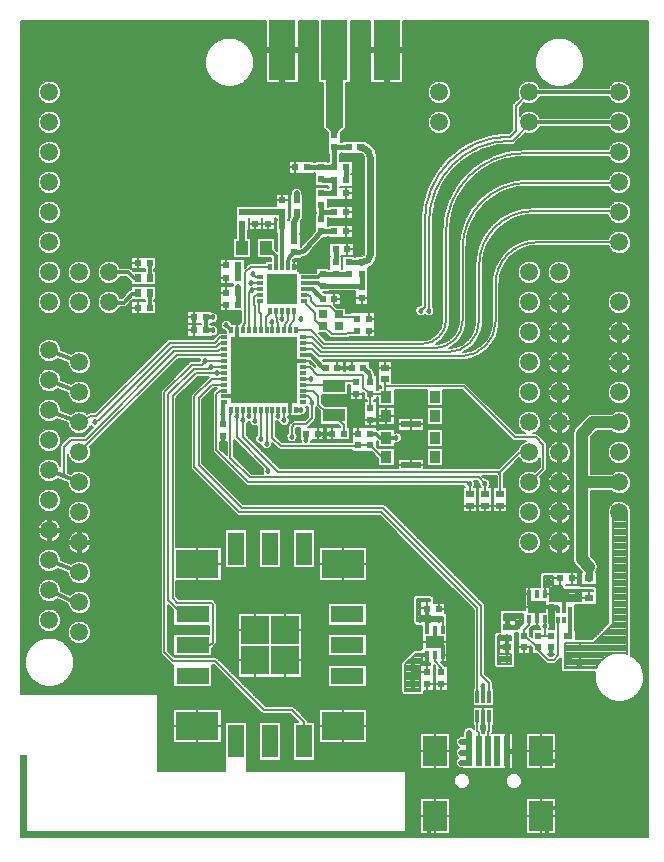
<source format=gtl>
G04 DipTrace 2.3.1.0*
%INTop.gbr*%
%MOMM*%
%ADD13C,0.153*%
%ADD14C,0.3*%
%ADD15C,0.5*%
%ADD16C,0.4*%
%ADD17C,0.6*%
%ADD18C,1.0*%
%ADD19C,0.2*%
%ADD20C,0.16*%
%ADD23R,0.6X0.6*%
%ADD26R,2.8X1.4*%
%ADD27R,1.4X2.8*%
%ADD28R,3.6X2.4*%
%ADD29R,2.4X2.4*%
%ADD30R,0.5X2.5*%
%ADD31R,2.0X2.5*%
%ADD32R,0.8X0.6*%
%ADD34R,0.6X0.7*%
%ADD35R,0.7X0.6*%
%ADD36C,1.5*%
%ADD37R,1.0X1.2*%
%ADD38C,1.2*%
%ADD39R,2.286X5.08*%
%ADD40R,0.9X1.0*%
%ADD41R,1.7X0.6*%
%ADD43R,0.55X0.3*%
%ADD46R,0.3X0.55*%
%ADD49R,5.6X5.6*%
%ADD51R,2.6X2.6*%
%ADD52R,0.3X1.0*%
%ADD54R,0.3X0.7*%
%ADD57R,1.6X1.0*%
%ADD59R,1.9X1.1*%
%ADD61R,0.75X0.65*%
%ADD62C,0.458*%
%ADD64C,0.636*%
%FSLAX53Y53*%
G04*
G71*
G90*
G75*
G01*
%LNTop*%
%LPD*%
X53050Y27500D2*
D13*
Y27950D1*
X53500Y28400D1*
Y28900D1*
X54250Y26500D2*
X54150D1*
X53150Y27500D1*
X53050D1*
X55950Y28850D2*
Y25850D1*
X55550Y25450D1*
X55100D1*
X54250Y26300D1*
Y26500D1*
X31750Y46625D2*
Y44250D1*
X32450Y43550D1*
X38800D1*
X39000Y43600D1*
X40050D1*
X41400Y42650D2*
X41000D1*
X40050Y43600D1*
X37250Y50200D2*
D14*
X37850D1*
X33550Y58725D2*
X33950D1*
X38450Y50200D2*
X37850D1*
X27625Y47750D2*
X28300D1*
D13*
Y49675D1*
X28750Y53375D2*
D14*
Y52725D1*
X33250Y46625D2*
Y47775D1*
X35600Y44600D2*
X36150D1*
X36200Y44350D1*
X36800Y44600D2*
X36250D1*
X36200Y44350D1*
X25100Y53350D2*
Y54450D1*
X55800Y16900D2*
X55325D1*
X54500Y17725D1*
X55800Y12900D2*
X55175D1*
X54500Y12225D1*
X34375Y50750D2*
X33525D1*
X33250Y50475D1*
X54150Y28900D2*
Y29950D1*
X53500Y31000D2*
Y30200D1*
X53750Y29950D1*
X54150D1*
X55950Y29650D2*
Y29850D1*
X55850Y29950D1*
X54150D1*
X49600Y20700D2*
Y19800D1*
X27600Y44400D2*
Y43800D1*
X40050Y45800D2*
X41100D1*
X41400Y46100D1*
X45500Y28000D2*
Y26950D1*
X46150Y25900D2*
Y26650D1*
X45850Y26950D1*
X45500D1*
X55350Y26500D2*
Y25950D1*
X55000Y10700D2*
Y11725D1*
X54500Y12225D1*
X45000Y10700D2*
Y11725D1*
X45500Y12225D1*
X32250Y53375D2*
D13*
Y53775D1*
X32050Y54625D1*
Y54975D1*
X31750Y53375D2*
X31700D1*
Y54075D1*
X32600Y54325D2*
Y54975D1*
X32550D1*
X20350Y57800D2*
D14*
X20000D1*
X19540Y58260D1*
X17950D1*
X20350Y56500D2*
Y56450D1*
X19900D1*
X19150Y55700D1*
X17930D1*
X17950Y55720D1*
X37800Y44600D2*
D13*
Y45300D1*
X36950Y46150D1*
X34375Y48250D2*
X35200D1*
X35650Y47800D1*
Y47050D1*
X36300Y46400D1*
X36950Y46150D1*
X34375Y48750D2*
X36850D1*
X36950Y48650D1*
X37475D1*
X37850Y49025D1*
X38825D1*
X38850Y49000D1*
X45500Y25900D2*
Y25350D1*
X46050Y24800D1*
Y24400D1*
X34425Y57850D2*
D14*
X35600D1*
X35800Y58050D1*
X35950D1*
X36000Y58100D1*
D16*
X37100D1*
X38200D2*
X37100D1*
X28850Y55500D2*
Y56550D1*
X30675Y57350D2*
D13*
X30150D1*
X29950Y57400D1*
X28850Y57050D2*
D15*
Y56550D1*
X34425Y55850D2*
D13*
X34600D1*
Y55600D1*
X35350Y54850D1*
Y54200D1*
X35850Y53700D1*
X36050D1*
Y53750D1*
X36800Y53000D1*
X38000D1*
X38150Y53150D1*
X38900D1*
Y53300D1*
Y54350D2*
Y54500D1*
X37650D1*
X37350Y54800D1*
Y54700D1*
X34425Y56350D2*
X34800D1*
X35000Y56150D1*
Y55850D1*
X35450Y55400D1*
X36600D1*
X37300Y54700D1*
X37350D1*
X32050Y58725D2*
D14*
Y59650D1*
X31550Y60150D1*
X31400D1*
X31200Y60350D1*
X29200Y63350D2*
D15*
X30300D1*
X31400D1*
X32600D1*
Y62150D1*
X32550Y58725D2*
D14*
Y62100D1*
D13*
X32600Y62150D1*
X33050Y58725D2*
D14*
Y59050D1*
G02X33600Y59950I1025J-8D01*
G01*
D16*
X34000D1*
G03X34550Y60200I51J617D01*
G01*
X35900Y61750D1*
X37000D1*
X35900Y64950D2*
X37000D1*
Y66050D1*
X36000D1*
D13*
X35900Y66150D1*
Y62750D2*
D16*
Y63350D1*
Y63950D1*
X37000Y63350D2*
X35900D1*
X34425Y57350D2*
D14*
X35600D1*
X35750Y57200D1*
X35900D1*
X36000Y57100D1*
X39300Y57050D2*
D16*
Y58100D1*
X36000Y57100D2*
X39250D1*
D13*
X39300Y57050D1*
X37100Y60200D2*
D16*
Y59100D1*
X38200D2*
X39300D1*
D17*
G03X40050Y59800I62J685D01*
G01*
Y67850D1*
G03X39350Y68850I-947J82D01*
G01*
X39200D1*
X34700Y67150D2*
D16*
X35900D1*
X37000D1*
Y68850D1*
X38200D2*
X37000D1*
X38000Y67150D2*
Y66050D1*
X56950Y29650D2*
D14*
Y28850D1*
X56800Y27450D2*
X56950Y27600D1*
Y28850D1*
X21350Y57800D2*
Y59050D1*
Y56500D2*
Y55250D1*
X29200Y60350D2*
D15*
Y62350D1*
X58550Y32350D2*
D17*
Y33350D1*
D18*
X57950Y33950D1*
Y40480D1*
X61130D1*
X57950D2*
Y44600D1*
X58910Y45560D1*
X61130D1*
X33600Y60950D2*
D15*
Y62150D1*
X33800Y63350D2*
Y63050D1*
X33600Y62450D1*
Y62150D1*
X15410Y32860D2*
D14*
X13450Y33650D1*
X12870Y33876D1*
X44850Y25900D2*
D13*
Y24400D1*
X43650D1*
Y25050D1*
Y24400D2*
Y23750D1*
Y23100D1*
X55350Y27500D2*
X54800D1*
X54250D1*
X54800Y28900D2*
Y28300D1*
Y27500D1*
X44850Y29750D2*
D14*
Y28850D1*
Y28000D1*
X46150D2*
D13*
Y28700D1*
X46000Y28850D1*
X44850D1*
X61130Y60800D2*
X54150D1*
G03X50650Y57200I-20J-3482D01*
G01*
Y54150D1*
G02X47700Y51150I-2975J-25D01*
G01*
X35700D1*
X35100Y51750D1*
X34375D1*
Y52250D2*
X35100D1*
X35850Y51500D1*
X46600D1*
G03X49250Y54200I-22J2672D01*
G01*
Y58850D1*
G02X53850Y63450I4604J-4D01*
G01*
X61020D1*
X61130Y63340D1*
X27625Y49750D2*
X27050D1*
X25000Y26700D2*
X26500D1*
X26700Y26900D1*
Y30150D1*
X26550Y30300D1*
X23700D1*
X23300Y30700D1*
Y47750D1*
X25300Y49750D1*
X27050D1*
X49100Y22320D2*
Y29800D1*
X40950Y37950D1*
X28950D1*
X25150Y41750D1*
Y47750D1*
X26650Y49250D1*
X27625D1*
X50100Y22320D2*
Y23500D1*
X49450Y24150D1*
Y30000D1*
X41150Y38300D1*
X29150D1*
X25500Y41950D1*
Y47600D1*
X26650Y48750D1*
X27625D1*
X28750Y46100D2*
Y46625D1*
Y46100D2*
Y44300D1*
X31400Y41650D1*
Y41400D1*
X34375Y52750D2*
X35100D1*
X36000Y51850D1*
X45500D1*
G03X47850Y54200I1J2349D01*
G01*
Y60250D1*
G02X53450Y65850I5542J58D01*
G01*
X61100D1*
X61130Y65880D1*
X33750Y53375D2*
X34975D1*
X36150Y52200D1*
X44450D1*
G03X46450Y54200I-29J2029D01*
G01*
Y61750D1*
G02X53050Y68350I6635J-35D01*
G01*
X61060D1*
X61130Y68420D1*
X27625Y50750D2*
X26050D1*
X25750Y50450D1*
X24950D1*
X22600Y48100D1*
Y26100D1*
X23350Y25350D1*
X26900D1*
X31050Y21200D1*
X33400D1*
X34450Y20150D1*
Y18550D1*
X27625Y50250D2*
X26550D1*
X26450D1*
X26300Y50100D1*
X25100D1*
X22950Y47950D1*
Y30500D1*
X24200Y29250D1*
X25000Y29300D1*
X27625Y52750D2*
X27300D1*
X26850Y52300D1*
X23050D1*
X16850Y46100D1*
X16400D1*
X15410Y45560D1*
D14*
X13500Y46300D1*
D13*
X12870Y46576D1*
X27625Y52250D2*
X27299D1*
X26999Y51950D1*
X23250D1*
X17050Y45750D1*
X16700Y45600D1*
X27625Y51750D2*
X27300D1*
X27150Y51600D1*
X23450D1*
X15950Y44100D1*
X14700D1*
X14100Y43500D1*
Y41000D1*
X12870Y41496D2*
D14*
X14100Y41000D1*
X15410Y40480D1*
X27625Y51250D2*
D13*
X23640D1*
X15410Y43020D1*
X29250Y46625D2*
Y44350D1*
X32250Y41350D1*
X50827D1*
X51050D1*
X52720Y43020D1*
X53510D1*
X29240Y45720D2*
X29250Y46625D1*
X51050Y39500D2*
Y41127D1*
Y41350D1*
X50827D2*
X51050Y41127D1*
X29750Y46625D2*
Y46100D1*
X30250Y45700D2*
Y46625D1*
X53510Y73500D2*
D14*
X61130D1*
X53510D2*
D13*
X52350Y72340D1*
Y70200D1*
X51900Y69750D1*
X51650D1*
G03X44650Y62600I173J-7170D01*
G01*
Y55350D1*
X44300Y55000D1*
X30750Y44150D2*
Y46625D1*
X61130Y70960D2*
D14*
X53510D1*
D13*
X53660D1*
X52100Y69400D1*
X51900D1*
G03X45000Y62550I12J-6912D01*
G01*
Y55000D1*
X31250Y43750D2*
Y46625D1*
X15410Y30320D2*
X14750Y30450D1*
D14*
X13350Y31100D1*
D13*
X12870Y31336D1*
X32250Y46625D2*
Y46100D1*
X15410Y50640D2*
D14*
X13400Y51450D1*
D13*
X12870Y51656D1*
X32750Y46625D2*
Y45720D1*
X15410Y48100D2*
D14*
X13450Y48850D1*
D13*
X12870Y49116D1*
X35100Y47200D2*
X35000Y47500D1*
X34750Y47750D1*
X34375D1*
X35100Y47200D2*
Y45900D1*
X34600Y45400D1*
X33600D1*
X33400Y45200D1*
Y44350D1*
X33250Y53375D2*
Y53775D1*
X33550Y54225D1*
Y54975D1*
X31250Y53375D2*
X31200D1*
Y54475D1*
X31550Y54825D1*
Y54975D1*
X30750Y53375D2*
Y54775D1*
X30650Y54875D1*
Y55825D1*
X30675Y55850D1*
Y56350D2*
X30325D1*
X30150Y56175D1*
Y55475D1*
X30250Y55375D1*
Y53375D1*
X34375Y49250D2*
X35000D1*
X30040Y56755D2*
X30250Y56825D1*
X30650D1*
X30675Y56850D1*
X30040Y56755D2*
X30005D1*
X29800Y56550D1*
Y53850D1*
X29750Y53750D1*
Y53375D1*
X32750D2*
X32800D1*
Y53775D1*
X33100Y54225D1*
Y54975D1*
X33050D1*
X31550Y58725D2*
Y58700D1*
X29900D1*
X29450Y58250D1*
Y53950D1*
X29250Y53750D1*
Y53375D1*
X28250Y46625D2*
Y46300D1*
X28200Y46250D1*
Y42550D1*
X29850Y40900D1*
X49200D1*
X49750Y40350D1*
Y39500D1*
X27625Y48250D2*
X27300D1*
X27000Y47950D1*
Y43200D1*
X29700Y40500D1*
X48250D1*
X48437Y40313D1*
X48450Y40300D1*
Y39500D1*
X48400Y17725D2*
D15*
Y17600D1*
X47750D1*
X49600Y22320D2*
D14*
Y23250D1*
X48400Y17725D2*
D15*
Y19300D1*
Y17725D2*
D13*
Y16750D1*
D15*
X47750D1*
X48400Y17725D2*
D13*
Y18500D1*
D15*
X47750D1*
X51650Y26550D2*
D13*
Y25450D1*
X51050D1*
X51650Y26550D2*
Y27350D1*
X51050D1*
X50100Y20700D2*
Y19450D1*
X50000Y19350D1*
Y17725D1*
X49100Y20700D2*
Y19450D1*
X49200Y19350D1*
Y17725D1*
X28250Y53375D2*
D14*
X27850Y53775D1*
X30675Y57850D2*
D19*
X30350D1*
X30096Y58084D1*
X34375Y51250D2*
D14*
X34975D1*
X35800Y50425D1*
X36250Y50200D2*
X36025D1*
X35800Y50425D1*
X27625Y47250D2*
X27600Y47200D1*
Y46250D1*
X39450Y50200D2*
X39885Y49765D1*
X33750Y46625D2*
X34200D1*
X34600Y44600D2*
Y44050D1*
X26100Y54450D2*
Y53350D1*
X26700D1*
X26100Y54450D2*
X26700Y54440D1*
X34425Y56850D2*
X35150D1*
X35469Y56531D1*
X36000Y56000D1*
X28850Y58850D2*
D15*
Y58300D1*
Y57800D2*
Y58300D1*
X40050Y49000D2*
D14*
Y49600D1*
X39885Y49765D1*
X27600Y46250D2*
Y45400D1*
X40050Y44600D2*
X40500D1*
X40850Y44250D1*
X41400D1*
X56450Y29650D2*
Y31000D1*
D13*
X54800D1*
X35469Y56531D2*
D14*
X35500Y56400D1*
X33800Y64350D2*
D15*
Y64950D1*
X41400Y44250D2*
D14*
X42250D1*
X34375Y50250D2*
D13*
X34900D1*
X35550Y49600D1*
X39300D1*
X39450Y49450D1*
Y48500D1*
X39800Y48150D1*
X39850D1*
X40050Y48000D1*
Y46800D1*
Y48000D2*
X41100D1*
X41400Y47700D1*
X41300Y49200D2*
Y48598D1*
Y47800D1*
X41400Y47700D1*
X41300Y48598D2*
X47952D1*
X52250Y44300D1*
X54050D1*
X54700Y43650D1*
Y41650D1*
X53530Y40480D1*
X53510D1*
D62*
X37850Y50200D3*
X33950Y58725D3*
X36200Y44350D3*
X49600Y19800D3*
X27600Y43800D3*
X55350Y25950D3*
X31700Y54075D3*
X32600Y54325D3*
X29950Y57400D3*
X28850Y57050D3*
X43650Y24400D3*
Y25050D3*
Y23750D3*
Y23100D3*
X54800Y28300D3*
X27050Y49750D3*
X28750Y46100D3*
X31400Y41400D3*
X28750Y46100D3*
X26050Y50750D3*
X26550Y50250D3*
X16700Y45600D3*
X29240Y45720D3*
X29750Y46100D3*
X30250Y45700D3*
X44300Y55000D3*
X30750Y44150D3*
X45000Y55000D3*
X31250Y43750D3*
X32250Y46100D3*
X32750Y45720D3*
X35100Y47200D3*
X33400Y44350D3*
X35100Y47200D3*
X35000Y49250D3*
X34150Y54275D3*
X30040Y56755D3*
D3*
X49750Y40350D3*
X48437Y40313D3*
X47750Y17600D3*
X49600Y23250D3*
X48400Y19300D3*
X47750Y16750D3*
Y18500D3*
X51650Y25450D3*
X51050D3*
X51650Y27350D3*
X51050D3*
X27850Y53775D3*
X30096Y58084D3*
X35800Y50425D3*
X27600Y46250D3*
X39885Y49765D3*
X34200Y46625D3*
X34600Y44050D3*
X26700Y53350D3*
Y54440D3*
X28850Y58300D3*
X35500Y56400D3*
X33800Y64950D3*
X42250Y44250D3*
D64*
X28750Y52275D3*
X33250D3*
X29850D3*
X31000D3*
D62*
X51800Y55950D3*
X43950D3*
X54750Y67100D3*
D64*
X28750Y49125D3*
X33250D3*
X29850D3*
X31000D3*
X28750Y47775D3*
X33250D3*
X29850D3*
X31000D3*
X31650Y57775D3*
X32550D3*
X33450D3*
X31650Y56875D3*
X32550D3*
X33450D3*
X31650Y55975D3*
X32550D3*
X33450D3*
D62*
X43950Y62950D3*
X42600Y49850D3*
D64*
X28750Y50475D3*
D62*
X47500Y69200D3*
X44450Y65450D3*
D64*
X33250Y50475D3*
X29850D3*
X31000D3*
X32150Y52275D3*
D62*
X50950Y47000D3*
D64*
X32150Y49125D3*
Y47775D3*
Y50475D3*
D62*
X45600Y67550D3*
X43950Y58300D3*
X50600Y30250D3*
X42300Y23850D3*
X43950Y60700D3*
X47950Y27450D3*
X43650Y21500D3*
X42150Y19550D3*
X29500Y42500D3*
X28700Y30500D3*
X45600Y21500D3*
X46700Y47950D3*
X52400Y67000D3*
X43650Y19550D3*
X20850Y35450D3*
X57350Y72300D3*
X51900Y61450D3*
X45500Y53850D3*
X39750Y42500D3*
X45600Y19550D3*
X29300Y32400D3*
X50250Y51000D3*
X37750Y42500D3*
X49550Y42450D3*
X47050D3*
X43400Y43400D3*
X32600Y42500D3*
X36950Y47400D3*
X43450Y47000D3*
X35150Y42500D3*
X59500Y29650D3*
X58800Y23000D3*
X50250Y59650D3*
X61000Y21000D3*
X53900Y19650D3*
X58200Y21000D3*
X47150Y60250D3*
Y57150D3*
X33550Y30500D3*
X35750D3*
X52000Y58750D3*
X54750Y72300D3*
X35800Y28000D3*
X38000D3*
X35800Y25400D3*
X37100Y22200D3*
X48450Y53750D3*
X31500Y21900D3*
X34750Y21100D3*
X39050Y61000D3*
Y62000D3*
X39100Y22200D3*
X39050Y64000D3*
Y60000D3*
Y63000D3*
X17550Y35300D3*
X49950Y48550D3*
X34750Y23200D3*
X60200Y59850D3*
X47100Y54050D3*
X54750Y62050D3*
X60200Y64650D3*
Y67100D3*
Y72300D3*
X39050Y68000D3*
X41000Y53000D3*
X50100Y66250D3*
X59400Y39100D3*
X49950Y56600D3*
X12000Y23000D3*
X49300Y46000D3*
X45700Y61850D3*
X49850Y53400D3*
X37800Y68000D3*
X60200Y62050D3*
X18250Y37550D3*
X17000Y33000D3*
X48500Y56900D3*
X16800Y49550D3*
X26650Y31400D3*
X37400Y39450D3*
X31200Y30500D3*
X25300Y48850D3*
X37400Y37100D3*
X24200Y44800D3*
X16800Y47150D3*
X14250Y34500D3*
Y44850D3*
X24200Y43000D3*
X26250Y47000D3*
X38200Y31200D3*
X42550Y32550D3*
X44350Y31300D3*
X26250Y42300D3*
X43200Y30100D3*
X24150Y37100D3*
X14800Y29100D3*
X26400Y35750D3*
X40600Y31250D3*
X40950Y33550D3*
X39850Y35550D3*
X37400D3*
X42150Y21500D3*
X23500Y17800D3*
X25000D3*
X30000D3*
X33000D3*
X30000Y19800D3*
X33000D3*
X27000Y17800D3*
X27400Y22000D3*
X28500Y20900D3*
X30200Y23200D3*
X32400D3*
X33100Y21900D3*
X42000Y17800D3*
X25550Y22000D3*
X23750D3*
X55800Y16900D3*
Y12900D3*
X24950Y39250D3*
X29400Y37100D3*
X26950Y37850D3*
X29400Y39450D3*
X15350Y24600D3*
X14250Y32100D3*
X42800Y27000D3*
X33400Y37100D3*
X57750Y25000D3*
X44250Y28850D3*
X45050D3*
X45850D3*
X16750Y53000D3*
X57750Y26500D3*
X45050Y26950D3*
X45950D3*
X52200Y29100D3*
X51600D3*
X52750D3*
X57750Y25750D3*
X14800Y41800D3*
X41400Y36200D3*
Y39450D3*
X19500Y32350D3*
X54600Y29950D3*
X46400Y34350D3*
X55950Y30950D3*
X14250Y37200D3*
X57500Y30950D3*
X55100Y32150D3*
X56700Y30950D3*
X53700Y29950D3*
X31800Y32400D3*
X46750Y31050D3*
X28100Y60500D3*
X44200Y33450D3*
X45050Y39450D3*
X14200Y49750D3*
X47900Y24350D3*
Y21100D3*
X50150Y27450D3*
Y24850D3*
X40600Y29050D3*
X51050Y20150D3*
X51100Y23000D3*
X48750Y32000D3*
X14250Y39650D3*
X27750Y41000D3*
X40600Y27050D3*
X21000Y47500D3*
X14200Y53000D3*
X19650Y57150D3*
X17750Y61750D3*
X20000Y67400D3*
X19500Y46000D3*
X41000Y54000D3*
X16700Y59600D3*
X38550Y56450D3*
X19900Y60050D3*
X16650Y63700D3*
X22750Y57000D3*
X19600Y64050D3*
X18000Y65700D3*
X14250Y59600D3*
X38000Y17800D3*
X22750Y59000D3*
X15000Y23000D3*
X40600Y23050D3*
X13000Y23000D3*
X40600Y21050D3*
X44000Y17800D3*
X36000D3*
X14000Y23000D3*
X16000D3*
X34450Y32400D3*
X46100Y15400D3*
X52050Y64350D3*
X40600Y25000D3*
Y19000D3*
X50000Y15400D3*
X54100D3*
X54750Y64650D3*
X48000Y13000D3*
X52000D3*
X49650Y62650D3*
X57000Y10700D3*
X59000D3*
X61000D3*
X50000Y13000D3*
X18550Y51400D3*
X18350Y54250D3*
X22750Y55200D3*
Y60900D3*
X23300Y53400D3*
X14250Y57000D3*
X21150Y62500D3*
X47750Y49850D3*
X57400Y64650D3*
X48500Y67600D3*
X37650Y56450D3*
X59550Y34300D3*
X47050Y44900D3*
X57350Y69650D3*
X14250Y55000D3*
X38850Y46400D3*
X33400Y39450D3*
X57350Y62050D3*
X36000Y69000D3*
X19400Y49600D3*
X43400Y37350D3*
X48600Y59950D3*
X51650Y49950D3*
Y53200D3*
X47750Y63750D3*
X57550Y59850D3*
X43650Y53000D3*
X54800Y59850D3*
X38550Y55450D3*
X35050Y58500D3*
X58050Y28200D3*
X60200Y69650D3*
X51450Y32850D3*
X51400Y36450D3*
X14200Y47250D3*
X49400Y35100D3*
X54750Y33700D3*
X47400Y37100D3*
X45100Y49850D3*
X46050Y64150D3*
X46950Y66000D3*
X50800Y68650D3*
X45700Y56450D3*
X54750Y69650D3*
X39050Y65000D3*
Y67000D3*
Y66000D3*
X41000Y61000D3*
X45700Y59150D3*
X59400Y44200D3*
Y42100D3*
Y36300D3*
X41000Y62000D3*
Y64000D3*
X50950Y43750D3*
X19750Y39400D3*
X59650Y32200D3*
X57350Y67150D3*
X41000Y60000D3*
Y63000D3*
Y68000D3*
Y65000D3*
Y67000D3*
Y66000D3*
X40100Y55450D3*
Y56450D3*
Y58450D3*
X41000Y55000D3*
X40100Y57450D3*
X41000Y59000D3*
Y56000D3*
Y58000D3*
Y57000D3*
X36100Y60600D3*
X35050Y59550D3*
X36100Y59150D3*
X34800Y62000D3*
Y64000D3*
Y63000D3*
X34400Y61200D3*
X34800Y65000D3*
X33800Y66000D3*
X34800D3*
X31800D3*
X32800D3*
X30450Y64400D3*
X31450D3*
X28450D3*
X29450D3*
X35000Y68000D3*
X36000D3*
X33000D3*
X34000D3*
X40700Y69000D3*
X39050Y70000D3*
X40050D3*
X38350Y71000D3*
X29950Y61400D3*
X38350Y72000D3*
Y74000D3*
Y73000D3*
X35650Y71000D3*
Y72000D3*
Y74000D3*
Y73000D3*
X34750Y75000D3*
Y79000D3*
X31800Y61400D3*
X30850D3*
X34750Y77000D3*
X39200Y75000D3*
Y79000D3*
Y77000D3*
X30900Y75000D3*
Y79000D3*
Y77000D3*
X43100Y75000D3*
Y79000D3*
Y77000D3*
X34000Y69400D3*
Y73400D3*
Y71400D3*
X32000Y69400D3*
Y73400D3*
Y71400D3*
X30000Y69400D3*
Y73400D3*
Y71400D3*
X28000Y69400D3*
Y73400D3*
X26000Y71400D3*
X24000Y69400D3*
Y73400D3*
X22000Y71400D3*
X20000Y69400D3*
Y73400D3*
X25000Y75000D3*
Y79000D3*
X23000D3*
Y77000D3*
X21000Y75000D3*
Y79000D3*
X19000D3*
Y77000D3*
X17000Y75000D3*
Y79000D3*
X15000D3*
Y77000D3*
X29000Y79000D3*
X27000D3*
X22000Y65400D3*
X16000Y65700D3*
X28550Y54500D3*
X22000Y46000D3*
X13000Y75000D3*
Y79000D3*
X11000Y75000D3*
Y79000D3*
Y77000D3*
Y69000D3*
Y73000D3*
Y71000D3*
Y63000D3*
Y67000D3*
Y65000D3*
Y57000D3*
Y61000D3*
Y59000D3*
Y51000D3*
Y55000D3*
Y53000D3*
Y45000D3*
Y49000D3*
Y47000D3*
Y39000D3*
Y43000D3*
Y41000D3*
Y33000D3*
Y37000D3*
Y35000D3*
Y27000D3*
Y31000D3*
Y29000D3*
X15350Y26300D3*
X10700Y24500D3*
X11000Y23000D3*
X63000Y75000D3*
Y79000D3*
Y77000D3*
Y69000D3*
Y73000D3*
Y71000D3*
Y63000D3*
Y67000D3*
Y65000D3*
Y57000D3*
Y61000D3*
Y59000D3*
Y51000D3*
Y55000D3*
Y53000D3*
Y45000D3*
Y49000D3*
Y47000D3*
Y39000D3*
Y43000D3*
Y41000D3*
Y33000D3*
Y37000D3*
Y35000D3*
Y27000D3*
Y31000D3*
Y29000D3*
X63150Y25000D3*
Y23000D3*
X63000Y17000D3*
Y21000D3*
Y19000D3*
Y11000D3*
Y15000D3*
Y13000D3*
X61200Y58250D3*
X59400Y53000D3*
Y57000D3*
Y55000D3*
Y47000D3*
Y51000D3*
Y49000D3*
X25000Y61500D3*
X24600Y65400D3*
X28100Y62550D3*
X25000Y55500D3*
Y59500D3*
Y57500D3*
X27000Y61500D3*
Y65500D3*
Y63500D3*
Y55500D3*
Y59500D3*
Y57500D3*
X24000Y63400D3*
X30000Y66000D3*
X59000Y79000D3*
Y77000D3*
X27800Y26400D3*
X57000Y79000D3*
X27850Y28800D3*
X55000Y79000D3*
X24400Y31400D3*
X53000Y75000D3*
Y79000D3*
X51000D3*
Y77000D3*
X49000Y75000D3*
Y79000D3*
X47000D3*
Y77000D3*
X45000Y75000D3*
Y79000D3*
X42500Y63000D3*
Y67000D3*
Y65000D3*
Y57400D3*
Y61400D3*
Y59400D3*
X49000Y73000D3*
Y71000D3*
X47350Y73000D3*
Y71000D3*
X45000Y69000D3*
X51000Y73000D3*
Y71000D3*
X43000Y69000D3*
Y73000D3*
Y71000D3*
X14250Y61700D3*
X41000Y73000D3*
Y71000D3*
X61000Y75000D3*
Y79000D3*
X42500Y55400D3*
Y53400D3*
X18000Y71400D3*
X15800Y69400D3*
X16000Y73400D3*
X14250Y69400D3*
Y73400D3*
Y71400D3*
Y63700D3*
Y67400D3*
Y65700D3*
X32000Y67400D3*
X30000D3*
X28000D3*
X26000D3*
X22000D3*
X23450Y49950D3*
X21400Y52100D3*
X16000Y67400D3*
X20350Y54250D3*
X18000Y23000D3*
X21000D3*
X19000D3*
X20000D3*
X22000D3*
X17000D3*
X43500Y14500D3*
X22500Y16500D3*
Y18500D3*
X43500Y13500D3*
X22500Y17500D3*
Y22500D3*
Y19500D3*
Y21500D3*
Y20500D3*
X43500Y12500D3*
Y11500D3*
X24500Y16500D3*
X25500D3*
X26500D3*
X23500D3*
X30500D3*
X33500D3*
X31500D3*
X32500D3*
X34500D3*
X43500Y10700D3*
X37500Y16500D3*
X35500D3*
X36500D3*
X38500D3*
X40000Y17800D3*
X40500Y16500D3*
X43500D3*
X41500D3*
X42500D3*
X43500Y15500D3*
X39500Y16500D3*
X22000Y42950D3*
X17500Y44000D3*
X19250Y26000D3*
X17000D3*
X22000Y38850D3*
X19750Y42400D3*
X21500Y26600D3*
Y30600D3*
X17500Y40000D3*
X21500Y28600D3*
X19250Y30000D3*
X21500Y24600D3*
X17000Y30000D3*
Y28000D3*
X19250D3*
X17000Y24000D3*
X19250D3*
X55000Y10700D3*
X61000Y19000D3*
X59000Y17000D3*
X53000Y10700D3*
X51000D3*
X57000Y19000D3*
X49000Y10700D3*
X61000Y15000D3*
X59000Y13000D3*
X47000Y10700D3*
X45000D3*
X57000Y15000D3*
X60568Y37653D2*
D19*
X61732D1*
X60568Y37457D2*
X61732D1*
X60568Y37260D2*
X61732D1*
X60568Y37063D2*
X61732D1*
X60568Y36867D2*
X61732D1*
X60568Y36670D2*
X61732D1*
X60568Y36473D2*
X61732D1*
X60568Y36277D2*
X61732D1*
X60568Y36080D2*
X61732D1*
X60568Y35883D2*
X61732D1*
X60568Y35687D2*
X61732D1*
X60568Y35490D2*
X61732D1*
X60568Y35293D2*
X61732D1*
X60568Y35097D2*
X61732D1*
X60568Y34900D2*
X61732D1*
X60568Y34703D2*
X61732D1*
X60568Y34507D2*
X61732D1*
X60568Y34310D2*
X61732D1*
X60568Y34113D2*
X61732D1*
X60568Y33917D2*
X61732D1*
X60568Y33720D2*
X61732D1*
X60568Y33523D2*
X61732D1*
X60568Y33327D2*
X61732D1*
X60568Y33130D2*
X61732D1*
X60568Y32933D2*
X61732D1*
X60568Y32737D2*
X61732D1*
X60568Y32540D2*
X61732D1*
X60568Y32343D2*
X61732D1*
X60568Y32147D2*
X61732D1*
X60568Y31950D2*
X61732D1*
X60568Y31753D2*
X61732D1*
X60568Y31557D2*
X61732D1*
X60568Y31360D2*
X61732D1*
X60568Y31163D2*
X61732D1*
X60568Y30967D2*
X61732D1*
X60568Y30770D2*
X61732D1*
X60568Y30573D2*
X61732D1*
X60568Y30377D2*
X61732D1*
X60568Y30180D2*
X61732D1*
X60568Y29983D2*
X61732D1*
X60568Y29787D2*
X61732D1*
X60568Y29590D2*
X61732D1*
X60568Y29393D2*
X61732D1*
X60568Y29197D2*
X61732D1*
X60568Y29000D2*
X61732D1*
X60568Y28803D2*
X61732D1*
X60568Y28607D2*
X61732D1*
X60562Y28410D2*
X61732D1*
X60375Y28213D2*
X61732D1*
X60178Y28017D2*
X61732D1*
X59981Y27820D2*
X61732D1*
X59784Y27623D2*
X61732D1*
X59587Y27427D2*
X61732D1*
X59390Y27230D2*
X61732D1*
X59193Y27033D2*
X61732D1*
X56520Y26837D2*
X61732D1*
X56520Y26640D2*
X61732D1*
X56520Y26443D2*
X61732D1*
X56520Y26247D2*
X61732D1*
X56520Y26050D2*
X60800D1*
X61459D2*
X61732D1*
X56520Y25853D2*
X60175D1*
X56520Y25657D2*
X59853D1*
X56520Y25460D2*
X59625D1*
X56520Y25263D2*
X59450D1*
X56520Y25067D2*
X59316D1*
X56520Y24870D2*
X59210D1*
X57508Y26851D2*
Y26842D1*
X56499D1*
X56500Y24750D1*
X59178D1*
X59256Y24926D1*
X59356Y25099D1*
X59471Y25263D1*
X59601Y25414D1*
X59745Y25553D1*
X59902Y25677D1*
X60069Y25786D1*
X60247Y25879D1*
X60432Y25954D1*
X60623Y26011D1*
X60819Y26050D1*
X61018Y26070D1*
X61218Y26071D1*
X61417Y26054D1*
X61614Y26017D1*
X61749Y25979D1*
X61750Y37850D1*
X60550D1*
X60549Y28447D1*
X60521Y28379D1*
X59018Y26878D1*
X58950Y26850D1*
X57509D1*
X54770Y32353D2*
X55472D1*
X54770Y32157D2*
X55472D1*
X54770Y31960D2*
X55472D1*
X54770Y31763D2*
X55472D1*
X55278Y31567D2*
X56282D1*
X55278Y31370D2*
X58830D1*
X55278Y31173D2*
X57822D1*
X55278Y30977D2*
X57822D1*
X55278Y30780D2*
X57822D1*
X55278Y30583D2*
X57822D1*
X56300Y31742D2*
X55492D1*
Y32550D1*
X54750D1*
Y31659D1*
X55258Y31658D1*
Y30449D1*
X57841Y30450D1*
X57842Y31258D1*
X58850D1*
Y31400D1*
X56400D1*
X56316Y31449D1*
X56300Y31500D1*
Y31741D1*
X56100Y32350D2*
Y31742D1*
X55492Y32350D2*
X56100D1*
X54800Y31658D2*
Y31000D1*
X55258D1*
X58550Y31258D2*
Y30650D1*
X57842D2*
X58550D1*
X44020Y30403D2*
X44222D1*
X44020Y30207D2*
X44222D1*
X44020Y30010D2*
X44222D1*
X44020Y29813D2*
X44222D1*
X44020Y29617D2*
X44222D1*
X44020Y29420D2*
X44222D1*
X44020Y29223D2*
X44222D1*
X44020Y29027D2*
X46180D1*
X44020Y28830D2*
X46180D1*
X44262Y30408D2*
X45050D1*
Y30600D1*
X44000D1*
Y28700D1*
X44391D1*
X44392Y28708D1*
X45308Y28705D1*
X45642Y28708D1*
X45958Y28705D1*
X46201Y28708D1*
X46200Y29100D1*
X45150D1*
X45066Y29149D1*
X45051Y29192D1*
X44242D1*
Y30408D1*
X44262D1*
X44850D2*
Y29192D1*
X44242Y29800D2*
X44850D1*
X43718Y25757D2*
X44372D1*
X43522Y25560D2*
X44372D1*
X43325Y25363D2*
X44372D1*
X43128Y25167D2*
X45032D1*
X43020Y24970D2*
X44222D1*
X43020Y24773D2*
X44222D1*
X43020Y24577D2*
X44222D1*
X43020Y24380D2*
X44222D1*
X43020Y24183D2*
X44222D1*
X43020Y23987D2*
X44222D1*
X43020Y23790D2*
X44222D1*
X43020Y23593D2*
X44222D1*
X43020Y23397D2*
X44222D1*
X43020Y23200D2*
X44222D1*
X43020Y23003D2*
X44222D1*
X44262Y25008D2*
X45050D1*
X45048Y25242D1*
X44392D1*
Y25950D1*
X43892D1*
X43000Y25059D1*
Y22850D1*
X44241D1*
X44242Y24008D1*
Y25008D1*
X44262D1*
X44850D2*
Y24400D1*
X44242D2*
X44850D1*
Y25900D2*
D14*
Y25242D1*
X44392Y25900D2*
X44850D1*
X51370Y29153D2*
D19*
X52982D1*
X51370Y28957D2*
X52982D1*
X52378Y28760D2*
X52982D1*
X52378Y28563D2*
X52982D1*
X52378Y28367D2*
X52807D1*
X52378Y28170D2*
X52610D1*
X51350Y28858D2*
X52358D1*
Y28100D1*
X52542Y28108D1*
X52570D1*
X53000Y28541D1*
Y29350D1*
X51350D1*
Y28859D1*
X51650Y28858D2*
D16*
Y28250D1*
X52358D1*
X50870Y27303D2*
D19*
X51930D1*
X50870Y25927D2*
X51930D1*
X50870Y25730D2*
X51930D1*
X50870Y25533D2*
X51930D1*
X50870Y25337D2*
X51930D1*
X50870Y25140D2*
X51930D1*
X50962Y27158D2*
X51950D1*
Y27500D1*
X50850D1*
Y25100D1*
X51950D1*
Y25941D1*
X51118Y25942D1*
X50942D1*
Y27158D1*
X50962D1*
X51650D2*
D14*
Y25942D1*
X50942Y26550D2*
X51650D1*
X10496Y79363D2*
D20*
X31175D1*
X33985D2*
X35595D1*
X38405D2*
X40015D1*
X42825D2*
X63505D1*
X10496Y79207D2*
X31175D1*
X33985D2*
X35595D1*
X38405D2*
X40015D1*
X42825D2*
X63505D1*
X10496Y79050D2*
X31175D1*
X33985D2*
X35595D1*
X38405D2*
X40015D1*
X42825D2*
X63505D1*
X10496Y78893D2*
X31175D1*
X33985D2*
X35595D1*
X38405D2*
X40015D1*
X42825D2*
X63505D1*
X10496Y78737D2*
X31175D1*
X33985D2*
X35595D1*
X38405D2*
X40015D1*
X42825D2*
X63505D1*
X10496Y78580D2*
X31175D1*
X33985D2*
X35595D1*
X38405D2*
X40015D1*
X42825D2*
X63505D1*
X10496Y78423D2*
X31175D1*
X33985D2*
X35595D1*
X38405D2*
X40015D1*
X42825D2*
X63505D1*
X10496Y78267D2*
X31175D1*
X33985D2*
X35595D1*
X38405D2*
X40015D1*
X42825D2*
X63505D1*
X10496Y78110D2*
X27863D1*
X28357D2*
X31175D1*
X33985D2*
X35595D1*
X38405D2*
X40015D1*
X42825D2*
X55803D1*
X56297D2*
X63505D1*
X10496Y77953D2*
X27270D1*
X28950D2*
X31175D1*
X33985D2*
X35595D1*
X38405D2*
X40015D1*
X42825D2*
X55210D1*
X56890D2*
X63505D1*
X10496Y77797D2*
X26975D1*
X29245D2*
X31175D1*
X33985D2*
X35595D1*
X38405D2*
X40015D1*
X42825D2*
X54915D1*
X57185D2*
X63505D1*
X10496Y77640D2*
X26760D1*
X29460D2*
X31175D1*
X33985D2*
X35595D1*
X38405D2*
X40015D1*
X42825D2*
X54700D1*
X57400D2*
X63505D1*
X10496Y77483D2*
X26593D1*
X29627D2*
X31175D1*
X33985D2*
X35595D1*
X38405D2*
X40015D1*
X42825D2*
X54533D1*
X57567D2*
X63505D1*
X10496Y77327D2*
X26455D1*
X29765D2*
X31175D1*
X33985D2*
X35595D1*
X38405D2*
X40015D1*
X42825D2*
X54395D1*
X57705D2*
X63505D1*
X10496Y77170D2*
X26345D1*
X29875D2*
X31175D1*
X33985D2*
X35595D1*
X38405D2*
X40015D1*
X42825D2*
X54285D1*
X57815D2*
X63505D1*
X10496Y77013D2*
X26253D1*
X29967D2*
X31175D1*
X33985D2*
X35595D1*
X38405D2*
X40015D1*
X42825D2*
X54193D1*
X57907D2*
X63505D1*
X10496Y76857D2*
X26178D1*
X30042D2*
X31175D1*
X33985D2*
X35595D1*
X38405D2*
X40015D1*
X42825D2*
X54118D1*
X57982D2*
X63505D1*
X10496Y76700D2*
X26118D1*
X30102D2*
X31175D1*
X33985D2*
X35595D1*
X38405D2*
X40015D1*
X42825D2*
X54058D1*
X58042D2*
X63505D1*
X10496Y76543D2*
X26073D1*
X30147D2*
X31175D1*
X33985D2*
X35595D1*
X38405D2*
X40015D1*
X42825D2*
X54013D1*
X58087D2*
X63505D1*
X10496Y76387D2*
X26040D1*
X30180D2*
X31175D1*
X33985D2*
X35595D1*
X38405D2*
X40015D1*
X42825D2*
X53980D1*
X58120D2*
X63505D1*
X10496Y76230D2*
X26020D1*
X30200D2*
X31175D1*
X33985D2*
X35595D1*
X38405D2*
X40015D1*
X42825D2*
X53960D1*
X58140D2*
X63505D1*
X10496Y76073D2*
X26010D1*
X30210D2*
X31175D1*
X33985D2*
X35595D1*
X38405D2*
X40015D1*
X42825D2*
X53950D1*
X58150D2*
X63505D1*
X10496Y75917D2*
X26015D1*
X30205D2*
X31175D1*
X33985D2*
X35595D1*
X38405D2*
X40015D1*
X42825D2*
X53955D1*
X58145D2*
X63505D1*
X10496Y75760D2*
X26030D1*
X30190D2*
X31175D1*
X33985D2*
X35595D1*
X38405D2*
X40015D1*
X42825D2*
X53970D1*
X58130D2*
X63505D1*
X10496Y75603D2*
X26058D1*
X30162D2*
X31175D1*
X33985D2*
X35595D1*
X38405D2*
X40015D1*
X42825D2*
X53998D1*
X58102D2*
X63505D1*
X10496Y75447D2*
X26098D1*
X30122D2*
X31175D1*
X33985D2*
X35595D1*
X38405D2*
X40015D1*
X42825D2*
X54038D1*
X58062D2*
X63505D1*
X10496Y75290D2*
X26150D1*
X30070D2*
X31175D1*
X33985D2*
X35595D1*
X38405D2*
X40015D1*
X42825D2*
X54090D1*
X58010D2*
X63505D1*
X10496Y75133D2*
X26218D1*
X30002D2*
X31175D1*
X33985D2*
X35595D1*
X38405D2*
X40015D1*
X42825D2*
X54158D1*
X57942D2*
X63505D1*
X10496Y74977D2*
X26303D1*
X29917D2*
X31175D1*
X33985D2*
X35595D1*
X38405D2*
X40015D1*
X42825D2*
X54243D1*
X57857D2*
X63505D1*
X10496Y74820D2*
X26405D1*
X29815D2*
X31175D1*
X33985D2*
X35595D1*
X38405D2*
X40015D1*
X42825D2*
X54345D1*
X57755D2*
X63505D1*
X10496Y74663D2*
X26530D1*
X29690D2*
X31175D1*
X33985D2*
X35595D1*
X38405D2*
X40015D1*
X42825D2*
X54470D1*
X57630D2*
X63505D1*
X10496Y74507D2*
X26685D1*
X29535D2*
X31175D1*
X33985D2*
X35595D1*
X38405D2*
X40015D1*
X42825D2*
X54625D1*
X57475D2*
X63505D1*
X10496Y74350D2*
X12335D1*
X13405D2*
X26875D1*
X29345D2*
X31175D1*
X33985D2*
X35595D1*
X38405D2*
X40015D1*
X42825D2*
X45355D1*
X46425D2*
X52975D1*
X54045D2*
X54815D1*
X57285D2*
X60595D1*
X61665D2*
X63505D1*
X10496Y74193D2*
X12138D1*
X13602D2*
X27130D1*
X29090D2*
X35988D1*
X38012D2*
X45158D1*
X46622D2*
X52778D1*
X54242D2*
X55070D1*
X57030D2*
X60398D1*
X61862D2*
X63505D1*
X10496Y74037D2*
X12015D1*
X13725D2*
X27523D1*
X28697D2*
X35988D1*
X38012D2*
X45035D1*
X46745D2*
X52655D1*
X54365D2*
X55463D1*
X56637D2*
X60275D1*
X61985D2*
X63505D1*
X10496Y73880D2*
X11933D1*
X13807D2*
X35988D1*
X38012D2*
X44953D1*
X46827D2*
X52573D1*
X62067D2*
X63505D1*
X10496Y73723D2*
X11883D1*
X13857D2*
X35988D1*
X38012D2*
X44903D1*
X46877D2*
X52523D1*
X62117D2*
X63505D1*
X10496Y73567D2*
X11860D1*
X13880D2*
X35988D1*
X38012D2*
X44880D1*
X46900D2*
X52500D1*
X62140D2*
X63505D1*
X10496Y73410D2*
X11863D1*
X13877D2*
X35988D1*
X38012D2*
X44883D1*
X46897D2*
X52503D1*
X62137D2*
X63505D1*
X10496Y73253D2*
X11888D1*
X13852D2*
X35988D1*
X38012D2*
X44908D1*
X46872D2*
X52528D1*
X62112D2*
X63505D1*
X10496Y73097D2*
X11943D1*
X13797D2*
X35988D1*
X38012D2*
X44963D1*
X46817D2*
X52583D1*
X54437D2*
X60203D1*
X62057D2*
X63505D1*
X10496Y72940D2*
X12030D1*
X13710D2*
X35988D1*
X38012D2*
X45050D1*
X46730D2*
X52478D1*
X54350D2*
X60290D1*
X61970D2*
X63505D1*
X10496Y72783D2*
X12163D1*
X13577D2*
X35988D1*
X38012D2*
X45183D1*
X46597D2*
X52320D1*
X54217D2*
X60423D1*
X61837D2*
X63505D1*
X10496Y72627D2*
X12375D1*
X13365D2*
X35988D1*
X38012D2*
X45395D1*
X46385D2*
X52165D1*
X54005D2*
X60635D1*
X61625D2*
X63505D1*
X10496Y72470D2*
X35988D1*
X38012D2*
X52038D1*
X52952D2*
X63505D1*
X10496Y72313D2*
X35988D1*
X38012D2*
X52010D1*
X52795D2*
X63505D1*
X10496Y72157D2*
X35988D1*
X38012D2*
X52010D1*
X52690D2*
X63505D1*
X10496Y72000D2*
X35988D1*
X38012D2*
X52010D1*
X52690D2*
X63505D1*
X10496Y71843D2*
X12393D1*
X13347D2*
X35988D1*
X38012D2*
X45413D1*
X46367D2*
X52010D1*
X52690D2*
X53033D1*
X53987D2*
X60653D1*
X61607D2*
X63505D1*
X10496Y71687D2*
X12173D1*
X13567D2*
X35988D1*
X38012D2*
X45193D1*
X46587D2*
X52010D1*
X52690D2*
X52813D1*
X54207D2*
X60433D1*
X61827D2*
X63505D1*
X10496Y71530D2*
X12038D1*
X13702D2*
X35988D1*
X38012D2*
X45058D1*
X46722D2*
X52010D1*
X54342D2*
X60298D1*
X61962D2*
X63505D1*
X10496Y71373D2*
X11948D1*
X13792D2*
X35988D1*
X38012D2*
X44968D1*
X46812D2*
X52010D1*
X54432D2*
X60208D1*
X62052D2*
X63505D1*
X10496Y71217D2*
X11893D1*
X13847D2*
X35988D1*
X38012D2*
X44913D1*
X46867D2*
X52010D1*
X62107D2*
X63505D1*
X10496Y71060D2*
X11863D1*
X13877D2*
X35988D1*
X38012D2*
X44883D1*
X46897D2*
X52010D1*
X62137D2*
X63505D1*
X10496Y70903D2*
X11860D1*
X13880D2*
X35988D1*
X38012D2*
X44880D1*
X46900D2*
X52010D1*
X62140D2*
X63505D1*
X10496Y70747D2*
X11880D1*
X13860D2*
X35988D1*
X38012D2*
X44900D1*
X46880D2*
X52010D1*
X62120D2*
X63505D1*
X10496Y70590D2*
X11930D1*
X13810D2*
X35988D1*
X38012D2*
X44950D1*
X46830D2*
X52010D1*
X62070D2*
X63505D1*
X10496Y70433D2*
X12008D1*
X13732D2*
X36053D1*
X37947D2*
X45028D1*
X46752D2*
X52010D1*
X54372D2*
X60268D1*
X61992D2*
X63505D1*
X10496Y70277D2*
X12130D1*
X13610D2*
X36210D1*
X37790D2*
X45150D1*
X46630D2*
X51955D1*
X54250D2*
X60390D1*
X61870D2*
X63505D1*
X10496Y70120D2*
X12318D1*
X13422D2*
X36365D1*
X37635D2*
X45338D1*
X46442D2*
X51798D1*
X54062D2*
X60578D1*
X61682D2*
X63505D1*
X10496Y69963D2*
X36438D1*
X37562D2*
X50528D1*
X53135D2*
X63505D1*
X10496Y69807D2*
X36438D1*
X37562D2*
X49838D1*
X52980D2*
X63505D1*
X10496Y69650D2*
X36438D1*
X37562D2*
X49333D1*
X52822D2*
X63505D1*
X10496Y69493D2*
X36438D1*
X37562D2*
X48923D1*
X52665D2*
X63505D1*
X10496Y69337D2*
X12465D1*
X13275D2*
X36438D1*
X39762D2*
X48565D1*
X52510D2*
X60725D1*
X61535D2*
X63505D1*
X10496Y69180D2*
X12210D1*
X13530D2*
X36438D1*
X39942D2*
X48263D1*
X52352D2*
X60470D1*
X61790D2*
X63505D1*
X10496Y69023D2*
X12060D1*
X13680D2*
X36438D1*
X40142D2*
X47985D1*
X51112D2*
X60320D1*
X61940D2*
X63505D1*
X10496Y68867D2*
X11963D1*
X13777D2*
X36438D1*
X40287D2*
X47730D1*
X50292D2*
X60223D1*
X62037D2*
X63505D1*
X10496Y68710D2*
X11900D1*
X13840D2*
X36438D1*
X40397D2*
X47503D1*
X49770D2*
X60160D1*
X62100D2*
X63505D1*
X10496Y68553D2*
X11868D1*
X13872D2*
X36438D1*
X40480D2*
X47283D1*
X49362D2*
X51810D1*
X62132D2*
X63505D1*
X10496Y68397D2*
X11858D1*
X13882D2*
X36438D1*
X40540D2*
X47088D1*
X49020D2*
X51143D1*
X62142D2*
X63505D1*
X10496Y68240D2*
X11875D1*
X13865D2*
X36538D1*
X37462D2*
X39345D1*
X40582D2*
X46898D1*
X48717D2*
X50665D1*
X62125D2*
X63505D1*
X10496Y68083D2*
X11918D1*
X13822D2*
X36538D1*
X37462D2*
X39460D1*
X40607D2*
X46725D1*
X48452D2*
X50278D1*
X62082D2*
X63505D1*
X10496Y67927D2*
X11988D1*
X13752D2*
X36538D1*
X37462D2*
X39490D1*
X40615D2*
X46560D1*
X48215D2*
X49940D1*
X52000D2*
X60248D1*
X62012D2*
X63505D1*
X10496Y67770D2*
X12100D1*
X13640D2*
X36538D1*
X37462D2*
X39488D1*
X40612D2*
X46403D1*
X47990D2*
X49645D1*
X51330D2*
X60360D1*
X61900D2*
X63505D1*
X10496Y67613D2*
X12270D1*
X13470D2*
X33138D1*
X38562D2*
X39488D1*
X40612D2*
X46260D1*
X47792D2*
X49388D1*
X50860D2*
X60530D1*
X61730D2*
X63505D1*
X10496Y67457D2*
X12600D1*
X13140D2*
X33138D1*
X38562D2*
X39488D1*
X40612D2*
X46115D1*
X47602D2*
X49140D1*
X50487D2*
X60860D1*
X61400D2*
X63505D1*
X10496Y67300D2*
X33138D1*
X38562D2*
X39488D1*
X40612D2*
X45990D1*
X47432D2*
X48928D1*
X50170D2*
X63505D1*
X10496Y67143D2*
X33138D1*
X38562D2*
X39488D1*
X40612D2*
X45865D1*
X47265D2*
X48718D1*
X49882D2*
X63505D1*
X10496Y66987D2*
X33138D1*
X38562D2*
X39488D1*
X40612D2*
X45745D1*
X47120D2*
X48535D1*
X49635D2*
X63505D1*
X10496Y66830D2*
X12555D1*
X13185D2*
X33138D1*
X38562D2*
X39488D1*
X40612D2*
X45638D1*
X46972D2*
X48353D1*
X49410D2*
X60815D1*
X61445D2*
X63505D1*
X10496Y66673D2*
X12253D1*
X13487D2*
X33138D1*
X38562D2*
X39488D1*
X40612D2*
X45530D1*
X46845D2*
X48195D1*
X49197D2*
X60513D1*
X61747D2*
X63505D1*
X10496Y66517D2*
X12088D1*
X13652D2*
X35338D1*
X38562D2*
X39488D1*
X40612D2*
X45430D1*
X46717D2*
X48038D1*
X49010D2*
X60348D1*
X61912D2*
X63505D1*
X10496Y66360D2*
X11980D1*
X13760D2*
X35338D1*
X38562D2*
X39488D1*
X40612D2*
X45340D1*
X46600D2*
X47893D1*
X48827D2*
X60240D1*
X62020D2*
X63505D1*
X10496Y66203D2*
X11913D1*
X13827D2*
X35338D1*
X38562D2*
X39488D1*
X40612D2*
X45248D1*
X46490D2*
X47758D1*
X48670D2*
X60173D1*
X62087D2*
X63505D1*
X10496Y66047D2*
X11873D1*
X13867D2*
X35338D1*
X38562D2*
X39488D1*
X40612D2*
X45165D1*
X46385D2*
X47625D1*
X48512D2*
X52193D1*
X62127D2*
X63505D1*
X10496Y65890D2*
X11858D1*
X13882D2*
X35338D1*
X38562D2*
X39488D1*
X40612D2*
X45088D1*
X46290D2*
X47508D1*
X48372D2*
X51593D1*
X62142D2*
X63505D1*
X10496Y65733D2*
X11868D1*
X13872D2*
X35338D1*
X38562D2*
X39488D1*
X40612D2*
X45010D1*
X46195D2*
X47393D1*
X48237D2*
X51163D1*
X62132D2*
X63505D1*
X10496Y65577D2*
X11905D1*
X13835D2*
X36438D1*
X38562D2*
X39488D1*
X40612D2*
X44940D1*
X46110D2*
X47285D1*
X48112D2*
X50808D1*
X62095D2*
X63505D1*
X10496Y65420D2*
X11970D1*
X13770D2*
X33625D1*
X33975D2*
X35338D1*
X38562D2*
X39488D1*
X40612D2*
X44875D1*
X46032D2*
X47185D1*
X47995D2*
X50505D1*
X52377D2*
X60230D1*
X62030D2*
X63505D1*
X10496Y65263D2*
X12073D1*
X13667D2*
X33400D1*
X34200D2*
X35338D1*
X38562D2*
X39488D1*
X40612D2*
X44810D1*
X45952D2*
X47088D1*
X47882D2*
X50250D1*
X51782D2*
X60333D1*
X61927D2*
X63505D1*
X10496Y65107D2*
X12225D1*
X13515D2*
X33313D1*
X34287D2*
X35338D1*
X38562D2*
X39488D1*
X40612D2*
X44753D1*
X45885D2*
X46998D1*
X47782D2*
X50005D1*
X51367D2*
X60485D1*
X61775D2*
X63505D1*
X10496Y64950D2*
X12498D1*
X13242D2*
X33288D1*
X34312D2*
X35338D1*
X38562D2*
X39488D1*
X40612D2*
X44700D1*
X45820D2*
X46915D1*
X47685D2*
X49800D1*
X51032D2*
X60758D1*
X61502D2*
X63505D1*
X10496Y64793D2*
X32038D1*
X34362D2*
X35338D1*
X38562D2*
X39488D1*
X40612D2*
X44650D1*
X45757D2*
X46830D1*
X47595D2*
X49598D1*
X50745D2*
X63505D1*
X10496Y64637D2*
X32038D1*
X34362D2*
X35338D1*
X38562D2*
X39488D1*
X40612D2*
X44600D1*
X45702D2*
X46758D1*
X47510D2*
X49428D1*
X50497D2*
X63505D1*
X10496Y64480D2*
X32038D1*
X34362D2*
X35338D1*
X38562D2*
X39488D1*
X40612D2*
X44560D1*
X45650D2*
X46690D1*
X47427D2*
X49255D1*
X50280D2*
X63505D1*
X10496Y64323D2*
X12695D1*
X13045D2*
X32038D1*
X34362D2*
X35338D1*
X36462D2*
X39488D1*
X40612D2*
X44520D1*
X45602D2*
X46620D1*
X47357D2*
X49108D1*
X50075D2*
X60955D1*
X61305D2*
X63505D1*
X10496Y64167D2*
X12298D1*
X13442D2*
X32038D1*
X34362D2*
X35338D1*
X36462D2*
X39488D1*
X40612D2*
X44480D1*
X45560D2*
X46560D1*
X47287D2*
X48965D1*
X49900D2*
X60558D1*
X61702D2*
X63505D1*
X10496Y64010D2*
X12118D1*
X13622D2*
X32038D1*
X34362D2*
X35338D1*
X36462D2*
X39488D1*
X40612D2*
X44453D1*
X45520D2*
X46505D1*
X47222D2*
X48830D1*
X49730D2*
X60378D1*
X61882D2*
X63505D1*
X10496Y63853D2*
X12000D1*
X13740D2*
X28638D1*
X34362D2*
X35338D1*
X38562D2*
X39488D1*
X40612D2*
X44425D1*
X45485D2*
X46450D1*
X47167D2*
X48710D1*
X49585D2*
X60260D1*
X62000D2*
X63505D1*
X10496Y63697D2*
X11923D1*
X13817D2*
X28638D1*
X34362D2*
X35338D1*
X38562D2*
X39488D1*
X40612D2*
X44395D1*
X45455D2*
X46403D1*
X47112D2*
X48590D1*
X49440D2*
X53010D1*
X62077D2*
X63505D1*
X10496Y63540D2*
X11878D1*
X13862D2*
X28638D1*
X34362D2*
X35338D1*
X38562D2*
X39488D1*
X40612D2*
X44375D1*
X45425D2*
X46360D1*
X47060D2*
X48488D1*
X49315D2*
X52345D1*
X62122D2*
X63505D1*
X10496Y63383D2*
X11858D1*
X13882D2*
X28638D1*
X34362D2*
X35438D1*
X38562D2*
X39488D1*
X40612D2*
X44360D1*
X45402D2*
X46318D1*
X47017D2*
X48388D1*
X49195D2*
X51928D1*
X62142D2*
X63505D1*
X10496Y63227D2*
X11865D1*
X13875D2*
X28638D1*
X34362D2*
X35338D1*
X38562D2*
X39488D1*
X40612D2*
X44343D1*
X45385D2*
X46280D1*
X46975D2*
X48288D1*
X49085D2*
X51598D1*
X62135D2*
X63505D1*
X10496Y63070D2*
X11895D1*
X13845D2*
X28638D1*
X34362D2*
X35338D1*
X38562D2*
X39488D1*
X40612D2*
X44330D1*
X45367D2*
X46250D1*
X46937D2*
X48208D1*
X48985D2*
X51308D1*
X53210D2*
X60155D1*
X62105D2*
X63505D1*
X10496Y62913D2*
X11953D1*
X13787D2*
X28638D1*
X34362D2*
X35338D1*
X38562D2*
X39488D1*
X40612D2*
X44323D1*
X45355D2*
X46218D1*
X46907D2*
X48128D1*
X48887D2*
X51068D1*
X52535D2*
X60213D1*
X62047D2*
X63505D1*
X10496Y62757D2*
X12048D1*
X13692D2*
X28638D1*
X31962D2*
X32088D1*
X34242D2*
X35338D1*
X36462D2*
X39488D1*
X40612D2*
X44318D1*
X45347D2*
X46190D1*
X46877D2*
X48048D1*
X48805D2*
X50848D1*
X52127D2*
X60308D1*
X61952D2*
X63505D1*
X10496Y62600D2*
X12188D1*
X13552D2*
X28638D1*
X34190D2*
X35338D1*
X36462D2*
X39488D1*
X40612D2*
X44310D1*
X45342D2*
X46173D1*
X46855D2*
X47983D1*
X48722D2*
X50655D1*
X51820D2*
X60448D1*
X61812D2*
X63505D1*
X10496Y62443D2*
X12420D1*
X13320D2*
X28638D1*
X34162D2*
X35338D1*
X36462D2*
X39488D1*
X40612D2*
X44310D1*
X45340D2*
X46153D1*
X46835D2*
X47918D1*
X48647D2*
X50478D1*
X51560D2*
X60680D1*
X61580D2*
X63505D1*
X10496Y62287D2*
X28638D1*
X34162D2*
X35338D1*
X38562D2*
X39488D1*
X40612D2*
X44310D1*
X45340D2*
X46135D1*
X46817D2*
X47855D1*
X48585D2*
X50320D1*
X51325D2*
X63505D1*
X10496Y62130D2*
X28638D1*
X34162D2*
X35338D1*
X38562D2*
X39488D1*
X40612D2*
X44310D1*
X45340D2*
X46128D1*
X46805D2*
X47805D1*
X48520D2*
X50165D1*
X51132D2*
X63505D1*
X10496Y61973D2*
X28638D1*
X34162D2*
X35338D1*
X38562D2*
X39488D1*
X40612D2*
X44310D1*
X45340D2*
X46120D1*
X46797D2*
X47758D1*
X48465D2*
X50040D1*
X50952D2*
X63505D1*
X10496Y61817D2*
X28638D1*
X34162D2*
X35338D1*
X38562D2*
X39488D1*
X40612D2*
X44310D1*
X45340D2*
X46113D1*
X46792D2*
X47710D1*
X48417D2*
X49913D1*
X50795D2*
X63505D1*
X10496Y61660D2*
X12350D1*
X13390D2*
X28688D1*
X29712D2*
X32038D1*
X34162D2*
X35215D1*
X38562D2*
X39488D1*
X40612D2*
X44310D1*
X45340D2*
X46110D1*
X46790D2*
X47673D1*
X48367D2*
X49798D1*
X50647D2*
X60610D1*
X61650D2*
X63505D1*
X10496Y61503D2*
X12148D1*
X13592D2*
X28688D1*
X29712D2*
X32138D1*
X34112D2*
X35078D1*
X38562D2*
X39488D1*
X40612D2*
X44310D1*
X45340D2*
X46110D1*
X46790D2*
X47640D1*
X48332D2*
X49698D1*
X50520D2*
X60408D1*
X61852D2*
X63505D1*
X10496Y61347D2*
X12020D1*
X13720D2*
X28688D1*
X29712D2*
X32138D1*
X34162D2*
X34940D1*
X38562D2*
X39488D1*
X40612D2*
X44310D1*
X45340D2*
X46110D1*
X46790D2*
X47605D1*
X48297D2*
X49595D1*
X50397D2*
X60280D1*
X61980D2*
X63505D1*
X10496Y61190D2*
X11938D1*
X13802D2*
X28438D1*
X29962D2*
X30438D1*
X31962D2*
X32138D1*
X34162D2*
X34805D1*
X36020D2*
X39488D1*
X40612D2*
X44310D1*
X45340D2*
X46110D1*
X46790D2*
X47580D1*
X48265D2*
X49510D1*
X50295D2*
X60198D1*
X62062D2*
X63505D1*
X10496Y61033D2*
X11885D1*
X13855D2*
X28438D1*
X29962D2*
X30438D1*
X31962D2*
X32138D1*
X34162D2*
X34668D1*
X35882D2*
X39488D1*
X40612D2*
X44310D1*
X45340D2*
X46110D1*
X46790D2*
X47563D1*
X48245D2*
X49430D1*
X50192D2*
X53330D1*
X62115D2*
X63505D1*
X10496Y60877D2*
X11860D1*
X13880D2*
X28438D1*
X29962D2*
X30438D1*
X31962D2*
X32138D1*
X34162D2*
X34533D1*
X35747D2*
X39488D1*
X40612D2*
X44310D1*
X45340D2*
X46110D1*
X46790D2*
X47543D1*
X48225D2*
X49350D1*
X50107D2*
X52788D1*
X62140D2*
X63505D1*
X10496Y60720D2*
X11860D1*
X13880D2*
X28438D1*
X29962D2*
X30438D1*
X31962D2*
X32138D1*
X34162D2*
X34395D1*
X35610D2*
X36538D1*
X38662D2*
X39488D1*
X40612D2*
X44310D1*
X45340D2*
X46110D1*
X46790D2*
X47528D1*
X48205D2*
X49288D1*
X50027D2*
X52428D1*
X62140D2*
X63505D1*
X10496Y60563D2*
X11885D1*
X13855D2*
X28438D1*
X29962D2*
X30438D1*
X31962D2*
X32138D1*
X34162D2*
X34258D1*
X35475D2*
X36538D1*
X38662D2*
X39488D1*
X40612D2*
X44310D1*
X45340D2*
X46110D1*
X46790D2*
X47523D1*
X48200D2*
X49228D1*
X49950D2*
X52135D1*
X62115D2*
X63505D1*
X10496Y60407D2*
X11938D1*
X13802D2*
X28438D1*
X29962D2*
X30438D1*
X31962D2*
X32138D1*
X35337D2*
X36538D1*
X38662D2*
X39488D1*
X40612D2*
X44310D1*
X45340D2*
X46110D1*
X46790D2*
X47518D1*
X48195D2*
X49168D1*
X49890D2*
X51905D1*
X53520D2*
X60198D1*
X62062D2*
X63505D1*
X10496Y60250D2*
X12023D1*
X13717D2*
X28438D1*
X29962D2*
X30438D1*
X32027D2*
X32137D1*
X35202D2*
X36538D1*
X38662D2*
X39488D1*
X40612D2*
X44310D1*
X45340D2*
X46110D1*
X46790D2*
X47510D1*
X48190D2*
X49120D1*
X49830D2*
X51695D1*
X52980D2*
X60283D1*
X61977D2*
X63505D1*
X10496Y60093D2*
X12153D1*
X13587D2*
X28438D1*
X29962D2*
X30438D1*
X35065D2*
X36538D1*
X38662D2*
X39488D1*
X40612D2*
X44310D1*
X45340D2*
X46110D1*
X46790D2*
X47510D1*
X48190D2*
X49078D1*
X49777D2*
X51523D1*
X52650D2*
X60413D1*
X61847D2*
X63505D1*
X10496Y59937D2*
X12358D1*
X13382D2*
X28438D1*
X29962D2*
X30438D1*
X34927D2*
X36538D1*
X38662D2*
X39488D1*
X40612D2*
X44310D1*
X45340D2*
X46110D1*
X46790D2*
X47510D1*
X48190D2*
X49035D1*
X49737D2*
X51358D1*
X52392D2*
X60618D1*
X61642D2*
X63505D1*
X10496Y59780D2*
X28438D1*
X29962D2*
X30438D1*
X34782D2*
X36538D1*
X38662D2*
X39488D1*
X40612D2*
X44310D1*
X45340D2*
X46110D1*
X46790D2*
X47510D1*
X48190D2*
X49005D1*
X49695D2*
X51223D1*
X52170D2*
X63505D1*
X10496Y59623D2*
X28438D1*
X29962D2*
X30438D1*
X34560D2*
X36538D1*
X40602D2*
X44310D1*
X45340D2*
X46110D1*
X46790D2*
X47510D1*
X48190D2*
X48980D1*
X49665D2*
X51090D1*
X51997D2*
X63505D1*
X10496Y59467D2*
X19788D1*
X21912D2*
X31638D1*
X34162D2*
X36538D1*
X40570D2*
X44310D1*
X45340D2*
X46110D1*
X46790D2*
X47510D1*
X48190D2*
X48955D1*
X49640D2*
X50983D1*
X51837D2*
X63505D1*
X10496Y59310D2*
X19788D1*
X21912D2*
X27288D1*
X29412D2*
X31638D1*
X33525D2*
X36538D1*
X40517D2*
X44310D1*
X45340D2*
X46110D1*
X46790D2*
X47510D1*
X48190D2*
X48935D1*
X49615D2*
X50880D1*
X51702D2*
X63505D1*
X10496Y59153D2*
X12413D1*
X13327D2*
X14953D1*
X15867D2*
X17493D1*
X18407D2*
X19788D1*
X21912D2*
X27288D1*
X29412D2*
X31138D1*
X33962D2*
X36538D1*
X40437D2*
X44310D1*
X45340D2*
X46110D1*
X46790D2*
X47510D1*
X48190D2*
X48928D1*
X49605D2*
X50780D1*
X51580D2*
X53053D1*
X53967D2*
X55593D1*
X56507D2*
X63505D1*
X10496Y58997D2*
X12183D1*
X13557D2*
X14723D1*
X16097D2*
X17263D1*
X18637D2*
X19788D1*
X21912D2*
X27288D1*
X29412D2*
X29758D1*
X33962D2*
X36538D1*
X40325D2*
X44310D1*
X45340D2*
X46110D1*
X46790D2*
X47510D1*
X48190D2*
X48918D1*
X49597D2*
X50708D1*
X51480D2*
X52823D1*
X54197D2*
X55363D1*
X56737D2*
X63505D1*
X10496Y58840D2*
X12045D1*
X13695D2*
X14585D1*
X16235D2*
X17125D1*
X18775D2*
X19788D1*
X21912D2*
X27288D1*
X29412D2*
X29568D1*
X33962D2*
X36538D1*
X40172D2*
X44310D1*
X45340D2*
X46110D1*
X46790D2*
X47510D1*
X48190D2*
X48910D1*
X49590D2*
X50635D1*
X51377D2*
X52685D1*
X54335D2*
X55225D1*
X56875D2*
X63505D1*
X10496Y58683D2*
X11953D1*
X13787D2*
X14493D1*
X16327D2*
X17033D1*
X18867D2*
X19788D1*
X21912D2*
X27288D1*
X33962D2*
X36538D1*
X39932D2*
X44310D1*
X45340D2*
X46110D1*
X46790D2*
X47510D1*
X48190D2*
X48910D1*
X49590D2*
X50563D1*
X51305D2*
X52593D1*
X54427D2*
X55133D1*
X56967D2*
X63505D1*
X10496Y58527D2*
X11895D1*
X13845D2*
X14435D1*
X16385D2*
X16975D1*
X21912D2*
X27288D1*
X33962D2*
X35438D1*
X39862D2*
X44310D1*
X45340D2*
X46110D1*
X46790D2*
X47510D1*
X48190D2*
X48910D1*
X49590D2*
X50513D1*
X51232D2*
X52535D1*
X54485D2*
X55075D1*
X57025D2*
X63505D1*
X10496Y58370D2*
X11865D1*
X13875D2*
X14405D1*
X16415D2*
X16945D1*
X21912D2*
X27288D1*
X34112D2*
X35438D1*
X39862D2*
X44310D1*
X45340D2*
X46110D1*
X46790D2*
X47510D1*
X48190D2*
X48910D1*
X49590D2*
X50465D1*
X51172D2*
X52505D1*
X54515D2*
X55045D1*
X57055D2*
X63505D1*
X10496Y58213D2*
X11860D1*
X13880D2*
X14400D1*
X16420D2*
X16940D1*
X21912D2*
X27288D1*
X39862D2*
X44310D1*
X45340D2*
X46110D1*
X46790D2*
X47510D1*
X48190D2*
X48910D1*
X49590D2*
X50415D1*
X51125D2*
X52500D1*
X54520D2*
X55040D1*
X57060D2*
X63505D1*
X10496Y58057D2*
X11878D1*
X13862D2*
X14418D1*
X16402D2*
X16958D1*
X21912D2*
X27288D1*
X39862D2*
X44310D1*
X45340D2*
X46110D1*
X46790D2*
X47510D1*
X48190D2*
X48910D1*
X49590D2*
X50388D1*
X51075D2*
X52518D1*
X54502D2*
X55058D1*
X57042D2*
X63505D1*
X10496Y57900D2*
X11925D1*
X13815D2*
X14465D1*
X16355D2*
X17005D1*
X21912D2*
X27288D1*
X39862D2*
X44310D1*
X45340D2*
X46110D1*
X46790D2*
X47510D1*
X48190D2*
X48910D1*
X49590D2*
X50363D1*
X51047D2*
X52565D1*
X54455D2*
X55105D1*
X56995D2*
X63505D1*
X10496Y57743D2*
X12003D1*
X13737D2*
X14543D1*
X16277D2*
X17083D1*
X18817D2*
X19480D1*
X21912D2*
X27288D1*
X39862D2*
X44310D1*
X45340D2*
X46110D1*
X46790D2*
X47510D1*
X48190D2*
X48910D1*
X49590D2*
X50335D1*
X51022D2*
X52643D1*
X54377D2*
X55183D1*
X56917D2*
X63505D1*
X10496Y57587D2*
X12120D1*
X13620D2*
X14660D1*
X16160D2*
X17200D1*
X18700D2*
X19638D1*
X21912D2*
X27288D1*
X39862D2*
X44310D1*
X45340D2*
X46110D1*
X46790D2*
X47510D1*
X48190D2*
X48910D1*
X49590D2*
X50325D1*
X51002D2*
X52760D1*
X54260D2*
X55300D1*
X56800D2*
X63505D1*
X10496Y57430D2*
X12303D1*
X13437D2*
X14843D1*
X15977D2*
X17383D1*
X18517D2*
X19788D1*
X21912D2*
X27288D1*
X39862D2*
X44310D1*
X45340D2*
X46110D1*
X46790D2*
X47510D1*
X48190D2*
X48910D1*
X49590D2*
X50318D1*
X50997D2*
X52943D1*
X54077D2*
X55483D1*
X56617D2*
X63505D1*
X10496Y57273D2*
X12718D1*
X13022D2*
X15258D1*
X15562D2*
X17798D1*
X18102D2*
X19788D1*
X21912D2*
X27288D1*
X39862D2*
X44310D1*
X45340D2*
X46110D1*
X46790D2*
X47510D1*
X48190D2*
X48910D1*
X49590D2*
X50313D1*
X50992D2*
X53358D1*
X53662D2*
X55898D1*
X56202D2*
X63505D1*
X10496Y57117D2*
X28343D1*
X39862D2*
X44310D1*
X45340D2*
X46110D1*
X46790D2*
X47510D1*
X48190D2*
X48910D1*
X49590D2*
X50310D1*
X50990D2*
X63505D1*
X10496Y56960D2*
X19788D1*
X21912D2*
X27288D1*
X39862D2*
X44310D1*
X45340D2*
X46110D1*
X46790D2*
X47510D1*
X48190D2*
X48910D1*
X49590D2*
X50310D1*
X50990D2*
X63505D1*
X10496Y56803D2*
X19705D1*
X21912D2*
X27288D1*
X39862D2*
X44310D1*
X45340D2*
X46110D1*
X46790D2*
X47510D1*
X48190D2*
X48910D1*
X49590D2*
X50310D1*
X50990D2*
X63505D1*
X10496Y56647D2*
X12488D1*
X13252D2*
X15028D1*
X15792D2*
X17568D1*
X18332D2*
X19520D1*
X21912D2*
X27288D1*
X36562D2*
X38738D1*
X39862D2*
X44310D1*
X45340D2*
X46110D1*
X46790D2*
X47510D1*
X48190D2*
X48910D1*
X49590D2*
X50310D1*
X50990D2*
X53128D1*
X53892D2*
X55668D1*
X56432D2*
X60748D1*
X61512D2*
X63505D1*
X10496Y56490D2*
X12223D1*
X13517D2*
X14763D1*
X16057D2*
X17303D1*
X18597D2*
X19363D1*
X21912D2*
X27288D1*
X37562D2*
X38738D1*
X39862D2*
X44310D1*
X45340D2*
X46110D1*
X46790D2*
X47510D1*
X48190D2*
X48910D1*
X49590D2*
X50310D1*
X50990D2*
X52863D1*
X54157D2*
X55403D1*
X56697D2*
X60483D1*
X61777D2*
X63505D1*
X10496Y56333D2*
X12070D1*
X13670D2*
X14610D1*
X16210D2*
X17150D1*
X18750D2*
X19208D1*
X21912D2*
X27288D1*
X37562D2*
X38738D1*
X39862D2*
X44310D1*
X45340D2*
X46110D1*
X46790D2*
X47510D1*
X48190D2*
X48910D1*
X49590D2*
X50310D1*
X50990D2*
X52710D1*
X54310D2*
X55250D1*
X56850D2*
X60330D1*
X61930D2*
X63505D1*
X10496Y56177D2*
X11968D1*
X13772D2*
X14508D1*
X16312D2*
X17048D1*
X18852D2*
X19050D1*
X21912D2*
X27288D1*
X37562D2*
X38738D1*
X39862D2*
X44310D1*
X45340D2*
X46110D1*
X46790D2*
X47510D1*
X48190D2*
X48910D1*
X49590D2*
X50310D1*
X50990D2*
X52608D1*
X54412D2*
X55148D1*
X56952D2*
X60228D1*
X62032D2*
X63505D1*
X10496Y56020D2*
X11905D1*
X13835D2*
X14445D1*
X16375D2*
X16985D1*
X21912D2*
X27288D1*
X37562D2*
X38738D1*
X39862D2*
X44310D1*
X45340D2*
X46110D1*
X46790D2*
X47510D1*
X48190D2*
X48910D1*
X49590D2*
X50310D1*
X50990D2*
X52545D1*
X54475D2*
X55085D1*
X57015D2*
X60165D1*
X62095D2*
X63505D1*
X10496Y55863D2*
X11868D1*
X13872D2*
X14408D1*
X16412D2*
X16948D1*
X19890D2*
X20938D1*
X21762D2*
X27288D1*
X37562D2*
X38738D1*
X39862D2*
X44310D1*
X45340D2*
X46110D1*
X46790D2*
X47510D1*
X48190D2*
X48910D1*
X49590D2*
X50310D1*
X50990D2*
X52508D1*
X54512D2*
X55048D1*
X57052D2*
X60128D1*
X62132D2*
X63505D1*
X10496Y55707D2*
X11858D1*
X13882D2*
X14398D1*
X16422D2*
X16938D1*
X21912D2*
X27288D1*
X37562D2*
X38738D1*
X39862D2*
X44310D1*
X45340D2*
X46110D1*
X46790D2*
X47510D1*
X48190D2*
X48910D1*
X49590D2*
X50310D1*
X50990D2*
X52498D1*
X54522D2*
X55038D1*
X57062D2*
X60118D1*
X62142D2*
X63505D1*
X10496Y55550D2*
X11873D1*
X13867D2*
X14413D1*
X16407D2*
X16953D1*
X19577D2*
X19788D1*
X21912D2*
X27288D1*
X37562D2*
X38738D1*
X39862D2*
X44310D1*
X45340D2*
X46110D1*
X46790D2*
X47510D1*
X48190D2*
X48910D1*
X49590D2*
X50310D1*
X50990D2*
X52513D1*
X54507D2*
X55053D1*
X57047D2*
X60133D1*
X62127D2*
X63505D1*
X10496Y55393D2*
X11913D1*
X13827D2*
X14453D1*
X16367D2*
X16993D1*
X19417D2*
X19788D1*
X21912D2*
X27288D1*
X37080D2*
X44018D1*
X45340D2*
X46110D1*
X46790D2*
X47510D1*
X48190D2*
X48910D1*
X49590D2*
X50310D1*
X50990D2*
X52553D1*
X54467D2*
X55093D1*
X57007D2*
X60173D1*
X62087D2*
X63505D1*
X10496Y55237D2*
X11983D1*
X13757D2*
X14523D1*
X16297D2*
X17063D1*
X18837D2*
X19788D1*
X21912D2*
X27288D1*
X37987D2*
X43873D1*
X45427D2*
X46110D1*
X46790D2*
X47510D1*
X48190D2*
X48910D1*
X49590D2*
X50310D1*
X50990D2*
X52623D1*
X54397D2*
X55163D1*
X56937D2*
X60243D1*
X62017D2*
X63505D1*
X10496Y55080D2*
X12090D1*
X13650D2*
X14630D1*
X16190D2*
X17170D1*
X18730D2*
X19788D1*
X21912D2*
X27288D1*
X37987D2*
X43815D1*
X45485D2*
X46110D1*
X46790D2*
X47510D1*
X48190D2*
X48910D1*
X49590D2*
X50310D1*
X50990D2*
X52730D1*
X54290D2*
X55270D1*
X56830D2*
X60350D1*
X61910D2*
X63505D1*
X10496Y54923D2*
X12255D1*
X13485D2*
X14795D1*
X16025D2*
X17335D1*
X18565D2*
X19788D1*
X21912D2*
X24538D1*
X26662D2*
X29110D1*
X37987D2*
X43815D1*
X45485D2*
X46110D1*
X46790D2*
X47510D1*
X48190D2*
X48910D1*
X49590D2*
X50310D1*
X50990D2*
X52895D1*
X54125D2*
X55435D1*
X56665D2*
X60515D1*
X61745D2*
X63505D1*
X10496Y54767D2*
X12565D1*
X13175D2*
X15105D1*
X15715D2*
X17645D1*
X18255D2*
X19788D1*
X21912D2*
X24538D1*
X27060D2*
X29110D1*
X40462D2*
X43870D1*
X45430D2*
X46110D1*
X46790D2*
X47510D1*
X48190D2*
X48910D1*
X49590D2*
X50310D1*
X50990D2*
X53205D1*
X53815D2*
X55745D1*
X56355D2*
X60825D1*
X61435D2*
X63505D1*
X10496Y54610D2*
X24538D1*
X27160D2*
X29110D1*
X40462D2*
X44013D1*
X44587D2*
X44713D1*
X45287D2*
X46110D1*
X46790D2*
X47510D1*
X48190D2*
X48910D1*
X49590D2*
X50310D1*
X50990D2*
X63505D1*
X10496Y54453D2*
X24538D1*
X27190D2*
X29110D1*
X40462D2*
X46110D1*
X46790D2*
X47510D1*
X48190D2*
X48910D1*
X49590D2*
X50310D1*
X50990D2*
X63505D1*
X10496Y54297D2*
X24538D1*
X27170D2*
X29110D1*
X40462D2*
X46110D1*
X46790D2*
X47510D1*
X48190D2*
X48910D1*
X49590D2*
X50310D1*
X50990D2*
X63505D1*
X10496Y54140D2*
X24538D1*
X27085D2*
X27530D1*
X28170D2*
X29110D1*
X40462D2*
X46105D1*
X46785D2*
X47508D1*
X48185D2*
X48908D1*
X49585D2*
X50310D1*
X50987D2*
X53228D1*
X53792D2*
X55768D1*
X56332D2*
X60848D1*
X61412D2*
X63505D1*
X10496Y53983D2*
X24538D1*
X26847D2*
X27408D1*
X28292D2*
X29010D1*
X40462D2*
X46093D1*
X46772D2*
X47498D1*
X48175D2*
X48898D1*
X49577D2*
X50300D1*
X50980D2*
X52905D1*
X54115D2*
X55445D1*
X56655D2*
X60525D1*
X61735D2*
X63505D1*
X10496Y53827D2*
X24538D1*
X26662D2*
X27363D1*
X40462D2*
X46060D1*
X46752D2*
X47473D1*
X48162D2*
X48883D1*
X49567D2*
X50293D1*
X50970D2*
X52735D1*
X54285D2*
X55275D1*
X56825D2*
X60355D1*
X61905D2*
X63505D1*
X10496Y53670D2*
X24538D1*
X27067D2*
X27370D1*
X40462D2*
X46013D1*
X46717D2*
X47440D1*
X48130D2*
X48853D1*
X49540D2*
X50265D1*
X50955D2*
X52628D1*
X54392D2*
X55168D1*
X56932D2*
X60248D1*
X62012D2*
X63505D1*
X10496Y53513D2*
X24538D1*
X27162D2*
X27438D1*
X40462D2*
X45950D1*
X46675D2*
X47388D1*
X48100D2*
X48813D1*
X49512D2*
X50235D1*
X50925D2*
X52555D1*
X54465D2*
X55095D1*
X57005D2*
X60175D1*
X62085D2*
X63505D1*
X10496Y53357D2*
X24538D1*
X27190D2*
X27608D1*
X40462D2*
X45870D1*
X46620D2*
X47323D1*
X48047D2*
X48760D1*
X49472D2*
X50193D1*
X50895D2*
X52513D1*
X54507D2*
X55053D1*
X57047D2*
X60133D1*
X62127D2*
X63505D1*
X10496Y53200D2*
X24538D1*
X27167D2*
X27838D1*
X40462D2*
X45765D1*
X46547D2*
X47245D1*
X47995D2*
X48695D1*
X49420D2*
X50140D1*
X50852D2*
X52498D1*
X54522D2*
X55038D1*
X57062D2*
X60118D1*
X62142D2*
X63505D1*
X10496Y53043D2*
X24538D1*
X35780D2*
X36285D1*
X40462D2*
X45630D1*
X46467D2*
X47145D1*
X47920D2*
X48620D1*
X49367D2*
X50075D1*
X50800D2*
X52508D1*
X54512D2*
X55048D1*
X57052D2*
X60128D1*
X62132D2*
X63505D1*
X10496Y52887D2*
X24538D1*
X26820D2*
X26965D1*
X35935D2*
X36440D1*
X40462D2*
X45458D1*
X46362D2*
X47023D1*
X47842D2*
X48523D1*
X49292D2*
X50000D1*
X50747D2*
X52543D1*
X54477D2*
X55083D1*
X57017D2*
X60163D1*
X62097D2*
X63505D1*
X10496Y52730D2*
X26808D1*
X36092D2*
X36608D1*
X38192D2*
X45213D1*
X46245D2*
X46875D1*
X47742D2*
X48413D1*
X49217D2*
X49908D1*
X50672D2*
X52605D1*
X54415D2*
X55145D1*
X56955D2*
X60225D1*
X62035D2*
X63505D1*
X10496Y52573D2*
X12465D1*
X13275D2*
X22863D1*
X36250D2*
X44805D1*
X46107D2*
X46690D1*
X47637D2*
X48278D1*
X49120D2*
X49805D1*
X50597D2*
X52703D1*
X54317D2*
X55243D1*
X56857D2*
X60323D1*
X61937D2*
X63505D1*
X10496Y52417D2*
X12210D1*
X13530D2*
X22695D1*
X45932D2*
X46440D1*
X47500D2*
X48115D1*
X49017D2*
X49680D1*
X50507D2*
X52855D1*
X54165D2*
X55395D1*
X56705D2*
X60475D1*
X61785D2*
X63505D1*
X10496Y52260D2*
X12063D1*
X13677D2*
X22538D1*
X45717D2*
X46063D1*
X47350D2*
X47918D1*
X48892D2*
X49543D1*
X50405D2*
X53113D1*
X53907D2*
X55653D1*
X56447D2*
X60733D1*
X61527D2*
X63505D1*
X10496Y52103D2*
X11965D1*
X13775D2*
X22380D1*
X47172D2*
X47665D1*
X48757D2*
X49368D1*
X50295D2*
X63505D1*
X10496Y51947D2*
X11900D1*
X13840D2*
X22225D1*
X46947D2*
X47298D1*
X48590D2*
X49160D1*
X50160D2*
X63505D1*
X10496Y51790D2*
X11868D1*
X13872D2*
X22068D1*
X48405D2*
X48905D1*
X50017D2*
X63505D1*
X10496Y51633D2*
X11858D1*
X14020D2*
X15320D1*
X15500D2*
X21910D1*
X48177D2*
X48550D1*
X49842D2*
X53420D1*
X53600D2*
X55960D1*
X56140D2*
X61040D1*
X61220D2*
X63505D1*
X10496Y51477D2*
X11875D1*
X14410D2*
X14853D1*
X15967D2*
X21755D1*
X49650D2*
X52953D1*
X54067D2*
X55493D1*
X56607D2*
X60573D1*
X61687D2*
X63505D1*
X10496Y51320D2*
X11915D1*
X16155D2*
X21598D1*
X49420D2*
X52765D1*
X54255D2*
X55305D1*
X56795D2*
X60385D1*
X61875D2*
X63505D1*
X10496Y51163D2*
X11988D1*
X16275D2*
X21440D1*
X49127D2*
X52645D1*
X54375D2*
X55185D1*
X56915D2*
X60265D1*
X61995D2*
X63505D1*
X10496Y51007D2*
X12098D1*
X16352D2*
X21285D1*
X48745D2*
X52568D1*
X54452D2*
X55108D1*
X56992D2*
X60188D1*
X62072D2*
X63505D1*
X10496Y50850D2*
X12268D1*
X13472D2*
X13813D1*
X16400D2*
X21128D1*
X23712D2*
X25570D1*
X48032D2*
X52520D1*
X54500D2*
X55060D1*
X57040D2*
X60140D1*
X62120D2*
X63505D1*
X10496Y50693D2*
X12598D1*
X13142D2*
X14203D1*
X16420D2*
X20970D1*
X23555D2*
X24723D1*
X40012D2*
X40688D1*
X41912D2*
X52500D1*
X54520D2*
X55040D1*
X57060D2*
X60120D1*
X62140D2*
X63505D1*
X10496Y50537D2*
X14403D1*
X16417D2*
X20815D1*
X23400D2*
X24565D1*
X40012D2*
X40688D1*
X41912D2*
X52503D1*
X54517D2*
X55043D1*
X57057D2*
X60123D1*
X62137D2*
X63505D1*
X10496Y50380D2*
X14433D1*
X16387D2*
X20658D1*
X23242D2*
X24408D1*
X40012D2*
X40688D1*
X41912D2*
X52533D1*
X54487D2*
X55073D1*
X57027D2*
X60153D1*
X62107D2*
X63505D1*
X10496Y50223D2*
X14490D1*
X16330D2*
X20500D1*
X23085D2*
X24250D1*
X40025D2*
X40688D1*
X41912D2*
X52590D1*
X54430D2*
X55130D1*
X56970D2*
X60210D1*
X62050D2*
X63505D1*
X10496Y50067D2*
X12558D1*
X13182D2*
X14580D1*
X16240D2*
X20345D1*
X22930D2*
X24095D1*
X40267D2*
X40688D1*
X41912D2*
X52680D1*
X54340D2*
X55220D1*
X56880D2*
X60300D1*
X61960D2*
X63505D1*
X10496Y49910D2*
X12253D1*
X13487D2*
X14715D1*
X16105D2*
X20188D1*
X22772D2*
X23938D1*
X40352D2*
X40688D1*
X41912D2*
X52815D1*
X54205D2*
X55355D1*
X56745D2*
X60435D1*
X61825D2*
X63505D1*
X10496Y49753D2*
X12088D1*
X13652D2*
X14940D1*
X15880D2*
X20030D1*
X22615D2*
X23780D1*
X40432D2*
X40688D1*
X41912D2*
X53040D1*
X53980D2*
X55580D1*
X56520D2*
X60660D1*
X61600D2*
X63505D1*
X10496Y49597D2*
X11983D1*
X13757D2*
X19875D1*
X22460D2*
X23625D1*
X40462D2*
X40688D1*
X41912D2*
X63505D1*
X10496Y49440D2*
X11913D1*
X13827D2*
X19718D1*
X22302D2*
X23468D1*
X41912D2*
X63505D1*
X10496Y49283D2*
X11873D1*
X13867D2*
X19560D1*
X22145D2*
X23310D1*
X25305D2*
X26210D1*
X41912D2*
X63505D1*
X10496Y49127D2*
X11858D1*
X13882D2*
X19405D1*
X21990D2*
X23155D1*
X25150D2*
X26055D1*
X41912D2*
X63505D1*
X10496Y48970D2*
X11868D1*
X14260D2*
X14908D1*
X15912D2*
X19248D1*
X21832D2*
X22998D1*
X24992D2*
X25898D1*
X41912D2*
X53008D1*
X54012D2*
X55548D1*
X56552D2*
X60628D1*
X61632D2*
X63505D1*
X10496Y48813D2*
X11905D1*
X16122D2*
X19090D1*
X21675D2*
X22840D1*
X24835D2*
X25740D1*
X48210D2*
X52798D1*
X54222D2*
X55338D1*
X56762D2*
X60418D1*
X61842D2*
X63505D1*
X10496Y48657D2*
X11970D1*
X16252D2*
X18935D1*
X21520D2*
X22685D1*
X24680D2*
X25585D1*
X38162D2*
X38288D1*
X48365D2*
X52668D1*
X54352D2*
X55208D1*
X56892D2*
X60288D1*
X61972D2*
X63505D1*
X10496Y48500D2*
X12070D1*
X16337D2*
X18778D1*
X21362D2*
X22528D1*
X24522D2*
X25428D1*
X38162D2*
X38288D1*
X40612D2*
X40960D1*
X48522D2*
X52583D1*
X54437D2*
X55123D1*
X56977D2*
X60203D1*
X62057D2*
X63505D1*
X10496Y48343D2*
X12225D1*
X13515D2*
X13650D1*
X16392D2*
X18620D1*
X21205D2*
X22370D1*
X24365D2*
X25270D1*
X26715D2*
X26920D1*
X38162D2*
X38288D1*
X48680D2*
X52528D1*
X54492D2*
X55068D1*
X57032D2*
X60148D1*
X62112D2*
X63505D1*
X10496Y48187D2*
X12495D1*
X13245D2*
X14060D1*
X16417D2*
X18465D1*
X21050D2*
X22273D1*
X24210D2*
X25115D1*
X26560D2*
X26765D1*
X38162D2*
X38288D1*
X42112D2*
X44788D1*
X46212D2*
X47890D1*
X48835D2*
X52503D1*
X54517D2*
X55043D1*
X57057D2*
X60123D1*
X62137D2*
X63505D1*
X10496Y48030D2*
X14400D1*
X16420D2*
X18308D1*
X20892D2*
X22260D1*
X24052D2*
X24958D1*
X26402D2*
X26673D1*
X38162D2*
X38288D1*
X42112D2*
X44788D1*
X46212D2*
X48048D1*
X48992D2*
X52500D1*
X54520D2*
X55040D1*
X57060D2*
X60120D1*
X62140D2*
X63505D1*
X10496Y47873D2*
X14425D1*
X16395D2*
X18150D1*
X20735D2*
X22260D1*
X23895D2*
X24835D1*
X26245D2*
X26660D1*
X38162D2*
X38288D1*
X42112D2*
X44788D1*
X46212D2*
X48205D1*
X49150D2*
X52525D1*
X54495D2*
X55065D1*
X57035D2*
X60145D1*
X62115D2*
X63505D1*
X10496Y47717D2*
X14475D1*
X16345D2*
X17995D1*
X20580D2*
X22260D1*
X23740D2*
X24810D1*
X26090D2*
X26660D1*
X35990D2*
X38288D1*
X42112D2*
X44788D1*
X46212D2*
X48360D1*
X49305D2*
X52575D1*
X54445D2*
X55115D1*
X56985D2*
X60195D1*
X62065D2*
X63505D1*
X10496Y47560D2*
X12700D1*
X13040D2*
X14558D1*
X16262D2*
X17838D1*
X20422D2*
X22260D1*
X23640D2*
X24810D1*
X25932D2*
X26660D1*
X35990D2*
X38288D1*
X42112D2*
X44788D1*
X46212D2*
X48518D1*
X49462D2*
X52658D1*
X54362D2*
X55198D1*
X56902D2*
X60278D1*
X61982D2*
X63505D1*
X10496Y47403D2*
X12300D1*
X13440D2*
X14683D1*
X16137D2*
X17680D1*
X20265D2*
X22260D1*
X23640D2*
X24810D1*
X25840D2*
X26660D1*
X35990D2*
X39710D1*
X40390D2*
X40688D1*
X42112D2*
X44788D1*
X46212D2*
X48675D1*
X49620D2*
X52783D1*
X54237D2*
X55323D1*
X56777D2*
X60403D1*
X61857D2*
X63505D1*
X10496Y47247D2*
X12118D1*
X13622D2*
X14880D1*
X15940D2*
X17525D1*
X20110D2*
X22260D1*
X23640D2*
X24810D1*
X25840D2*
X26660D1*
X35990D2*
X39488D1*
X42112D2*
X44788D1*
X46212D2*
X48830D1*
X49775D2*
X52980D1*
X54040D2*
X55520D1*
X56580D2*
X60600D1*
X61660D2*
X63505D1*
X10496Y47090D2*
X12000D1*
X13740D2*
X17368D1*
X19952D2*
X22260D1*
X23640D2*
X24810D1*
X25840D2*
X26660D1*
X36082D2*
X39488D1*
X42112D2*
X44788D1*
X46212D2*
X48988D1*
X49932D2*
X63505D1*
X10496Y46933D2*
X11925D1*
X13815D2*
X17210D1*
X19795D2*
X22260D1*
X23640D2*
X24810D1*
X25840D2*
X26660D1*
X38162D2*
X39488D1*
X40612D2*
X49145D1*
X50090D2*
X63505D1*
X10496Y46777D2*
X11878D1*
X13862D2*
X17055D1*
X19640D2*
X22260D1*
X23640D2*
X24810D1*
X25840D2*
X26660D1*
X34667D2*
X34763D1*
X38162D2*
X39488D1*
X42112D2*
X44788D1*
X46212D2*
X49300D1*
X50245D2*
X63505D1*
X10496Y46620D2*
X11858D1*
X13882D2*
X16898D1*
X19482D2*
X22260D1*
X23640D2*
X24810D1*
X25840D2*
X26660D1*
X35440D2*
X35608D1*
X38162D2*
X39488D1*
X42112D2*
X44788D1*
X46212D2*
X49458D1*
X50402D2*
X63505D1*
X10496Y46463D2*
X11865D1*
X14190D2*
X14975D1*
X15845D2*
X16740D1*
X19325D2*
X22260D1*
X23640D2*
X24810D1*
X25840D2*
X26660D1*
X34662D2*
X34762D1*
X35440D2*
X35738D1*
X38162D2*
X39488D1*
X42112D2*
X44788D1*
X46212D2*
X49615D1*
X50560D2*
X53075D1*
X53945D2*
X55615D1*
X56485D2*
X60695D1*
X61565D2*
X63505D1*
X10496Y46307D2*
X11895D1*
X14595D2*
X14735D1*
X19170D2*
X22260D1*
X23640D2*
X24810D1*
X25840D2*
X26660D1*
X34570D2*
X34760D1*
X35440D2*
X35738D1*
X38162D2*
X39488D1*
X42112D2*
X44788D1*
X46212D2*
X49770D1*
X50715D2*
X52835D1*
X54185D2*
X55375D1*
X56725D2*
X60455D1*
X61805D2*
X63505D1*
X10496Y46150D2*
X11953D1*
X19012D2*
X22260D1*
X23640D2*
X24810D1*
X25840D2*
X26660D1*
X34162D2*
X34760D1*
X35440D2*
X35738D1*
X38162D2*
X39488D1*
X42112D2*
X44788D1*
X46212D2*
X49928D1*
X50872D2*
X52690D1*
X54330D2*
X55230D1*
X56870D2*
X58438D1*
X61950D2*
X63505D1*
X10496Y45993D2*
X12045D1*
X18855D2*
X22260D1*
X23640D2*
X24810D1*
X25840D2*
X26660D1*
X33155D2*
X34720D1*
X35440D2*
X35738D1*
X38162D2*
X39488D1*
X42112D2*
X44788D1*
X46212D2*
X50085D1*
X51030D2*
X52598D1*
X54422D2*
X55138D1*
X56962D2*
X58273D1*
X62042D2*
X63505D1*
X10496Y45837D2*
X12188D1*
X18700D2*
X22260D1*
X23640D2*
X24810D1*
X25840D2*
X26660D1*
X33227D2*
X34565D1*
X35432D2*
X35738D1*
X38162D2*
X39488D1*
X42112D2*
X42338D1*
X44562D2*
X44788D1*
X46212D2*
X50240D1*
X51185D2*
X52538D1*
X54482D2*
X55078D1*
X57022D2*
X58115D1*
X62102D2*
X63505D1*
X10496Y45680D2*
X12418D1*
X13322D2*
X13988D1*
X18542D2*
X22260D1*
X23640D2*
X24810D1*
X25840D2*
X26660D1*
X33240D2*
X33423D1*
X35352D2*
X35738D1*
X38162D2*
X39488D1*
X42112D2*
X42338D1*
X44562D2*
X44788D1*
X46212D2*
X50398D1*
X51342D2*
X52505D1*
X54515D2*
X55045D1*
X57055D2*
X57958D1*
X62135D2*
X63505D1*
X10496Y45523D2*
X14393D1*
X18385D2*
X22260D1*
X23640D2*
X24810D1*
X25840D2*
X26660D1*
X29687D2*
X29793D1*
X32090D2*
X32303D1*
X35195D2*
X35738D1*
X38162D2*
X39488D1*
X42112D2*
X42338D1*
X44562D2*
X44788D1*
X46212D2*
X50555D1*
X51500D2*
X52498D1*
X54522D2*
X55038D1*
X57062D2*
X57803D1*
X62142D2*
X63505D1*
X10496Y45367D2*
X14418D1*
X18230D2*
X22260D1*
X23640D2*
X24810D1*
X25840D2*
X26660D1*
X29590D2*
X29895D1*
X32090D2*
X32415D1*
X35040D2*
X35738D1*
X38162D2*
X39488D1*
X42112D2*
X42338D1*
X44562D2*
X44788D1*
X46212D2*
X50710D1*
X51655D2*
X52518D1*
X54502D2*
X55058D1*
X57042D2*
X57645D1*
X62122D2*
X63505D1*
X10496Y45210D2*
X14460D1*
X18072D2*
X22260D1*
X23640D2*
X24810D1*
X25840D2*
X26660D1*
X29590D2*
X30410D1*
X32090D2*
X33063D1*
X34882D2*
X37418D1*
X38140D2*
X42338D1*
X44562D2*
X50868D1*
X51812D2*
X52560D1*
X54460D2*
X55100D1*
X57000D2*
X57488D1*
X62080D2*
X63505D1*
X10496Y45053D2*
X14535D1*
X16285D2*
X16430D1*
X17915D2*
X22260D1*
X23640D2*
X24810D1*
X25840D2*
X26660D1*
X29590D2*
X30410D1*
X32090D2*
X33060D1*
X33740D2*
X34038D1*
X40612D2*
X42338D1*
X44562D2*
X51025D1*
X51970D2*
X52635D1*
X54385D2*
X55175D1*
X56925D2*
X57340D1*
X62005D2*
X63505D1*
X10496Y44897D2*
X12353D1*
X13387D2*
X14650D1*
X16170D2*
X16275D1*
X17760D2*
X22260D1*
X23640D2*
X24810D1*
X25840D2*
X26660D1*
X29590D2*
X30410D1*
X32090D2*
X33060D1*
X33740D2*
X34038D1*
X42112D2*
X42338D1*
X44562D2*
X44788D1*
X46212D2*
X51180D1*
X52125D2*
X52750D1*
X54270D2*
X55290D1*
X56810D2*
X57250D1*
X61890D2*
X63505D1*
X10496Y44740D2*
X12150D1*
X13590D2*
X14828D1*
X15992D2*
X16118D1*
X17602D2*
X22260D1*
X23640D2*
X24810D1*
X25840D2*
X26660D1*
X29590D2*
X30410D1*
X32090D2*
X33060D1*
X33740D2*
X34038D1*
X42112D2*
X44788D1*
X46212D2*
X51338D1*
X52282D2*
X52928D1*
X54092D2*
X55468D1*
X56632D2*
X57200D1*
X59162D2*
X60548D1*
X61712D2*
X63505D1*
X10496Y44583D2*
X12023D1*
X13717D2*
X15198D1*
X15622D2*
X15960D1*
X17445D2*
X22260D1*
X23640D2*
X24810D1*
X25840D2*
X26660D1*
X29590D2*
X30410D1*
X32090D2*
X32970D1*
X33830D2*
X34038D1*
X42605D2*
X44788D1*
X46212D2*
X51495D1*
X54220D2*
X55838D1*
X56262D2*
X57188D1*
X59005D2*
X60918D1*
X61342D2*
X63505D1*
X10496Y44427D2*
X11938D1*
X13802D2*
X15805D1*
X17290D2*
X22260D1*
X23640D2*
X24810D1*
X25840D2*
X26660D1*
X29645D2*
X30348D1*
X32090D2*
X32915D1*
X33885D2*
X34038D1*
X42707D2*
X44788D1*
X46212D2*
X51650D1*
X54395D2*
X57188D1*
X58847D2*
X63505D1*
X10496Y44270D2*
X11885D1*
X13855D2*
X14398D1*
X17132D2*
X22260D1*
X23640D2*
X24810D1*
X25840D2*
X26660D1*
X29802D2*
X30275D1*
X32202D2*
X32915D1*
X33885D2*
X34038D1*
X42740D2*
X44788D1*
X46212D2*
X51808D1*
X54552D2*
X57188D1*
X58712D2*
X63505D1*
X10496Y44113D2*
X11860D1*
X13880D2*
X14240D1*
X16975D2*
X22260D1*
X23640D2*
X24810D1*
X25840D2*
X26660D1*
X29960D2*
X30260D1*
X32360D2*
X32973D1*
X33827D2*
X34038D1*
X42720D2*
X44788D1*
X46212D2*
X51965D1*
X54710D2*
X57188D1*
X58712D2*
X63505D1*
X10496Y43957D2*
X11860D1*
X13880D2*
X14085D1*
X16820D2*
X22260D1*
X23640D2*
X24810D1*
X25840D2*
X26660D1*
X28540D2*
X28622D1*
X30115D2*
X30300D1*
X32515D2*
X33118D1*
X33682D2*
X34118D1*
X35082D2*
X38438D1*
X42640D2*
X44788D1*
X46212D2*
X53155D1*
X54865D2*
X55695D1*
X56405D2*
X57188D1*
X58712D2*
X60775D1*
X61485D2*
X63505D1*
X10496Y43800D2*
X11885D1*
X16662D2*
X22260D1*
X23640D2*
X24810D1*
X25840D2*
X26660D1*
X27340D2*
X27860D1*
X28540D2*
X28778D1*
X30272D2*
X30413D1*
X42417D2*
X44788D1*
X46212D2*
X52875D1*
X55002D2*
X55415D1*
X56685D2*
X57188D1*
X58712D2*
X60495D1*
X61765D2*
X63505D1*
X10496Y43643D2*
X11938D1*
X16505D2*
X22260D1*
X23640D2*
X24810D1*
X25840D2*
X26660D1*
X27340D2*
X27860D1*
X28540D2*
X28935D1*
X30430D2*
X30770D1*
X31730D2*
X31885D1*
X42112D2*
X44788D1*
X46212D2*
X52718D1*
X55040D2*
X55258D1*
X56842D2*
X57188D1*
X58712D2*
X60338D1*
X61922D2*
X63505D1*
X10496Y43487D2*
X12023D1*
X16350D2*
X22260D1*
X23640D2*
X24810D1*
X25840D2*
X26660D1*
X27340D2*
X27860D1*
X28540D2*
X29090D1*
X30585D2*
X30838D1*
X31662D2*
X32040D1*
X40635D2*
X52615D1*
X55040D2*
X55155D1*
X56945D2*
X57188D1*
X58712D2*
X60235D1*
X62025D2*
X63505D1*
X10496Y43330D2*
X12150D1*
X13590D2*
X13760D1*
X16372D2*
X22260D1*
X23640D2*
X24810D1*
X25840D2*
X26660D1*
X27342D2*
X27860D1*
X28540D2*
X29248D1*
X30742D2*
X31013D1*
X31487D2*
X32198D1*
X42112D2*
X44788D1*
X46212D2*
X52548D1*
X57012D2*
X57188D1*
X58712D2*
X60168D1*
X62092D2*
X63505D1*
X10496Y43173D2*
X12355D1*
X13385D2*
X13760D1*
X16410D2*
X22260D1*
X23640D2*
X24810D1*
X25840D2*
X26663D1*
X27500D2*
X27860D1*
X28540D2*
X29405D1*
X30900D2*
X38438D1*
X42112D2*
X44788D1*
X46212D2*
X52400D1*
X57050D2*
X57188D1*
X58712D2*
X60130D1*
X62130D2*
X63505D1*
X10496Y43017D2*
X13760D1*
X16422D2*
X22260D1*
X23640D2*
X24810D1*
X25840D2*
X26718D1*
X27655D2*
X27860D1*
X28540D2*
X29560D1*
X31055D2*
X40160D1*
X42112D2*
X44788D1*
X46212D2*
X52245D1*
X57062D2*
X57188D1*
X58712D2*
X60118D1*
X62142D2*
X63505D1*
X10496Y42860D2*
X13760D1*
X16410D2*
X22260D1*
X23640D2*
X24810D1*
X25840D2*
X26868D1*
X28540D2*
X29718D1*
X31212D2*
X40318D1*
X42112D2*
X44788D1*
X46212D2*
X52088D1*
X57050D2*
X57188D1*
X58712D2*
X60130D1*
X62130D2*
X63505D1*
X10496Y42703D2*
X13760D1*
X16370D2*
X22260D1*
X23640D2*
X24810D1*
X25840D2*
X27025D1*
X28540D2*
X29875D1*
X31370D2*
X40475D1*
X42112D2*
X44788D1*
X46212D2*
X51930D1*
X57010D2*
X57188D1*
X58712D2*
X60170D1*
X62090D2*
X63505D1*
X10496Y42547D2*
X13760D1*
X16302D2*
X22260D1*
X23640D2*
X24810D1*
X25840D2*
X27180D1*
X28675D2*
X30030D1*
X31525D2*
X40630D1*
X42112D2*
X44788D1*
X46212D2*
X51775D1*
X55040D2*
X55158D1*
X56942D2*
X57188D1*
X58712D2*
X60238D1*
X62022D2*
X63505D1*
X10496Y42390D2*
X12415D1*
X13325D2*
X13760D1*
X14440D2*
X14623D1*
X16197D2*
X22260D1*
X23640D2*
X24810D1*
X25840D2*
X27338D1*
X28832D2*
X30188D1*
X31682D2*
X40688D1*
X42112D2*
X42338D1*
X44562D2*
X44788D1*
X46212D2*
X51618D1*
X52562D2*
X52723D1*
X55040D2*
X55263D1*
X56837D2*
X57188D1*
X58712D2*
X60343D1*
X61917D2*
X63505D1*
X10496Y42233D2*
X12185D1*
X13555D2*
X13760D1*
X14440D2*
X14783D1*
X16037D2*
X22260D1*
X23640D2*
X24810D1*
X25840D2*
X27495D1*
X28990D2*
X30345D1*
X31840D2*
X40688D1*
X42112D2*
X42338D1*
X44562D2*
X44788D1*
X46212D2*
X51460D1*
X52405D2*
X52883D1*
X54137D2*
X54360D1*
X55040D2*
X55423D1*
X56677D2*
X57188D1*
X58712D2*
X60503D1*
X61757D2*
X63505D1*
X10496Y42077D2*
X12045D1*
X14440D2*
X15075D1*
X15745D2*
X22260D1*
X23640D2*
X24810D1*
X25845D2*
X27650D1*
X29145D2*
X30500D1*
X31995D2*
X40688D1*
X42112D2*
X42338D1*
X44562D2*
X44788D1*
X46212D2*
X51305D1*
X52250D2*
X53175D1*
X53845D2*
X54360D1*
X55040D2*
X55715D1*
X56385D2*
X57188D1*
X58712D2*
X60795D1*
X61465D2*
X63505D1*
X10496Y41920D2*
X11953D1*
X14440D2*
X22260D1*
X23640D2*
X24810D1*
X26002D2*
X27808D1*
X29302D2*
X30658D1*
X32152D2*
X40688D1*
X42112D2*
X42338D1*
X44562D2*
X44788D1*
X46212D2*
X51148D1*
X52092D2*
X54360D1*
X55040D2*
X57188D1*
X58712D2*
X63505D1*
X10496Y41763D2*
X11895D1*
X14440D2*
X22260D1*
X23640D2*
X24810D1*
X26160D2*
X27965D1*
X29460D2*
X30815D1*
X32310D2*
X42338D1*
X44562D2*
X50990D1*
X51935D2*
X54340D1*
X55040D2*
X57188D1*
X58712D2*
X63505D1*
X10496Y41607D2*
X11865D1*
X14440D2*
X22260D1*
X23640D2*
X24845D1*
X26315D2*
X28120D1*
X29615D2*
X30955D1*
X51780D2*
X54185D1*
X55035D2*
X57188D1*
X58712D2*
X63505D1*
X10496Y41450D2*
X11858D1*
X14440D2*
X15168D1*
X15652D2*
X22260D1*
X23640D2*
X24978D1*
X26472D2*
X28278D1*
X29772D2*
X30913D1*
X51622D2*
X53268D1*
X53752D2*
X54028D1*
X54970D2*
X55808D1*
X56292D2*
X57188D1*
X58712D2*
X60888D1*
X61372D2*
X63505D1*
X10496Y41293D2*
X11878D1*
X14450D2*
X14818D1*
X16002D2*
X22260D1*
X23640D2*
X25135D1*
X26630D2*
X28435D1*
X29930D2*
X30920D1*
X51465D2*
X52918D1*
X54815D2*
X55458D1*
X56642D2*
X57188D1*
X58712D2*
X60538D1*
X61722D2*
X63505D1*
X10496Y41137D2*
X11925D1*
X16175D2*
X22260D1*
X23640D2*
X25290D1*
X26785D2*
X28590D1*
X51390D2*
X52745D1*
X54660D2*
X55285D1*
X56815D2*
X57188D1*
X61895D2*
X63505D1*
X10496Y40980D2*
X12003D1*
X16287D2*
X22260D1*
X23640D2*
X25448D1*
X26942D2*
X28748D1*
X49592D2*
X50710D1*
X51390D2*
X52633D1*
X54502D2*
X55173D1*
X56927D2*
X57188D1*
X62007D2*
X63505D1*
X10496Y40823D2*
X12120D1*
X16362D2*
X22260D1*
X23640D2*
X25605D1*
X27100D2*
X28905D1*
X49807D2*
X50710D1*
X51390D2*
X52558D1*
X54462D2*
X55098D1*
X57002D2*
X57188D1*
X62082D2*
X63505D1*
X10496Y40667D2*
X12303D1*
X13437D2*
X13853D1*
X16405D2*
X22260D1*
X23640D2*
X25760D1*
X27255D2*
X29060D1*
X50120D2*
X50710D1*
X51390D2*
X52515D1*
X54505D2*
X55055D1*
X57045D2*
X57188D1*
X62125D2*
X63505D1*
X10496Y40510D2*
X12713D1*
X13027D2*
X14245D1*
X16422D2*
X22260D1*
X23640D2*
X25918D1*
X27412D2*
X29218D1*
X48885D2*
X49118D1*
X50212D2*
X50710D1*
X51390D2*
X52498D1*
X54522D2*
X55038D1*
X57062D2*
X57188D1*
X62142D2*
X63505D1*
X10496Y40353D2*
X14405D1*
X16415D2*
X22260D1*
X23640D2*
X26075D1*
X27570D2*
X29375D1*
X48927D2*
X49258D1*
X50242D2*
X50710D1*
X51390D2*
X52505D1*
X54515D2*
X55045D1*
X57055D2*
X57188D1*
X62135D2*
X63505D1*
X10496Y40197D2*
X14440D1*
X16380D2*
X22260D1*
X23640D2*
X26230D1*
X27725D2*
X29575D1*
X48912D2*
X49285D1*
X50215D2*
X50710D1*
X51390D2*
X52540D1*
X54480D2*
X55080D1*
X57020D2*
X57188D1*
X62100D2*
X63505D1*
X10496Y40040D2*
X14500D1*
X16320D2*
X22260D1*
X23640D2*
X26388D1*
X27882D2*
X47838D1*
X51662D2*
X52600D1*
X54420D2*
X55140D1*
X56960D2*
X57188D1*
X62040D2*
X63505D1*
X10496Y39883D2*
X12490D1*
X13250D2*
X14595D1*
X16225D2*
X22260D1*
X23640D2*
X26545D1*
X28040D2*
X47838D1*
X51662D2*
X52695D1*
X54325D2*
X55235D1*
X56865D2*
X57188D1*
X61945D2*
X63505D1*
X10496Y39727D2*
X12223D1*
X13517D2*
X14743D1*
X16077D2*
X22260D1*
X23640D2*
X26700D1*
X28195D2*
X47838D1*
X51662D2*
X52843D1*
X54177D2*
X55383D1*
X56717D2*
X57188D1*
X58712D2*
X60463D1*
X61797D2*
X63505D1*
X10496Y39570D2*
X12070D1*
X13670D2*
X14988D1*
X15832D2*
X22260D1*
X23640D2*
X26858D1*
X28352D2*
X47838D1*
X51662D2*
X53088D1*
X53932D2*
X55628D1*
X56472D2*
X57188D1*
X58712D2*
X60708D1*
X61552D2*
X63505D1*
X10496Y39413D2*
X11970D1*
X13770D2*
X22260D1*
X23640D2*
X27015D1*
X28510D2*
X47838D1*
X51662D2*
X57188D1*
X58712D2*
X63505D1*
X10496Y39257D2*
X11905D1*
X13835D2*
X22260D1*
X23640D2*
X27170D1*
X28665D2*
X47838D1*
X51662D2*
X57188D1*
X58712D2*
X63505D1*
X10496Y39100D2*
X11868D1*
X13872D2*
X22260D1*
X23640D2*
X27328D1*
X28822D2*
X47838D1*
X51662D2*
X57188D1*
X58712D2*
X63505D1*
X10496Y38943D2*
X11858D1*
X13882D2*
X22260D1*
X23640D2*
X27485D1*
X28980D2*
X47838D1*
X51662D2*
X57188D1*
X58712D2*
X63505D1*
X10496Y38787D2*
X11873D1*
X13867D2*
X14870D1*
X15950D2*
X22260D1*
X23640D2*
X27640D1*
X29135D2*
X47838D1*
X51662D2*
X52970D1*
X54050D2*
X55510D1*
X56590D2*
X57188D1*
X58712D2*
X60590D1*
X61670D2*
X63505D1*
X10496Y38630D2*
X11913D1*
X13827D2*
X14675D1*
X16145D2*
X22260D1*
X23640D2*
X27798D1*
X29292D2*
X47838D1*
X51662D2*
X52775D1*
X54245D2*
X55315D1*
X56785D2*
X57188D1*
X58712D2*
X60395D1*
X61865D2*
X63505D1*
X10496Y38473D2*
X11983D1*
X13757D2*
X14553D1*
X16267D2*
X22260D1*
X23640D2*
X27955D1*
X41450D2*
X47838D1*
X51662D2*
X52653D1*
X54367D2*
X55193D1*
X56907D2*
X57188D1*
X58712D2*
X60273D1*
X61987D2*
X63505D1*
X10496Y38317D2*
X12090D1*
X13650D2*
X14473D1*
X16347D2*
X22260D1*
X23640D2*
X28110D1*
X41605D2*
X47838D1*
X51662D2*
X52573D1*
X54447D2*
X55113D1*
X56987D2*
X57188D1*
X58712D2*
X60193D1*
X62067D2*
X63505D1*
X10496Y38160D2*
X12255D1*
X13485D2*
X14423D1*
X16397D2*
X22260D1*
X23640D2*
X28268D1*
X41762D2*
X47838D1*
X51662D2*
X52523D1*
X54497D2*
X55063D1*
X57037D2*
X57188D1*
X58712D2*
X60143D1*
X62117D2*
X63505D1*
X10496Y38003D2*
X12563D1*
X13177D2*
X14400D1*
X16420D2*
X22260D1*
X23640D2*
X28425D1*
X41920D2*
X47838D1*
X51662D2*
X52500D1*
X54520D2*
X55040D1*
X57060D2*
X57188D1*
X58712D2*
X60120D1*
X62140D2*
X63505D1*
X10496Y37847D2*
X14403D1*
X16417D2*
X22260D1*
X23640D2*
X28580D1*
X42075D2*
X52503D1*
X54517D2*
X55043D1*
X57057D2*
X57188D1*
X58712D2*
X60123D1*
X62137D2*
X63505D1*
X10496Y37690D2*
X14430D1*
X16390D2*
X22260D1*
X23640D2*
X28743D1*
X42232D2*
X52530D1*
X54490D2*
X55070D1*
X57030D2*
X57188D1*
X58712D2*
X60150D1*
X62112D2*
X63505D1*
X10496Y37533D2*
X14485D1*
X16335D2*
X22260D1*
X23640D2*
X40895D1*
X42390D2*
X52585D1*
X54435D2*
X55125D1*
X56975D2*
X57188D1*
X58712D2*
X60188D1*
X62112D2*
X63505D1*
X10496Y37377D2*
X12590D1*
X13150D2*
X14573D1*
X16247D2*
X22260D1*
X23640D2*
X41050D1*
X42545D2*
X52673D1*
X54347D2*
X55213D1*
X56887D2*
X57188D1*
X58712D2*
X60188D1*
X62112D2*
X63505D1*
X10496Y37220D2*
X12265D1*
X13475D2*
X14705D1*
X16115D2*
X22260D1*
X23640D2*
X41208D1*
X42702D2*
X52805D1*
X54215D2*
X55345D1*
X56755D2*
X57188D1*
X58712D2*
X60188D1*
X62112D2*
X63505D1*
X10496Y37063D2*
X12098D1*
X13642D2*
X14920D1*
X15900D2*
X22260D1*
X23640D2*
X41365D1*
X42860D2*
X53020D1*
X54000D2*
X55560D1*
X56540D2*
X57188D1*
X58712D2*
X60188D1*
X62112D2*
X63505D1*
X10496Y36907D2*
X11988D1*
X13752D2*
X22260D1*
X23640D2*
X41520D1*
X43015D2*
X57188D1*
X58712D2*
X60188D1*
X62112D2*
X63505D1*
X10496Y36750D2*
X11915D1*
X13825D2*
X22260D1*
X23640D2*
X41678D1*
X43172D2*
X57188D1*
X58712D2*
X60188D1*
X62112D2*
X63505D1*
X10496Y36593D2*
X11873D1*
X13867D2*
X22260D1*
X23640D2*
X41835D1*
X43330D2*
X57188D1*
X58712D2*
X60188D1*
X62112D2*
X63505D1*
X10496Y36437D2*
X11858D1*
X13882D2*
X22260D1*
X23640D2*
X27688D1*
X29612D2*
X30588D1*
X32512D2*
X33488D1*
X35412D2*
X41990D1*
X43485D2*
X57188D1*
X58712D2*
X60188D1*
X62112D2*
X63505D1*
X10496Y36280D2*
X11868D1*
X13872D2*
X14928D1*
X15892D2*
X22260D1*
X23640D2*
X27688D1*
X29612D2*
X30588D1*
X32512D2*
X33488D1*
X35412D2*
X42148D1*
X43642D2*
X53028D1*
X53992D2*
X55568D1*
X56532D2*
X57188D1*
X58712D2*
X60188D1*
X62112D2*
X63505D1*
X10496Y36123D2*
X11903D1*
X13837D2*
X14710D1*
X16110D2*
X22260D1*
X23640D2*
X27688D1*
X29612D2*
X30588D1*
X32512D2*
X33488D1*
X35412D2*
X42305D1*
X43800D2*
X52810D1*
X54210D2*
X55350D1*
X56750D2*
X57188D1*
X58712D2*
X60188D1*
X62112D2*
X63505D1*
X10496Y35967D2*
X11965D1*
X13775D2*
X14575D1*
X16245D2*
X22260D1*
X23640D2*
X27688D1*
X29612D2*
X30588D1*
X32512D2*
X33488D1*
X35412D2*
X42460D1*
X43955D2*
X52675D1*
X54345D2*
X55215D1*
X56885D2*
X57188D1*
X58712D2*
X60188D1*
X62112D2*
X63505D1*
X10496Y35810D2*
X12063D1*
X13677D2*
X14485D1*
X16335D2*
X22260D1*
X23640D2*
X27688D1*
X29612D2*
X30588D1*
X32512D2*
X33488D1*
X35412D2*
X42618D1*
X44112D2*
X52585D1*
X54435D2*
X55125D1*
X56975D2*
X57188D1*
X58712D2*
X60188D1*
X62112D2*
X63505D1*
X10496Y35653D2*
X12213D1*
X13527D2*
X14430D1*
X16390D2*
X22260D1*
X23640D2*
X27688D1*
X29612D2*
X30588D1*
X32512D2*
X33488D1*
X35412D2*
X42775D1*
X44270D2*
X52530D1*
X54490D2*
X55070D1*
X57030D2*
X57188D1*
X58712D2*
X60188D1*
X62112D2*
X63505D1*
X10496Y35497D2*
X12470D1*
X13270D2*
X14403D1*
X16417D2*
X22260D1*
X23640D2*
X27688D1*
X29612D2*
X30588D1*
X32512D2*
X33488D1*
X35412D2*
X42930D1*
X44425D2*
X52503D1*
X54517D2*
X55043D1*
X57057D2*
X57188D1*
X58712D2*
X60188D1*
X62112D2*
X63505D1*
X10496Y35340D2*
X14400D1*
X16420D2*
X22260D1*
X23640D2*
X27688D1*
X29612D2*
X30588D1*
X32512D2*
X33488D1*
X35412D2*
X43088D1*
X44582D2*
X52500D1*
X54520D2*
X55040D1*
X57060D2*
X57188D1*
X58712D2*
X60188D1*
X62112D2*
X63505D1*
X10496Y35183D2*
X14423D1*
X16397D2*
X22260D1*
X23640D2*
X27688D1*
X29612D2*
X30588D1*
X32512D2*
X33488D1*
X35412D2*
X43245D1*
X44740D2*
X52523D1*
X54497D2*
X55063D1*
X57037D2*
X57188D1*
X58712D2*
X60188D1*
X62112D2*
X63505D1*
X10496Y35027D2*
X14470D1*
X16350D2*
X22260D1*
X23640D2*
X27688D1*
X29612D2*
X30588D1*
X32512D2*
X33488D1*
X35412D2*
X43400D1*
X44895D2*
X52570D1*
X54450D2*
X55110D1*
X56990D2*
X57188D1*
X58712D2*
X60188D1*
X62112D2*
X63505D1*
X10496Y34870D2*
X12790D1*
X12950D2*
X14550D1*
X16270D2*
X22260D1*
X27462D2*
X27688D1*
X29612D2*
X30588D1*
X32512D2*
X33488D1*
X35412D2*
X35638D1*
X39762D2*
X43558D1*
X45052D2*
X52650D1*
X54370D2*
X55190D1*
X56910D2*
X57188D1*
X58712D2*
X60188D1*
X62112D2*
X63505D1*
X10496Y34713D2*
X12315D1*
X13425D2*
X14673D1*
X16147D2*
X22260D1*
X27462D2*
X27688D1*
X29612D2*
X30588D1*
X32512D2*
X33488D1*
X35412D2*
X35638D1*
X39762D2*
X43715D1*
X45210D2*
X52773D1*
X54247D2*
X55313D1*
X56787D2*
X57188D1*
X58712D2*
X60188D1*
X62112D2*
X63505D1*
X10496Y34557D2*
X12128D1*
X13612D2*
X14863D1*
X15957D2*
X22260D1*
X27462D2*
X27688D1*
X29612D2*
X30588D1*
X32512D2*
X33488D1*
X35412D2*
X35638D1*
X39762D2*
X43870D1*
X45365D2*
X52963D1*
X54057D2*
X55503D1*
X56597D2*
X57188D1*
X58712D2*
X60188D1*
X62112D2*
X63505D1*
X10496Y34400D2*
X12008D1*
X13732D2*
X22260D1*
X27462D2*
X27688D1*
X29612D2*
X30588D1*
X32512D2*
X33488D1*
X35412D2*
X35638D1*
X39762D2*
X44028D1*
X45522D2*
X57188D1*
X58712D2*
X60188D1*
X62112D2*
X63505D1*
X10496Y34243D2*
X11928D1*
X13812D2*
X22260D1*
X27462D2*
X27688D1*
X29612D2*
X30588D1*
X32512D2*
X33488D1*
X35412D2*
X35638D1*
X39762D2*
X44185D1*
X45680D2*
X57188D1*
X58727D2*
X60188D1*
X62112D2*
X63505D1*
X10496Y34087D2*
X11880D1*
X13860D2*
X22260D1*
X27462D2*
X27688D1*
X29612D2*
X30588D1*
X32512D2*
X33488D1*
X35412D2*
X35638D1*
X39762D2*
X44340D1*
X45835D2*
X57188D1*
X58885D2*
X60188D1*
X62112D2*
X63505D1*
X10496Y33930D2*
X11860D1*
X13880D2*
X22260D1*
X27462D2*
X27688D1*
X29612D2*
X30588D1*
X32512D2*
X33488D1*
X35412D2*
X35638D1*
X39762D2*
X44498D1*
X45992D2*
X57188D1*
X59042D2*
X60188D1*
X62112D2*
X63505D1*
X10496Y33773D2*
X11863D1*
X14220D2*
X14998D1*
X15822D2*
X22260D1*
X27462D2*
X27688D1*
X29612D2*
X30588D1*
X32512D2*
X33488D1*
X35412D2*
X35638D1*
X39762D2*
X44655D1*
X46150D2*
X57210D1*
X59180D2*
X60188D1*
X62112D2*
X63505D1*
X10496Y33617D2*
X11893D1*
X14607D2*
X14745D1*
X16075D2*
X22260D1*
X27462D2*
X27688D1*
X29612D2*
X30588D1*
X32512D2*
X33488D1*
X35412D2*
X35638D1*
X39762D2*
X44810D1*
X46305D2*
X57268D1*
X59262D2*
X60188D1*
X62112D2*
X63505D1*
X10496Y33460D2*
X11948D1*
X16222D2*
X22260D1*
X27462D2*
X27688D1*
X29612D2*
X30588D1*
X32512D2*
X33488D1*
X35412D2*
X35638D1*
X39762D2*
X44968D1*
X46462D2*
X57370D1*
X59305D2*
X60188D1*
X62112D2*
X63505D1*
X10496Y33303D2*
X12040D1*
X16317D2*
X22260D1*
X27462D2*
X27688D1*
X29612D2*
X30588D1*
X32512D2*
X33488D1*
X35412D2*
X35638D1*
X39762D2*
X45125D1*
X46620D2*
X57525D1*
X59310D2*
X60188D1*
X62112D2*
X63505D1*
X10496Y33147D2*
X12175D1*
X16380D2*
X22260D1*
X27462D2*
X35638D1*
X39762D2*
X45280D1*
X46775D2*
X57683D1*
X59285D2*
X60188D1*
X62112D2*
X63505D1*
X10496Y32990D2*
X12398D1*
X13342D2*
X14013D1*
X16415D2*
X22260D1*
X27462D2*
X35638D1*
X39762D2*
X45438D1*
X46932D2*
X57838D1*
X59220D2*
X60188D1*
X62112D2*
X63505D1*
X10496Y32833D2*
X14398D1*
X16422D2*
X22260D1*
X27462D2*
X35638D1*
X39762D2*
X45595D1*
X47090D2*
X54470D1*
X57662D2*
X57888D1*
X59212D2*
X60188D1*
X62112D2*
X63505D1*
X10496Y32677D2*
X14415D1*
X16405D2*
X22260D1*
X27462D2*
X35638D1*
X39762D2*
X45750D1*
X47245D2*
X54390D1*
X57662D2*
X57888D1*
X59212D2*
X60188D1*
X62112D2*
X63505D1*
X10496Y32520D2*
X14458D1*
X16362D2*
X22260D1*
X27462D2*
X35638D1*
X39762D2*
X45908D1*
X47402D2*
X54388D1*
X57662D2*
X57888D1*
X59212D2*
X60188D1*
X62112D2*
X63505D1*
X10496Y32363D2*
X14530D1*
X16290D2*
X22260D1*
X27462D2*
X35638D1*
X39762D2*
X46065D1*
X47560D2*
X54388D1*
X57662D2*
X57888D1*
X59212D2*
X60188D1*
X62112D2*
X63505D1*
X10496Y32207D2*
X12370D1*
X13370D2*
X14643D1*
X16177D2*
X22260D1*
X27462D2*
X35638D1*
X39762D2*
X46220D1*
X47715D2*
X54388D1*
X57662D2*
X57888D1*
X59212D2*
X60188D1*
X62112D2*
X63505D1*
X10496Y32050D2*
X12160D1*
X13580D2*
X14815D1*
X16005D2*
X22260D1*
X23640D2*
X46378D1*
X47872D2*
X54388D1*
X57662D2*
X57888D1*
X59212D2*
X60188D1*
X62112D2*
X63505D1*
X10496Y31893D2*
X12028D1*
X13712D2*
X15153D1*
X15667D2*
X22260D1*
X23640D2*
X46535D1*
X48030D2*
X54388D1*
X57662D2*
X57888D1*
X59212D2*
X60188D1*
X62112D2*
X63505D1*
X10496Y31737D2*
X11943D1*
X13797D2*
X22260D1*
X23640D2*
X46690D1*
X48185D2*
X54388D1*
X59032D2*
X60188D1*
X62112D2*
X63505D1*
X10496Y31580D2*
X11888D1*
X13852D2*
X22260D1*
X23640D2*
X46848D1*
X48342D2*
X53088D1*
X59200D2*
X60188D1*
X62112D2*
X63505D1*
X10496Y31423D2*
X11863D1*
X13877D2*
X22260D1*
X23640D2*
X47005D1*
X48500D2*
X53088D1*
X59212D2*
X60188D1*
X62112D2*
X63505D1*
X10496Y31267D2*
X11860D1*
X13947D2*
X15085D1*
X15735D2*
X22260D1*
X23640D2*
X47160D1*
X48655D2*
X53088D1*
X59212D2*
X60188D1*
X62112D2*
X63505D1*
X10496Y31110D2*
X11883D1*
X14285D2*
X14788D1*
X16032D2*
X22260D1*
X23640D2*
X47318D1*
X48812D2*
X53088D1*
X59212D2*
X60188D1*
X62112D2*
X63505D1*
X10496Y30953D2*
X11935D1*
X16195D2*
X22260D1*
X23640D2*
X47475D1*
X48970D2*
X53088D1*
X59212D2*
X60188D1*
X62112D2*
X63505D1*
X10496Y30797D2*
X12018D1*
X16300D2*
X22260D1*
X23675D2*
X43658D1*
X45392D2*
X47630D1*
X49125D2*
X53088D1*
X59212D2*
X60188D1*
X62112D2*
X63505D1*
X10496Y30640D2*
X12140D1*
X16370D2*
X22260D1*
X23832D2*
X43638D1*
X45412D2*
X47788D1*
X49282D2*
X53088D1*
X59212D2*
X60188D1*
X62112D2*
X63505D1*
X10496Y30483D2*
X12340D1*
X13400D2*
X13723D1*
X16410D2*
X22260D1*
X26840D2*
X43638D1*
X45412D2*
X47945D1*
X49440D2*
X53088D1*
X59212D2*
X60188D1*
X62112D2*
X63505D1*
X10496Y30327D2*
X14060D1*
X16422D2*
X22260D1*
X26985D2*
X43638D1*
X45412D2*
X48100D1*
X49595D2*
X53088D1*
X59212D2*
X60188D1*
X62112D2*
X63505D1*
X10496Y30170D2*
X14398D1*
X16410D2*
X22260D1*
X27037D2*
X36438D1*
X39762D2*
X43638D1*
X46412D2*
X48258D1*
X49740D2*
X53088D1*
X59212D2*
X60188D1*
X62112D2*
X63505D1*
X10496Y30013D2*
X14445D1*
X16375D2*
X22260D1*
X27040D2*
X36438D1*
X39762D2*
X43638D1*
X46412D2*
X48415D1*
X49787D2*
X53088D1*
X55212D2*
X55538D1*
X57362D2*
X60188D1*
X62112D2*
X63505D1*
X10496Y29857D2*
X14513D1*
X16307D2*
X22260D1*
X22940D2*
X23120D1*
X27040D2*
X36438D1*
X39762D2*
X43638D1*
X46412D2*
X48570D1*
X49790D2*
X53088D1*
X55212D2*
X55538D1*
X57362D2*
X60188D1*
X62112D2*
X63505D1*
X10496Y29700D2*
X12435D1*
X13305D2*
X14615D1*
X16205D2*
X22260D1*
X22940D2*
X23278D1*
X27040D2*
X36438D1*
X39762D2*
X43638D1*
X46412D2*
X48728D1*
X49790D2*
X53088D1*
X55212D2*
X55538D1*
X57362D2*
X60188D1*
X62112D2*
X63505D1*
X10496Y29543D2*
X12195D1*
X13545D2*
X14770D1*
X16050D2*
X22260D1*
X22940D2*
X23338D1*
X27040D2*
X36438D1*
X39762D2*
X43638D1*
X46412D2*
X48760D1*
X49790D2*
X51005D1*
X55212D2*
X55538D1*
X57362D2*
X60188D1*
X62112D2*
X63505D1*
X10496Y29387D2*
X12053D1*
X13687D2*
X15045D1*
X15775D2*
X22260D1*
X22940D2*
X23338D1*
X27040D2*
X28788D1*
X34312D2*
X36438D1*
X39762D2*
X43638D1*
X46477D2*
X48760D1*
X49790D2*
X50988D1*
X55212D2*
X55538D1*
X57362D2*
X60188D1*
X62112D2*
X63505D1*
X10496Y29230D2*
X11958D1*
X13782D2*
X22260D1*
X22940D2*
X23338D1*
X27040D2*
X28788D1*
X34312D2*
X36438D1*
X39762D2*
X43638D1*
X46560D2*
X48760D1*
X49790D2*
X50988D1*
X55212D2*
X55538D1*
X57362D2*
X60188D1*
X62112D2*
X63505D1*
X10496Y29073D2*
X11898D1*
X13842D2*
X22260D1*
X22940D2*
X23338D1*
X27040D2*
X28788D1*
X34312D2*
X36438D1*
X39762D2*
X43638D1*
X46562D2*
X48760D1*
X49790D2*
X50988D1*
X55212D2*
X55538D1*
X57362D2*
X60188D1*
X62112D2*
X63505D1*
X10496Y28917D2*
X11865D1*
X13875D2*
X22260D1*
X22940D2*
X23338D1*
X27040D2*
X28788D1*
X34312D2*
X36438D1*
X39762D2*
X43638D1*
X46562D2*
X48760D1*
X49790D2*
X50988D1*
X55212D2*
X55538D1*
X57362D2*
X60188D1*
X62112D2*
X63505D1*
X10496Y28760D2*
X11858D1*
X13882D2*
X15215D1*
X15605D2*
X22260D1*
X22940D2*
X23338D1*
X27040D2*
X28788D1*
X34312D2*
X36438D1*
X39762D2*
X43638D1*
X46562D2*
X48760D1*
X49790D2*
X50988D1*
X55212D2*
X55538D1*
X57362D2*
X60188D1*
X62112D2*
X63505D1*
X10496Y28603D2*
X11878D1*
X13862D2*
X14833D1*
X15987D2*
X22260D1*
X22940D2*
X23338D1*
X27040D2*
X28788D1*
X34312D2*
X36438D1*
X39762D2*
X43638D1*
X46562D2*
X48760D1*
X49790D2*
X50988D1*
X55212D2*
X55538D1*
X57362D2*
X60188D1*
X62112D2*
X63505D1*
X10496Y28447D2*
X11920D1*
X13820D2*
X14653D1*
X16167D2*
X22260D1*
X22940D2*
X23338D1*
X27040D2*
X28788D1*
X34312D2*
X36438D1*
X39762D2*
X43693D1*
X46562D2*
X48760D1*
X49790D2*
X50988D1*
X55267D2*
X55538D1*
X57362D2*
X60083D1*
X62112D2*
X63505D1*
X10496Y28290D2*
X11995D1*
X13745D2*
X14538D1*
X16282D2*
X22260D1*
X22940D2*
X26360D1*
X27040D2*
X28788D1*
X34312D2*
X44438D1*
X46562D2*
X48760D1*
X49790D2*
X50988D1*
X53820D2*
X54310D1*
X55290D2*
X55610D1*
X57362D2*
X59925D1*
X62112D2*
X63505D1*
X10496Y28133D2*
X12110D1*
X13630D2*
X14463D1*
X16357D2*
X22260D1*
X22940D2*
X26360D1*
X27040D2*
X28788D1*
X34312D2*
X44438D1*
X46562D2*
X48760D1*
X49790D2*
X50988D1*
X53705D2*
X54340D1*
X55260D2*
X55610D1*
X57362D2*
X59770D1*
X62112D2*
X63505D1*
X10496Y27977D2*
X12288D1*
X13452D2*
X14418D1*
X16402D2*
X22260D1*
X22940D2*
X26360D1*
X27040D2*
X28788D1*
X34312D2*
X44438D1*
X46562D2*
X48760D1*
X49790D2*
X50988D1*
X57462D2*
X59613D1*
X62112D2*
X63505D1*
X10496Y27820D2*
X12655D1*
X13085D2*
X14398D1*
X16422D2*
X22260D1*
X22940D2*
X26360D1*
X27040D2*
X28788D1*
X34312D2*
X44438D1*
X46562D2*
X48760D1*
X49790D2*
X50623D1*
X57462D2*
X59455D1*
X62112D2*
X63505D1*
X10496Y27663D2*
X14405D1*
X16415D2*
X22260D1*
X22940D2*
X26360D1*
X27040D2*
X28788D1*
X34312D2*
X44438D1*
X46562D2*
X48760D1*
X49790D2*
X50495D1*
X52305D2*
X52488D1*
X57462D2*
X59300D1*
X62112D2*
X63505D1*
X10496Y27507D2*
X14435D1*
X16385D2*
X22260D1*
X22940D2*
X23338D1*
X27040D2*
X28788D1*
X34312D2*
X36438D1*
X39762D2*
X44438D1*
X46562D2*
X48760D1*
X49790D2*
X50488D1*
X52312D2*
X52488D1*
X57462D2*
X59143D1*
X62112D2*
X63505D1*
X10496Y27350D2*
X14495D1*
X16325D2*
X22260D1*
X22940D2*
X23338D1*
X27040D2*
X28788D1*
X34312D2*
X36438D1*
X39762D2*
X44438D1*
X46562D2*
X48760D1*
X49790D2*
X50488D1*
X52312D2*
X52488D1*
X57462D2*
X58985D1*
X62112D2*
X63505D1*
X10496Y27193D2*
X12130D1*
X13610D2*
X14590D1*
X16230D2*
X22260D1*
X22940D2*
X23338D1*
X27040D2*
X28788D1*
X34312D2*
X36438D1*
X39762D2*
X44438D1*
X46562D2*
X48760D1*
X49790D2*
X50488D1*
X52312D2*
X52488D1*
X62112D2*
X63505D1*
X10496Y27037D2*
X11800D1*
X13940D2*
X14730D1*
X16090D2*
X22260D1*
X22940D2*
X23338D1*
X27040D2*
X28788D1*
X34312D2*
X36438D1*
X39762D2*
X44438D1*
X46562D2*
X48760D1*
X49790D2*
X50488D1*
X52312D2*
X52488D1*
X62112D2*
X63505D1*
X10496Y26880D2*
X11570D1*
X14170D2*
X14968D1*
X15852D2*
X22260D1*
X22940D2*
X23338D1*
X27037D2*
X28788D1*
X34312D2*
X36438D1*
X39762D2*
X44438D1*
X46562D2*
X48760D1*
X49790D2*
X50488D1*
X52312D2*
X52488D1*
X62112D2*
X63505D1*
X10496Y26723D2*
X11393D1*
X14347D2*
X22260D1*
X22940D2*
X23338D1*
X26985D2*
X28788D1*
X34312D2*
X36438D1*
X39762D2*
X44438D1*
X46562D2*
X48760D1*
X49790D2*
X50488D1*
X52312D2*
X52488D1*
X62112D2*
X63505D1*
X10496Y26567D2*
X11248D1*
X14492D2*
X22260D1*
X22940D2*
X23338D1*
X26840D2*
X28788D1*
X34312D2*
X36438D1*
X39762D2*
X44438D1*
X46562D2*
X48760D1*
X49790D2*
X50488D1*
X52312D2*
X52488D1*
X62112D2*
X63505D1*
X10496Y26410D2*
X11130D1*
X14610D2*
X22260D1*
X22940D2*
X23338D1*
X26662D2*
X28788D1*
X34312D2*
X36438D1*
X39762D2*
X44298D1*
X46562D2*
X48760D1*
X49790D2*
X50488D1*
X52312D2*
X52488D1*
X62112D2*
X63505D1*
X10496Y26253D2*
X11035D1*
X14705D2*
X22260D1*
X22940D2*
X23338D1*
X26662D2*
X28788D1*
X34312D2*
X36438D1*
X39762D2*
X43695D1*
X46562D2*
X48760D1*
X49790D2*
X50488D1*
X52312D2*
X52488D1*
X62112D2*
X63505D1*
X10496Y26097D2*
X10955D1*
X14785D2*
X22260D1*
X23075D2*
X23338D1*
X26662D2*
X28788D1*
X34312D2*
X36438D1*
X39762D2*
X43533D1*
X46562D2*
X48760D1*
X49790D2*
X50488D1*
X52312D2*
X52488D1*
X62112D2*
X63505D1*
X10496Y25940D2*
X10893D1*
X14847D2*
X22303D1*
X23232D2*
X23337D1*
X26662D2*
X28788D1*
X34312D2*
X36438D1*
X39762D2*
X43375D1*
X46562D2*
X48760D1*
X49790D2*
X50488D1*
X52312D2*
X54138D1*
X55082D2*
X55568D1*
X62112D2*
X63505D1*
X10496Y25783D2*
X10843D1*
X14897D2*
X22445D1*
X26662D2*
X28788D1*
X34312D2*
X36438D1*
X39762D2*
X43220D1*
X46562D2*
X48760D1*
X49790D2*
X50488D1*
X52312D2*
X54295D1*
X55240D2*
X55410D1*
X62172D2*
X63505D1*
X10496Y25627D2*
X10808D1*
X14932D2*
X22600D1*
X27082D2*
X28788D1*
X34312D2*
X43063D1*
X46562D2*
X48760D1*
X49790D2*
X50488D1*
X52312D2*
X54450D1*
X62410D2*
X63505D1*
X10496Y25470D2*
X10783D1*
X14957D2*
X22758D1*
X27252D2*
X28788D1*
X34312D2*
X42905D1*
X46562D2*
X48760D1*
X49790D2*
X50488D1*
X52312D2*
X54608D1*
X56042D2*
X56138D1*
X62592D2*
X63505D1*
X10496Y25313D2*
X10773D1*
X14967D2*
X22915D1*
X27410D2*
X28788D1*
X34312D2*
X42750D1*
X46562D2*
X48760D1*
X49790D2*
X50488D1*
X52312D2*
X54765D1*
X55885D2*
X56138D1*
X62737D2*
X63505D1*
X10496Y25157D2*
X10773D1*
X14967D2*
X23070D1*
X27565D2*
X28788D1*
X34312D2*
X42645D1*
X46165D2*
X48760D1*
X49790D2*
X50488D1*
X52312D2*
X54950D1*
X55700D2*
X56138D1*
X62857D2*
X63505D1*
X10496Y25000D2*
X10785D1*
X14955D2*
X23338D1*
X26662D2*
X26777D1*
X27722D2*
X28788D1*
X34312D2*
X36438D1*
X39762D2*
X42638D1*
X46320D2*
X48760D1*
X49790D2*
X50488D1*
X52312D2*
X56138D1*
X62957D2*
X63505D1*
X10496Y24843D2*
X10810D1*
X14930D2*
X23338D1*
X26662D2*
X26935D1*
X27880D2*
X28788D1*
X34312D2*
X36438D1*
X39762D2*
X42638D1*
X46612D2*
X48760D1*
X49790D2*
X50545D1*
X52255D2*
X56138D1*
X63037D2*
X63505D1*
X10496Y24687D2*
X10845D1*
X14895D2*
X23338D1*
X26662D2*
X27090D1*
X28035D2*
X28788D1*
X34312D2*
X36438D1*
X39762D2*
X42638D1*
X46612D2*
X48760D1*
X49790D2*
X56138D1*
X63102D2*
X63505D1*
X10496Y24530D2*
X10895D1*
X14845D2*
X23338D1*
X26662D2*
X27248D1*
X28192D2*
X28788D1*
X34312D2*
X36438D1*
X39762D2*
X42638D1*
X46612D2*
X48760D1*
X49790D2*
X56170D1*
X63152D2*
X63505D1*
X10496Y24373D2*
X10960D1*
X14780D2*
X23338D1*
X26662D2*
X27405D1*
X28350D2*
X28788D1*
X34312D2*
X36438D1*
X39762D2*
X42638D1*
X46612D2*
X48760D1*
X49790D2*
X59070D1*
X63190D2*
X63505D1*
X10496Y24217D2*
X11040D1*
X14700D2*
X23338D1*
X26662D2*
X27560D1*
X28505D2*
X28788D1*
X34312D2*
X36438D1*
X39762D2*
X42638D1*
X46612D2*
X48760D1*
X49855D2*
X59045D1*
X63215D2*
X63505D1*
X10496Y24060D2*
X11138D1*
X14602D2*
X23338D1*
X26662D2*
X27718D1*
X28662D2*
X28788D1*
X34312D2*
X36438D1*
X39762D2*
X42638D1*
X46612D2*
X48760D1*
X50012D2*
X59033D1*
X63227D2*
X63505D1*
X10496Y23903D2*
X11255D1*
X14485D2*
X23338D1*
X26662D2*
X27875D1*
X28820D2*
X36438D1*
X39762D2*
X42638D1*
X46612D2*
X48760D1*
X50170D2*
X59033D1*
X63227D2*
X63505D1*
X10496Y23747D2*
X11403D1*
X14337D2*
X23338D1*
X26662D2*
X28030D1*
X28975D2*
X36438D1*
X39762D2*
X42638D1*
X46612D2*
X48760D1*
X50325D2*
X59043D1*
X63217D2*
X63505D1*
X10496Y23590D2*
X11583D1*
X14157D2*
X23338D1*
X26662D2*
X28188D1*
X29132D2*
X36438D1*
X39762D2*
X42638D1*
X46612D2*
X48760D1*
X50425D2*
X59065D1*
X63195D2*
X63505D1*
X10496Y23433D2*
X11818D1*
X13922D2*
X23338D1*
X26662D2*
X28345D1*
X29290D2*
X36438D1*
X39762D2*
X42638D1*
X46612D2*
X48760D1*
X50440D2*
X59100D1*
X63160D2*
X63505D1*
X10496Y23277D2*
X12158D1*
X13582D2*
X23338D1*
X26662D2*
X28500D1*
X29445D2*
X36438D1*
X39762D2*
X42638D1*
X46612D2*
X48760D1*
X50440D2*
X59150D1*
X63110D2*
X63505D1*
X10496Y23120D2*
X28658D1*
X29602D2*
X42638D1*
X46612D2*
X48760D1*
X50440D2*
X59213D1*
X63047D2*
X63505D1*
X10496Y22963D2*
X28815D1*
X29760D2*
X42638D1*
X46612D2*
X48688D1*
X50512D2*
X59290D1*
X62970D2*
X63505D1*
X10496Y22807D2*
X28970D1*
X29915D2*
X42638D1*
X44612D2*
X48688D1*
X50512D2*
X59385D1*
X62875D2*
X63505D1*
X10496Y22650D2*
X29128D1*
X30072D2*
X42660D1*
X44590D2*
X48688D1*
X50512D2*
X59503D1*
X62757D2*
X63505D1*
X22095Y22493D2*
X29285D1*
X30230D2*
X48688D1*
X50512D2*
X59645D1*
X62615D2*
X63505D1*
X22095Y22337D2*
X29440D1*
X30385D2*
X48688D1*
X50512D2*
X59820D1*
X62440D2*
X63505D1*
X22095Y22180D2*
X29598D1*
X30542D2*
X48688D1*
X50512D2*
X60048D1*
X62212D2*
X63505D1*
X22095Y22023D2*
X29755D1*
X30700D2*
X48688D1*
X50512D2*
X60373D1*
X61887D2*
X63505D1*
X22095Y21867D2*
X29910D1*
X30855D2*
X48688D1*
X50512D2*
X63505D1*
X22095Y21710D2*
X30068D1*
X31012D2*
X48688D1*
X50512D2*
X63505D1*
X22095Y21553D2*
X30225D1*
X31170D2*
X63505D1*
X22095Y21397D2*
X30380D1*
X33675D2*
X48688D1*
X50512D2*
X63505D1*
X22095Y21240D2*
X23338D1*
X27462D2*
X30538D1*
X33832D2*
X35638D1*
X39762D2*
X48688D1*
X50512D2*
X63505D1*
X22095Y21083D2*
X23338D1*
X27462D2*
X30695D1*
X33990D2*
X35638D1*
X39762D2*
X48688D1*
X50512D2*
X63505D1*
X22095Y20927D2*
X23338D1*
X27462D2*
X30863D1*
X34145D2*
X35638D1*
X39762D2*
X48688D1*
X50512D2*
X63505D1*
X22095Y20770D2*
X23338D1*
X27462D2*
X33358D1*
X34302D2*
X35638D1*
X39762D2*
X48688D1*
X50512D2*
X63505D1*
X22095Y20613D2*
X23338D1*
X27462D2*
X33515D1*
X34460D2*
X35638D1*
X39762D2*
X48688D1*
X50512D2*
X63505D1*
X22095Y20457D2*
X23338D1*
X27462D2*
X33670D1*
X34615D2*
X35638D1*
X39762D2*
X48688D1*
X50512D2*
X63505D1*
X22095Y20300D2*
X23338D1*
X27462D2*
X33828D1*
X34752D2*
X35638D1*
X39762D2*
X48688D1*
X50512D2*
X63505D1*
X22095Y20143D2*
X23338D1*
X27462D2*
X27688D1*
X29612D2*
X30588D1*
X32512D2*
X33488D1*
X35412D2*
X35638D1*
X39762D2*
X48688D1*
X50512D2*
X63505D1*
X22095Y19987D2*
X23338D1*
X27462D2*
X27688D1*
X29612D2*
X30588D1*
X32512D2*
X33488D1*
X35412D2*
X35638D1*
X39762D2*
X48688D1*
X50512D2*
X63505D1*
X22095Y19830D2*
X23338D1*
X27462D2*
X27688D1*
X29612D2*
X30588D1*
X32512D2*
X33488D1*
X35412D2*
X35638D1*
X39762D2*
X48760D1*
X49440D2*
X49760D1*
X50440D2*
X63505D1*
X22095Y19673D2*
X23338D1*
X27462D2*
X27688D1*
X29612D2*
X30588D1*
X32512D2*
X33488D1*
X35412D2*
X35638D1*
X39762D2*
X48058D1*
X49440D2*
X49760D1*
X50440D2*
X63505D1*
X22095Y19517D2*
X23338D1*
X27462D2*
X27688D1*
X29612D2*
X30588D1*
X32512D2*
X33488D1*
X35412D2*
X35638D1*
X39762D2*
X47938D1*
X49492D2*
X49708D1*
X50440D2*
X63505D1*
X22095Y19360D2*
X23338D1*
X27462D2*
X27688D1*
X29612D2*
X30588D1*
X32512D2*
X33488D1*
X35412D2*
X35638D1*
X39762D2*
X47893D1*
X49537D2*
X49662D1*
X50425D2*
X63505D1*
X22095Y19203D2*
X23338D1*
X27462D2*
X27688D1*
X29612D2*
X30588D1*
X32512D2*
X33488D1*
X35412D2*
X35638D1*
X39762D2*
X44238D1*
X46762D2*
X47888D1*
X52112D2*
X53238D1*
X55762D2*
X63505D1*
X22095Y19047D2*
X23338D1*
X27462D2*
X27688D1*
X29612D2*
X30588D1*
X32512D2*
X33488D1*
X35412D2*
X35638D1*
X39762D2*
X44238D1*
X46762D2*
X47888D1*
X52112D2*
X53238D1*
X55762D2*
X63505D1*
X22095Y18890D2*
X23338D1*
X27462D2*
X27688D1*
X29612D2*
X30588D1*
X32512D2*
X33488D1*
X35412D2*
X35638D1*
X39762D2*
X44238D1*
X46762D2*
X47428D1*
X52112D2*
X53238D1*
X55762D2*
X63505D1*
X22095Y18733D2*
X23338D1*
X27462D2*
X27688D1*
X29612D2*
X30588D1*
X32512D2*
X33488D1*
X35412D2*
X35638D1*
X39762D2*
X44238D1*
X46762D2*
X47295D1*
X52112D2*
X53238D1*
X55762D2*
X63505D1*
X22095Y18577D2*
X23338D1*
X27462D2*
X27688D1*
X29612D2*
X30588D1*
X32512D2*
X33488D1*
X35412D2*
X35638D1*
X39762D2*
X44238D1*
X46762D2*
X47243D1*
X52112D2*
X53238D1*
X55762D2*
X63505D1*
X22095Y18420D2*
X23338D1*
X27462D2*
X27688D1*
X29612D2*
X30588D1*
X32512D2*
X33488D1*
X35412D2*
X35638D1*
X39762D2*
X44238D1*
X46762D2*
X47245D1*
X52112D2*
X53238D1*
X55762D2*
X63505D1*
X22095Y18263D2*
X27688D1*
X29612D2*
X30588D1*
X32512D2*
X33488D1*
X35412D2*
X44238D1*
X46762D2*
X47298D1*
X52112D2*
X53238D1*
X55762D2*
X63505D1*
X22095Y18107D2*
X27688D1*
X29612D2*
X30588D1*
X32512D2*
X33488D1*
X35412D2*
X44238D1*
X46762D2*
X47433D1*
X52112D2*
X53238D1*
X55762D2*
X63505D1*
X22095Y17950D2*
X27688D1*
X29612D2*
X30588D1*
X32512D2*
X33488D1*
X35412D2*
X44238D1*
X46762D2*
X47383D1*
X52112D2*
X53238D1*
X55762D2*
X63505D1*
X22095Y17793D2*
X27688D1*
X29612D2*
X30588D1*
X32512D2*
X33488D1*
X35412D2*
X44238D1*
X46762D2*
X47278D1*
X52112D2*
X53238D1*
X55762D2*
X63505D1*
X22095Y17637D2*
X27688D1*
X29612D2*
X30588D1*
X32512D2*
X33488D1*
X35412D2*
X44238D1*
X46762D2*
X47240D1*
X52112D2*
X53238D1*
X55762D2*
X63505D1*
X22095Y17480D2*
X27688D1*
X29612D2*
X30588D1*
X32512D2*
X33488D1*
X35412D2*
X44238D1*
X46762D2*
X47253D1*
X52112D2*
X53238D1*
X55762D2*
X63505D1*
X22095Y17323D2*
X27688D1*
X29612D2*
X30588D1*
X32512D2*
X33488D1*
X35412D2*
X44238D1*
X46762D2*
X47323D1*
X52112D2*
X53238D1*
X55762D2*
X63505D1*
X22095Y17167D2*
X27688D1*
X29612D2*
X30588D1*
X32512D2*
X33488D1*
X35412D2*
X44238D1*
X46762D2*
X47465D1*
X52112D2*
X53238D1*
X55762D2*
X63505D1*
X22095Y17010D2*
X27688D1*
X29612D2*
X30588D1*
X32512D2*
X33488D1*
X35412D2*
X44238D1*
X46762D2*
X47313D1*
X52112D2*
X53238D1*
X55762D2*
X63505D1*
X22095Y16853D2*
X27695D1*
X29605D2*
X44238D1*
X46762D2*
X47248D1*
X52112D2*
X53238D1*
X55762D2*
X63505D1*
X22095Y16697D2*
X27695D1*
X29605D2*
X44238D1*
X46762D2*
X47240D1*
X52112D2*
X53238D1*
X55762D2*
X63505D1*
X22095Y16540D2*
X27695D1*
X29605D2*
X44238D1*
X46762D2*
X47285D1*
X52112D2*
X53238D1*
X55762D2*
X63505D1*
X22095Y16383D2*
X27695D1*
X29605D2*
X44238D1*
X46762D2*
X47400D1*
X52112D2*
X53238D1*
X55762D2*
X63505D1*
X22095Y16227D2*
X27695D1*
X29605D2*
X63505D1*
X43057Y16070D2*
X63505D1*
X43095Y15913D2*
X63505D1*
X43095Y15757D2*
X47365D1*
X48235D2*
X51765D1*
X52635D2*
X63505D1*
X43095Y15600D2*
X47215D1*
X48385D2*
X51615D1*
X52785D2*
X63505D1*
X43095Y15443D2*
X47133D1*
X48467D2*
X51533D1*
X52867D2*
X63505D1*
X43095Y15287D2*
X47093D1*
X48507D2*
X51493D1*
X52907D2*
X63505D1*
X43095Y15130D2*
X47090D1*
X48510D2*
X51490D1*
X52910D2*
X63505D1*
X43095Y14973D2*
X47125D1*
X48475D2*
X51525D1*
X52875D2*
X63505D1*
X43095Y14817D2*
X47203D1*
X48397D2*
X51603D1*
X52797D2*
X63505D1*
X43095Y14660D2*
X47345D1*
X48255D2*
X51745D1*
X52655D2*
X63505D1*
X43095Y14503D2*
X63505D1*
X43095Y14347D2*
X63505D1*
X43095Y14190D2*
X63505D1*
X43095Y14033D2*
X63505D1*
X43095Y13877D2*
X63505D1*
X43095Y13720D2*
X44238D1*
X46762D2*
X53238D1*
X55762D2*
X63505D1*
X43095Y13563D2*
X44238D1*
X46762D2*
X53238D1*
X55762D2*
X63505D1*
X43095Y13407D2*
X44238D1*
X46762D2*
X53238D1*
X55762D2*
X63505D1*
X43095Y13250D2*
X44238D1*
X46762D2*
X53238D1*
X55762D2*
X63505D1*
X43095Y13093D2*
X44238D1*
X46762D2*
X53238D1*
X55762D2*
X63505D1*
X43095Y12937D2*
X44238D1*
X46762D2*
X53238D1*
X55762D2*
X63505D1*
X43095Y12780D2*
X44238D1*
X46762D2*
X53238D1*
X55762D2*
X63505D1*
X43095Y12623D2*
X44238D1*
X46762D2*
X53238D1*
X55762D2*
X63505D1*
X43095Y12467D2*
X44238D1*
X46762D2*
X53238D1*
X55762D2*
X63505D1*
X43095Y12310D2*
X44238D1*
X46762D2*
X53238D1*
X55762D2*
X63505D1*
X43095Y12153D2*
X44238D1*
X46762D2*
X53238D1*
X55762D2*
X63505D1*
X43095Y11997D2*
X44238D1*
X46762D2*
X53238D1*
X55762D2*
X63505D1*
X43095Y11840D2*
X44238D1*
X46762D2*
X53238D1*
X55762D2*
X63505D1*
X43095Y11683D2*
X44238D1*
X46762D2*
X53238D1*
X55762D2*
X63505D1*
X43095Y11527D2*
X44238D1*
X46762D2*
X53238D1*
X55762D2*
X63505D1*
X43095Y11370D2*
X44238D1*
X46762D2*
X53238D1*
X55762D2*
X63505D1*
X43095Y11213D2*
X44238D1*
X46762D2*
X53238D1*
X55762D2*
X63505D1*
X43095Y11057D2*
X44238D1*
X46762D2*
X53238D1*
X55762D2*
X63505D1*
X43095Y10900D2*
X44238D1*
X46762D2*
X53238D1*
X55762D2*
X63505D1*
X43095Y10743D2*
X44238D1*
X46762D2*
X53238D1*
X55762D2*
X63505D1*
X43095Y10587D2*
X63505D1*
X25634Y53896D2*
X25706D1*
X25686Y53904D1*
X25554Y53906D1*
X25502Y53904D1*
X24554D1*
Y54996D1*
X26646D1*
Y54914D1*
X26779Y54909D1*
X26857Y54889D1*
X26930Y54856D1*
X26996Y54812D1*
X27054Y54757D1*
X27102Y54693D1*
X27139Y54622D1*
X27163Y54546D1*
X27175Y54440D1*
X27169Y54360D1*
X27149Y54283D1*
X27116Y54210D1*
X27072Y54144D1*
X27017Y54086D1*
X26953Y54038D1*
X26882Y54001D1*
X26806Y53977D1*
X26727Y53965D1*
X26644Y53968D1*
X26646Y53904D1*
X26494D1*
X26514Y53896D1*
X26646D1*
Y53824D1*
X26779Y53819D1*
X26857Y53799D1*
X26930Y53766D1*
X26996Y53722D1*
X27054Y53667D1*
X27102Y53603D1*
X27139Y53532D1*
X27163Y53456D1*
X27175Y53350D1*
X27169Y53270D1*
X27149Y53193D1*
X27127Y53145D1*
X27856Y53146D1*
X27854Y53211D1*
X27756Y53309D1*
X27644Y53347D1*
X27575Y53387D1*
X27514Y53439D1*
X27462Y53500D1*
X27422Y53569D1*
X27393Y53643D1*
X27378Y53722D1*
X27375Y53801D1*
X27386Y53881D1*
X27411Y53957D1*
X27447Y54028D1*
X27495Y54092D1*
X27553Y54147D1*
X27620Y54191D1*
X27693Y54224D1*
X27770Y54244D1*
X27850Y54250D1*
X27929Y54244D1*
X28007Y54224D1*
X28080Y54191D1*
X28146Y54147D1*
X28204Y54092D1*
X28252Y54028D1*
X28289Y53957D1*
X28308Y53898D1*
X28646Y53896D1*
X28962D1*
X29022Y53978D1*
X29126Y54083D1*
X29127Y54953D1*
X28304Y54954D1*
X27304D1*
Y57096D1*
X28356D1*
X28379Y57207D1*
X28396Y57254D1*
X27304D1*
Y59396D1*
X29396D1*
Y58654D1*
X29672Y58928D1*
X29735Y58977D1*
X29808Y59009D1*
X29900Y59023D1*
X31153D1*
X31154Y59246D1*
X31656D1*
X31654Y59488D1*
X31626Y59504D1*
X30454D1*
Y61196D1*
X31946D1*
Y60314D1*
X32154Y60107D1*
Y61602D1*
X32054Y61604D1*
Y62696D1*
X32106D1*
X32104Y62803D1*
X32054Y62804D1*
Y62856D1*
X31948Y62854D1*
X31946Y62368D1*
Y61804D1*
X30854D1*
Y62854D1*
X30846Y62848D1*
Y61804D1*
X29754D1*
Y62854D1*
X29746Y62816D1*
Y61804D1*
X29694D1*
X29696Y61630D1*
Y61197D1*
X29946Y61196D1*
Y59504D1*
X28454D1*
Y61196D1*
X28706D1*
X28704Y61470D1*
Y61803D1*
X28654Y61804D1*
X28656Y62896D1*
X28654Y62964D1*
Y63896D1*
X29746D1*
Y63844D1*
X29754Y63896D1*
X30846D1*
Y63844D1*
X30854Y63896D1*
X31946D1*
Y63844D1*
X32052Y63846D1*
X32054Y64332D1*
Y64896D1*
X33146D1*
Y62804D1*
X33094D1*
X33096Y62697D1*
X33146Y62694D1*
X33180Y62759D1*
X33253Y62979D1*
X33256Y63896D1*
X33254Y63964D1*
Y64896D1*
X33306D1*
X33304Y64950D1*
X33310Y65030D1*
X33329Y65107D1*
X33361Y65181D1*
X33403Y65248D1*
X33456Y65308D1*
X33518Y65359D1*
X33587Y65399D1*
X33662Y65427D1*
X33740Y65443D1*
X33820Y65446D1*
X33900Y65436D1*
X33976Y65414D1*
X34048Y65380D1*
X34114Y65334D1*
X34172Y65279D1*
X34220Y65215D1*
X34257Y65144D1*
X34282Y65068D1*
X34296Y64950D1*
Y64897D1*
X34346Y64896D1*
X34344Y63804D1*
X34346Y63736D1*
Y62804D1*
X34239D1*
X34147Y62521D1*
X34146Y61604D1*
X34094D1*
X34096Y61498D1*
X34146Y61496D1*
Y60425D1*
X34178Y60450D1*
X34896Y61277D1*
X35355Y61803D1*
X35354Y62296D1*
Y63296D1*
X35456D1*
X35454Y63403D1*
X35354Y63404D1*
X35356Y64496D1*
X35354Y64564D1*
Y65496D1*
X36446D1*
Y65394D1*
X36454Y65496D1*
X36556D1*
X36454Y65504D1*
Y65606D1*
X36286Y65604D1*
X35354D1*
X35356Y66696D1*
X35354Y66684D1*
Y66706D1*
X35248Y66704D1*
X35246Y66604D1*
X34154Y66606D1*
X34102Y66604D1*
X33154D1*
Y67696D1*
X35246D1*
Y67594D1*
X35352Y67596D1*
X35354Y67696D1*
X36446D1*
Y67594D1*
X36454Y67696D1*
X36556D1*
X36554Y67870D1*
Y68302D1*
X36454Y68304D1*
X36456Y69396D1*
X36454Y69464D1*
Y70046D1*
X36076Y70426D1*
X36029Y70490D1*
X36006Y70569D1*
X36004Y70680D1*
Y74263D1*
X35611Y74264D1*
Y79521D1*
X33968Y79520D1*
X33970Y79468D1*
Y74264D1*
X31191D1*
Y79520D1*
X10480D1*
Y22580D1*
X22000D1*
X22067Y22541D1*
X22080Y22500D1*
Y16080D1*
X27710D1*
Y16902D1*
X27704Y16904D1*
Y20196D1*
X29596D1*
Y16904D1*
X29589D1*
X29590Y16078D1*
X29760Y16080D1*
X43000D1*
X43067Y16041D1*
X43080Y16000D1*
Y10480D1*
X63520D1*
Y79520D1*
X42809Y79516D1*
Y74264D1*
X40030D1*
Y79520D1*
X38389Y79516D1*
Y74264D1*
X37997D1*
X37996Y70600D1*
X37984Y70521D1*
X37944Y70449D1*
X37868Y70369D1*
X37548Y70049D1*
X37546Y69304D1*
Y69294D1*
X37653Y69296D1*
X37654Y69396D1*
X38746Y69394D1*
X38814Y69396D1*
X39746D1*
Y69279D1*
X39812Y69250D1*
X39939Y69172D1*
X40028Y69108D1*
X40178Y68972D1*
X40250Y68893D1*
X40339Y68773D1*
X40398Y68681D1*
X40487Y68499D1*
X40525Y68398D1*
X40563Y68254D1*
X40584Y68147D1*
X40598Y67945D1*
X40596Y67370D1*
X40593Y59717D1*
X40584Y59617D1*
X40553Y59461D1*
X40501Y59310D1*
X40430Y59167D1*
X40341Y59034D1*
X40236Y58914D1*
X40116Y58809D1*
X39984Y58719D1*
X39846Y58651D1*
X39844Y57554D1*
X39846Y57276D1*
X39844Y56504D1*
X39846Y56452D1*
Y55504D1*
X38754D1*
Y56656D1*
X38290Y56654D1*
X36547D1*
X36546Y56554D1*
X36009D1*
X36174Y56546D1*
X36546Y56544D1*
X36598Y56546D1*
X37546D1*
Y55454D1*
X37003D1*
X37187Y55269D1*
X37609Y55271D1*
X37971D1*
Y54824D1*
X38352Y54823D1*
X38354Y54896D1*
X39446Y54894D1*
X39498Y54896D1*
X40446D1*
Y52754D1*
X38354D1*
Y52826D1*
X38282Y52827D1*
X38228Y52772D1*
X38165Y52723D1*
X38092Y52691D1*
X38000Y52677D1*
X36800D1*
X36721Y52687D1*
X36646Y52716D1*
X36572Y52772D1*
X36213Y53131D1*
X35791Y53129D1*
X35679D1*
X36283Y52523D1*
X44441D1*
X44666Y52541D1*
X44880Y52586D1*
X45087Y52659D1*
X45283Y52757D1*
X45464Y52879D1*
X45629Y53024D1*
X45773Y53189D1*
X45895Y53371D1*
X45993Y53567D1*
X46065Y53774D1*
X46110Y53988D1*
X46127Y54217D1*
Y61764D1*
X46150Y62280D1*
X46211Y62793D1*
X46310Y63300D1*
X46447Y63799D1*
X46620Y64286D1*
X46828Y64759D1*
X47072Y65215D1*
X47348Y65652D1*
X47656Y66067D1*
X47994Y66457D1*
X48360Y66822D1*
X48752Y67159D1*
X49168Y67466D1*
X49606Y67740D1*
X50063Y67982D1*
X50536Y68189D1*
X51024Y68360D1*
X51523Y68495D1*
X52030Y68592D1*
X52544Y68652D1*
X53130Y68673D1*
X60167D1*
X60209Y68800D1*
X60281Y68942D1*
X60376Y69071D1*
X60490Y69183D1*
X60620Y69276D1*
X60763Y69347D1*
X60916Y69393D1*
X61075Y69415D1*
X61234Y69411D1*
X61391Y69381D1*
X61542Y69327D1*
X61682Y69250D1*
X61807Y69151D1*
X61915Y69033D1*
X62003Y68900D1*
X62069Y68754D1*
X62110Y68600D1*
X62126Y68441D1*
X62123Y68340D1*
X62098Y68182D1*
X62047Y68031D1*
X61973Y67889D1*
X61877Y67761D1*
X61762Y67650D1*
X61631Y67559D1*
X61487Y67490D1*
X61334Y67445D1*
X61175Y67425D1*
X61015Y67430D1*
X60859Y67461D1*
X60709Y67517D1*
X60570Y67596D1*
X60445Y67696D1*
X60338Y67815D1*
X60252Y67949D1*
X60214Y68028D1*
X57380Y68027D1*
X52984Y68024D1*
X52579Y68007D1*
X52113Y67952D1*
X51653Y67863D1*
X51201Y67739D1*
X50759Y67583D1*
X50330Y67394D1*
X49916Y67174D1*
X49519Y66923D1*
X49142Y66644D1*
X48787Y66338D1*
X48456Y66006D1*
X48150Y65651D1*
X47872Y65274D1*
X47622Y64877D1*
X47402Y64463D1*
X47214Y64033D1*
X47058Y63591D1*
X46935Y63139D1*
X46847Y62678D1*
X46792Y62212D1*
X46773Y61670D1*
X46772Y54175D1*
X46746Y53874D1*
X46681Y53579D1*
X46579Y53295D1*
X46441Y53026D1*
X46270Y52777D1*
X46069Y52552D1*
X45841Y52354D1*
X45589Y52188D1*
X45568Y52178D1*
X45767Y52191D1*
X46027Y52243D1*
X46278Y52328D1*
X46516Y52446D1*
X46736Y52593D1*
X46935Y52768D1*
X47110Y52968D1*
X47257Y53188D1*
X47373Y53426D1*
X47458Y53677D1*
X47510Y53937D1*
X47527Y54280D1*
X47530Y60341D1*
X47546Y60779D1*
X47610Y61293D1*
X47720Y61800D1*
X47874Y62295D1*
X48071Y62775D1*
X48310Y63235D1*
X48588Y63672D1*
X48904Y64084D1*
X49255Y64465D1*
X49638Y64814D1*
X50051Y65128D1*
X50490Y65404D1*
X50951Y65641D1*
X51432Y65836D1*
X51927Y65987D1*
X52435Y66094D1*
X52949Y66156D1*
X53530Y66173D1*
X60178D1*
X60209Y66260D1*
X60281Y66402D1*
X60376Y66531D1*
X60490Y66643D1*
X60620Y66736D1*
X60763Y66806D1*
X60916Y66853D1*
X61075Y66875D1*
X61234Y66871D1*
X61391Y66841D1*
X61542Y66787D1*
X61682Y66710D1*
X61807Y66611D1*
X61915Y66493D1*
X62003Y66360D1*
X62069Y66214D1*
X62110Y66060D1*
X62126Y65901D1*
X62123Y65800D1*
X62098Y65642D1*
X62047Y65491D1*
X61973Y65349D1*
X61877Y65221D1*
X61762Y65110D1*
X61631Y65019D1*
X61487Y64950D1*
X61334Y64905D1*
X61175Y64885D1*
X61015Y64890D1*
X60859Y64921D1*
X60709Y64977D1*
X60570Y65056D1*
X60445Y65156D1*
X60338Y65275D1*
X60252Y65409D1*
X60200Y65525D1*
X59100Y65527D1*
X53381Y65525D1*
X52984Y65511D1*
X52526Y65455D1*
X52075Y65358D1*
X51634Y65222D1*
X51207Y65048D1*
X50797Y64836D1*
X50407Y64589D1*
X50040Y64309D1*
X49700Y63997D1*
X49389Y63657D1*
X49109Y63290D1*
X48862Y62900D1*
X48651Y62490D1*
X48477Y62063D1*
X48341Y61622D1*
X48245Y61171D1*
X48189Y60713D1*
X48173Y60170D1*
X48172Y54179D1*
X48147Y53830D1*
X48076Y53488D1*
X47961Y53158D1*
X47804Y52845D1*
X47608Y52556D1*
X47375Y52295D1*
X47110Y52067D1*
X46818Y51875D1*
X46736Y51834D1*
X46907Y51847D1*
X47209Y51910D1*
X47499Y52011D1*
X47773Y52150D1*
X48027Y52324D1*
X48256Y52529D1*
X48457Y52763D1*
X48625Y53021D1*
X48758Y53298D1*
X48853Y53590D1*
X48910Y53893D1*
X48927Y54280D1*
X48928Y58867D1*
X48957Y59381D1*
X49039Y59890D1*
X49175Y60387D1*
X49361Y60867D1*
X49597Y61325D1*
X49879Y61756D1*
X50204Y62155D1*
X50570Y62518D1*
X50971Y62841D1*
X51404Y63120D1*
X51864Y63353D1*
X52345Y63536D1*
X52843Y63668D1*
X53352Y63747D1*
X53850Y63773D1*
X60232D1*
X60281Y63862D1*
X60376Y63991D1*
X60490Y64103D1*
X60620Y64196D1*
X60763Y64266D1*
X60916Y64313D1*
X61075Y64335D1*
X61234Y64331D1*
X61391Y64301D1*
X61542Y64247D1*
X61682Y64170D1*
X61807Y64071D1*
X61915Y63953D1*
X62003Y63820D1*
X62069Y63674D1*
X62110Y63520D1*
X62126Y63361D1*
X62123Y63260D1*
X62098Y63102D1*
X62047Y62951D1*
X61973Y62809D1*
X61877Y62681D1*
X61762Y62570D1*
X61631Y62479D1*
X61487Y62410D1*
X61334Y62365D1*
X61175Y62345D1*
X61015Y62350D1*
X60859Y62381D1*
X60709Y62437D1*
X60570Y62516D1*
X60445Y62616D1*
X60338Y62735D1*
X60252Y62869D1*
X60188Y63016D1*
X60157Y63129D1*
X59740Y63127D1*
X53787Y63123D1*
X53400Y63103D1*
X52958Y63032D1*
X52526Y62916D1*
X52108Y62755D1*
X51710Y62551D1*
X51335Y62307D1*
X50987Y62025D1*
X50671Y61708D1*
X50389Y61360D1*
X50146Y60985D1*
X49943Y60586D1*
X49782Y60168D1*
X49667Y59736D1*
X49597Y59294D1*
X49573Y58770D1*
X49572Y54182D1*
X49548Y53791D1*
X49473Y53406D1*
X49348Y53034D1*
X49175Y52682D1*
X48958Y52355D1*
X48700Y52060D1*
X48406Y51800D1*
X48080Y51582D1*
X47895Y51488D1*
X48045Y51499D1*
X48384Y51570D1*
X48712Y51684D1*
X49022Y51841D1*
X49308Y52036D1*
X49567Y52267D1*
X49793Y52530D1*
X49983Y52820D1*
X50134Y53132D1*
X50242Y53462D1*
X50307Y53803D1*
X50327Y54230D1*
X50330Y57291D1*
X50347Y57720D1*
X50435Y58223D1*
X50589Y58709D1*
X50807Y59171D1*
X51085Y59598D1*
X51418Y59985D1*
X51799Y60324D1*
X52222Y60609D1*
X52680Y60835D1*
X53163Y60997D1*
X53664Y61094D1*
X54150Y61123D1*
X60188D1*
X60242Y61252D1*
X60326Y61389D1*
X60430Y61510D1*
X60553Y61612D1*
X60690Y61694D1*
X60839Y61753D1*
X60995Y61787D1*
X61155Y61796D1*
X61314Y61779D1*
X61468Y61737D1*
X61613Y61671D1*
X61746Y61583D1*
X61864Y61474D1*
X61962Y61348D1*
X62039Y61208D1*
X62093Y61058D1*
X62121Y60900D1*
X62126Y60800D1*
X62114Y60641D1*
X62075Y60485D1*
X62013Y60338D1*
X61928Y60203D1*
X61822Y60083D1*
X61699Y59982D1*
X61560Y59901D1*
X61411Y59844D1*
X61255Y59811D1*
X61095Y59804D1*
X60936Y59823D1*
X60783Y59866D1*
X60638Y59934D1*
X60506Y60024D1*
X60389Y60133D1*
X60292Y60260D1*
X60217Y60401D1*
X60187Y60478D1*
X57290Y60477D1*
X54154D1*
X53723Y60450D1*
X53307Y60368D1*
X52906Y60230D1*
X52528Y60040D1*
X52178Y59801D1*
X51863Y59518D1*
X51589Y59195D1*
X51361Y58838D1*
X51183Y58454D1*
X51057Y58049D1*
X50987Y57631D1*
X50973Y57120D1*
X50972Y54132D1*
X50945Y53701D1*
X50862Y53278D1*
X50724Y52869D1*
X50534Y52482D1*
X50295Y52123D1*
X50011Y51798D1*
X49688Y51513D1*
X49329Y51273D1*
X48943Y51081D1*
X48535Y50942D1*
X48112Y50857D1*
X47700Y50827D1*
X36053D1*
X36096Y50797D1*
X36149Y50747D1*
X36796Y50746D1*
X37796D1*
Y49923D1*
X37904Y49926D1*
Y50746D1*
X39996D1*
Y50229D1*
X40115Y50181D1*
X40181Y50137D1*
X40239Y50082D1*
X40287Y50018D1*
X40324Y49947D1*
X40350Y49859D1*
X40381Y49818D1*
X40418Y49748D1*
X40440Y49671D1*
X40446Y49600D1*
Y49547D1*
X40596Y49546D1*
X40594Y48454D1*
X40596Y48386D1*
Y48324D1*
X40703Y48323D1*
X40704Y48446D1*
X40976D1*
X40977Y48655D1*
X40704Y48654D1*
X40706Y49746D1*
X40704Y49798D1*
Y50746D1*
X41896D1*
Y48919D1*
X42740Y48921D1*
X47952D1*
X48032Y48911D1*
X48106Y48882D1*
X48181Y48826D1*
X52383Y44624D1*
X53172Y44623D1*
X53089Y44657D1*
X52950Y44736D1*
X52825Y44836D1*
X52718Y44955D1*
X52632Y45089D1*
X52568Y45236D1*
X52528Y45391D1*
X52514Y45550D1*
X52525Y45709D1*
X52561Y45865D1*
X52622Y46012D1*
X52706Y46149D1*
X52810Y46270D1*
X52933Y46372D1*
X53070Y46454D1*
X53219Y46513D1*
X53375Y46547D1*
X53535Y46556D1*
X53694Y46539D1*
X53848Y46497D1*
X53993Y46431D1*
X54126Y46343D1*
X54244Y46234D1*
X54342Y46108D1*
X54419Y45968D1*
X54473Y45818D1*
X54501Y45660D1*
X54506Y45560D1*
X54494Y45401D1*
X54455Y45245D1*
X54393Y45098D1*
X54308Y44963D1*
X54202Y44843D1*
X54079Y44742D1*
X53940Y44661D1*
X53850Y44623D1*
X54050D1*
X54129Y44613D1*
X54204Y44584D1*
X54278Y44528D1*
X54928Y43878D1*
X54977Y43815D1*
X55009Y43742D1*
X55023Y43650D1*
Y41650D1*
X55013Y41571D1*
X54984Y41496D1*
X54928Y41422D1*
X54410Y40904D1*
X54449Y40814D1*
X54490Y40660D1*
X54506Y40501D1*
X54503Y40400D1*
X54478Y40242D1*
X54427Y40091D1*
X54353Y39949D1*
X54257Y39821D1*
X54142Y39710D1*
X54011Y39619D1*
X53867Y39550D1*
X53714Y39505D1*
X53555Y39485D1*
X53395Y39490D1*
X53239Y39521D1*
X53089Y39577D1*
X52950Y39656D1*
X52825Y39756D1*
X52718Y39875D1*
X52632Y40009D1*
X52568Y40156D1*
X52528Y40311D1*
X52514Y40470D1*
X52525Y40629D1*
X52561Y40785D1*
X52622Y40932D1*
X52706Y41069D1*
X52810Y41190D1*
X52933Y41292D1*
X53070Y41374D1*
X53219Y41433D1*
X53375Y41467D1*
X53535Y41476D1*
X53694Y41459D1*
X53848Y41417D1*
X53960Y41368D1*
X54378Y41785D1*
X54377Y42528D1*
X54308Y42423D1*
X54202Y42303D1*
X54079Y42202D1*
X53940Y42121D1*
X53791Y42064D1*
X53635Y42031D1*
X53475Y42024D1*
X53316Y42043D1*
X53163Y42086D1*
X53018Y42154D1*
X52886Y42244D1*
X52769Y42353D1*
X52672Y42480D1*
X52658Y42504D1*
X51704Y41547D1*
X51373Y41217D1*
Y40045D1*
X51646Y40046D1*
X51644Y38954D1*
X51646Y38902D1*
Y37954D1*
X50454D1*
Y40046D1*
X50726D1*
X50727Y40992D1*
X50693Y41028D1*
X49530Y41027D1*
X49731Y40826D1*
X49829Y40819D1*
X49907Y40799D1*
X49980Y40766D1*
X50046Y40722D1*
X50104Y40667D1*
X50152Y40603D1*
X50189Y40532D1*
X50213Y40456D1*
X50225Y40350D1*
X50219Y40270D1*
X50199Y40193D1*
X50166Y40120D1*
X50113Y40045D1*
X50346Y40046D1*
X50344Y38954D1*
X50346Y38902D1*
Y37954D1*
X49154D1*
Y40046D1*
X49386D1*
X49362Y40075D1*
X49322Y40144D1*
X49293Y40218D1*
X49278Y40297D1*
X49276Y40369D1*
X49067Y40576D1*
X48833Y40577D1*
X48876Y40496D1*
X48900Y40419D1*
X48912Y40313D1*
X48905Y40234D1*
X48885Y40156D1*
X48853Y40083D1*
X48829Y40048D1*
X49046Y40046D1*
X49044Y38954D1*
X49046Y38902D1*
Y37954D1*
X47854D1*
Y40046D1*
X48046D1*
X48008Y40107D1*
X47981Y40179D1*
X47450Y40177D1*
X29700D1*
X29621Y40187D1*
X29546Y40216D1*
X29472Y40272D1*
X26772Y42972D1*
X26723Y43035D1*
X26691Y43108D1*
X26677Y43200D1*
Y47950D1*
X26687Y48029D1*
X26716Y48104D1*
X26772Y48178D1*
X27021Y48428D1*
X26782Y48427D1*
X25823Y47466D1*
Y42083D1*
X29283Y38623D1*
X41150D1*
X41229Y38613D1*
X41304Y38584D1*
X41378Y38528D1*
X49678Y30228D1*
X49727Y30165D1*
X49759Y30092D1*
X49773Y30000D1*
Y24282D1*
X50328Y23728D1*
X50377Y23665D1*
X50409Y23592D1*
X50423Y23500D1*
X50424Y23066D1*
X50496D1*
Y21574D1*
X49704Y21576D1*
X49436Y21574D1*
X49204Y21576D1*
X48936Y21574D1*
X48704D1*
Y23066D1*
X48776D1*
X48777Y28240D1*
Y29668D1*
X44346Y34097D1*
X40816Y37627D1*
X28950D1*
X28871Y37637D1*
X28796Y37666D1*
X28722Y37722D1*
X24922Y41522D1*
X24873Y41585D1*
X24841Y41658D1*
X24827Y41750D1*
Y47750D1*
X24837Y47829D1*
X24866Y47904D1*
X24922Y47978D1*
X26369Y49426D1*
X25433Y49427D1*
X23621Y47614D1*
X23623Y47190D1*
X23626Y34996D1*
X27446D1*
Y32104D1*
X23623D1*
Y30832D1*
X23834Y30623D1*
X26550D1*
X26629Y30613D1*
X26704Y30584D1*
X26778Y30528D1*
X26928Y30378D1*
X26977Y30315D1*
X27009Y30242D1*
X27023Y30150D1*
Y26900D1*
X27013Y26821D1*
X26984Y26746D1*
X26928Y26672D1*
X26728Y26472D1*
X26663Y26422D1*
X26697Y26444D1*
X26646Y26366D1*
Y25754D1*
X23404D1*
X23484Y25672D1*
X26900Y25673D1*
X26979Y25663D1*
X27054Y25634D1*
X27128Y25578D1*
X31185Y21521D1*
X31930Y21523D1*
X33400D1*
X33479Y21513D1*
X33554Y21484D1*
X33628Y21428D1*
X34678Y20378D1*
X34727Y20315D1*
X34760Y20240D1*
X34769Y20199D1*
X34944Y20196D1*
X35396D1*
Y16904D1*
X33504D1*
Y20196D1*
X33946D1*
X33265Y20878D1*
X31050Y20877D1*
X30971Y20887D1*
X30896Y20916D1*
X30822Y20972D1*
X26765Y25029D1*
X26647Y25027D1*
X26646Y23154D1*
X23354D1*
X23350Y25027D1*
X23271Y25037D1*
X23196Y25066D1*
X23122Y25122D1*
X22372Y25872D1*
X22323Y25935D1*
X22291Y26008D1*
X22277Y26100D1*
Y48100D1*
X22287Y48179D1*
X22316Y48254D1*
X22372Y48328D1*
X24722Y50678D1*
X24785Y50727D1*
X24858Y50759D1*
X24950Y50773D1*
X25575Y50776D1*
X25586Y50856D1*
X25610Y50929D1*
X25065Y50927D1*
X23772D1*
X19343Y46496D1*
X16304Y43457D1*
X16349Y43354D1*
X16390Y43200D1*
X16406Y43041D1*
X16403Y42940D1*
X16378Y42782D1*
X16327Y42631D1*
X16253Y42489D1*
X16157Y42361D1*
X16042Y42250D1*
X15911Y42159D1*
X15767Y42090D1*
X15614Y42045D1*
X15455Y42025D1*
X15295Y42030D1*
X15139Y42061D1*
X14989Y42117D1*
X14850Y42196D1*
X14725Y42296D1*
X14618Y42415D1*
X14532Y42549D1*
X14468Y42696D1*
X14428Y42851D1*
X14423Y42893D1*
Y41297D1*
X14709Y41185D1*
X14770Y41243D1*
X14900Y41336D1*
X15043Y41407D1*
X15196Y41453D1*
X15355Y41475D1*
X15514Y41471D1*
X15671Y41441D1*
X15822Y41387D1*
X15962Y41310D1*
X16087Y41211D1*
X16195Y41093D1*
X16283Y40960D1*
X16349Y40814D1*
X16390Y40660D1*
X16406Y40501D1*
X16403Y40400D1*
X16378Y40242D1*
X16327Y40091D1*
X16253Y39949D1*
X16157Y39821D1*
X16042Y39710D1*
X15911Y39619D1*
X15767Y39550D1*
X15614Y39505D1*
X15455Y39485D1*
X15295Y39490D1*
X15139Y39521D1*
X14989Y39577D1*
X14850Y39656D1*
X14725Y39756D1*
X14618Y39875D1*
X14532Y40009D1*
X14468Y40156D1*
X14428Y40311D1*
X14415Y40447D1*
X13569Y40787D1*
X13502Y40726D1*
X13371Y40635D1*
X13227Y40566D1*
X13074Y40521D1*
X12915Y40501D1*
X12755Y40506D1*
X12599Y40537D1*
X12449Y40593D1*
X12310Y40672D1*
X12185Y40772D1*
X12078Y40891D1*
X11992Y41025D1*
X11928Y41172D1*
X11888Y41327D1*
X11874Y41486D1*
X11885Y41645D1*
X11921Y41801D1*
X11982Y41949D1*
X12066Y42085D1*
X12170Y42206D1*
X12293Y42308D1*
X12430Y42390D1*
X12579Y42449D1*
X12735Y42483D1*
X12895Y42492D1*
X13054Y42475D1*
X13208Y42433D1*
X13353Y42367D1*
X13486Y42279D1*
X13604Y42170D1*
X13702Y42044D1*
X13778Y41906D1*
X13777Y43500D1*
X13787Y43579D1*
X13816Y43654D1*
X13872Y43728D1*
X14472Y44328D1*
X14535Y44377D1*
X14608Y44409D1*
X14700Y44423D1*
X15818D1*
X16544Y45150D1*
X16494Y45172D1*
X16425Y45212D1*
X16362Y45266D1*
X16327Y45171D1*
X16253Y45029D1*
X16157Y44901D1*
X16042Y44790D1*
X15911Y44699D1*
X15767Y44630D1*
X15614Y44585D1*
X15455Y44565D1*
X15295Y44570D1*
X15139Y44601D1*
X14989Y44657D1*
X14850Y44736D1*
X14725Y44836D1*
X14618Y44955D1*
X14532Y45089D1*
X14468Y45236D1*
X14428Y45391D1*
X14415Y45522D1*
X13700Y45797D1*
X13553Y45854D1*
X13502Y45806D1*
X13371Y45715D1*
X13227Y45646D1*
X13074Y45601D1*
X12915Y45581D1*
X12755Y45586D1*
X12599Y45617D1*
X12449Y45673D1*
X12310Y45752D1*
X12185Y45852D1*
X12078Y45971D1*
X11992Y46105D1*
X11928Y46252D1*
X11888Y46407D1*
X11874Y46566D1*
X11885Y46725D1*
X11921Y46881D1*
X11982Y47029D1*
X12066Y47165D1*
X12170Y47286D1*
X12293Y47388D1*
X12430Y47470D1*
X12579Y47529D1*
X12735Y47563D1*
X12895Y47572D1*
X13054Y47555D1*
X13208Y47513D1*
X13353Y47447D1*
X13486Y47359D1*
X13604Y47250D1*
X13702Y47124D1*
X13779Y46984D1*
X13833Y46834D1*
X13861Y46676D1*
X13867Y46583D1*
X14699Y46261D1*
X14833Y46372D1*
X14970Y46454D1*
X15119Y46513D1*
X15275Y46547D1*
X15435Y46556D1*
X15594Y46539D1*
X15748Y46497D1*
X15893Y46431D1*
X16026Y46343D1*
X16082Y46296D1*
X16245Y46383D1*
X16320Y46413D1*
X16400Y46423D1*
X16718D1*
X21147Y50854D1*
X22822Y52528D1*
X22885Y52577D1*
X22958Y52609D1*
X23050Y52623D1*
X26718D1*
X27074Y52980D1*
X27103Y53006D1*
X27072Y53054D1*
X27017Y52996D1*
X26953Y52947D1*
X26882Y52911D1*
X26806Y52887D1*
X26727Y52875D1*
X26644Y52878D1*
X26646Y52804D1*
X25554Y52806D1*
X25502Y52804D1*
X24554D1*
Y53896D1*
X25646D1*
Y53904D1*
X25550D1*
X27878Y43854D2*
X27323D1*
Y43333D1*
X27877Y42780D1*
Y43852D1*
X34801Y45146D2*
X35146Y45144D1*
X35198Y45146D1*
X36146D1*
Y44054D1*
X35075Y44050D1*
X35069Y43970D1*
X35040Y43873D1*
X38453D1*
X38456Y44146D1*
X38454Y44198D1*
Y45146D1*
X40596D1*
Y44984D1*
X40704Y44944D1*
Y44996D1*
X42096D1*
Y44699D1*
X42170Y44719D1*
X42250Y44725D1*
X42329Y44719D1*
X42407Y44699D1*
X42480Y44666D1*
X42546Y44622D1*
X42604Y44567D1*
X42652Y44503D1*
X42689Y44432D1*
X42713Y44356D1*
X42725Y44250D1*
X42719Y44170D1*
X42699Y44093D1*
X42666Y44020D1*
X42622Y43954D1*
X42567Y43896D1*
X42503Y43847D1*
X42432Y43811D1*
X42356Y43787D1*
X42277Y43775D1*
X42197Y43778D1*
X42097Y43801D1*
X42096Y43504D1*
X40704D1*
Y43881D1*
X40603Y43940D1*
X40598Y43944D1*
X40596Y43509D1*
X40711Y43395D1*
X42096Y43396D1*
Y41904D1*
X40704D1*
Y42491D1*
X40141Y43053D1*
X39504Y43054D1*
X38454D1*
Y43226D1*
X33280Y43227D1*
X32450D1*
X32371Y43237D1*
X32296Y43266D1*
X32222Y43322D1*
X31718Y43825D1*
X31725Y43750D1*
X31719Y43670D1*
X31699Y43593D1*
X31666Y43520D1*
X31622Y43454D1*
X31567Y43396D1*
X31503Y43347D1*
X31432Y43311D1*
X31356Y43287D1*
X31277Y43275D1*
X31197Y43278D1*
X31119Y43293D1*
X31044Y43322D1*
X30975Y43362D1*
X30914Y43414D1*
X30862Y43475D1*
X30822Y43544D1*
X30793Y43618D1*
X30782Y43675D1*
X30697Y43678D1*
X30619Y43693D1*
X30544Y43722D1*
X30475Y43762D1*
X30414Y43814D1*
X30362Y43875D1*
X30322Y43944D1*
X30293Y44018D1*
X30278Y44097D1*
X30275Y44176D1*
X30286Y44256D1*
X30311Y44332D1*
X30347Y44403D1*
X30395Y44467D1*
X30426Y44496D1*
X30427Y45258D1*
X30356Y45237D1*
X30277Y45225D1*
X30197Y45228D1*
X30119Y45243D1*
X30044Y45272D1*
X29975Y45312D1*
X29914Y45364D1*
X29862Y45425D1*
X29822Y45494D1*
X29793Y45568D1*
X29782Y45625D1*
X29704Y45627D1*
X29689Y45563D1*
X29656Y45490D1*
X29612Y45424D1*
X29572Y45382D1*
X29573Y44482D1*
X32383Y41674D1*
X36410Y41673D1*
X42354Y41676D1*
Y42496D1*
X44546D1*
Y41673D1*
X50915D1*
X52492Y43248D1*
X52523Y43276D1*
X52561Y43325D1*
X52622Y43472D1*
X52706Y43609D1*
X52810Y43730D1*
X52933Y43832D1*
X53070Y43914D1*
X53219Y43973D1*
X53236Y43977D1*
X52250D1*
X52171Y43987D1*
X52096Y44016D1*
X52022Y44072D1*
X47820Y48274D1*
X46195Y48275D1*
X46196Y46954D1*
X44804D1*
Y48276D1*
X42992Y48275D1*
X42095D1*
X42096Y46954D1*
X40704D1*
X40700Y47677D1*
X40597D1*
X40596Y47454D1*
X40374D1*
X40373Y47348D1*
X40596Y47346D1*
X40594Y46254D1*
X40596Y46202D1*
Y45254D1*
X39504D1*
Y47346D1*
X39726D1*
X39727Y47453D1*
X39504Y47454D1*
Y47991D1*
X39397Y48097D1*
X39396Y47454D1*
X38304D1*
Y48701D1*
X38148Y48702D1*
X38146Y47854D1*
X35969D1*
X35973Y47720D1*
Y47183D1*
X36209Y46948D1*
X37434Y46946D1*
X38146D1*
Y45354D1*
X38119D1*
X38123Y45220D1*
Y45148D1*
X38346Y45146D1*
Y44054D1*
X37254Y44056D1*
X37202Y44054D1*
X36254D1*
Y45146D1*
X37476D1*
X37477Y45167D1*
X37291Y45353D1*
X35754Y45354D1*
Y46491D1*
X35423Y46821D1*
Y45900D1*
X35413Y45821D1*
X35384Y45746D1*
X35328Y45672D1*
X34826Y45170D1*
X34124Y44054D2*
X34054D1*
Y45076D1*
X33732Y45077D1*
X33723Y45040D1*
Y44697D1*
X33754Y44667D1*
X33802Y44603D1*
X33839Y44532D1*
X33863Y44456D1*
X33875Y44350D1*
X33869Y44270D1*
X33849Y44193D1*
X33816Y44120D1*
X33772Y44054D1*
X33717Y43996D1*
X33653Y43947D1*
X33582Y43911D1*
X33506Y43887D1*
X33427Y43875D1*
X33347Y43878D1*
X33268Y43893D1*
X33194Y43922D1*
X33125Y43962D1*
X33064Y44014D1*
X33012Y44075D1*
X32972Y44144D1*
X32943Y44218D1*
X32928Y44297D1*
X32925Y44376D1*
X32936Y44456D1*
X32961Y44532D1*
X32997Y44603D1*
X33045Y44667D1*
X33076Y44696D1*
X33077Y45200D1*
X33087Y45279D1*
X33116Y45354D1*
X33172Y45428D1*
X33372Y45628D1*
X33435Y45677D1*
X33508Y45709D1*
X33600Y45723D1*
X34468D1*
X34776Y46033D1*
X34777Y46852D1*
X34619Y46854D1*
X34663Y46731D1*
X34675Y46625D1*
X34669Y46545D1*
X34649Y46468D1*
X34616Y46395D1*
X34572Y46329D1*
X34517Y46271D1*
X34453Y46222D1*
X34382Y46186D1*
X34306Y46162D1*
X34227Y46150D1*
X34144Y46153D1*
X34146Y46104D1*
X33354Y46106D1*
X33342Y46104D1*
X33074D1*
X33104Y46037D1*
X33152Y45973D1*
X33189Y45902D1*
X33213Y45826D1*
X33225Y45720D1*
X33219Y45640D1*
X33199Y45563D1*
X33166Y45490D1*
X33122Y45424D1*
X33067Y45366D1*
X33003Y45317D1*
X32932Y45281D1*
X32856Y45257D1*
X32777Y45245D1*
X32697Y45248D1*
X32619Y45263D1*
X32544Y45292D1*
X32475Y45332D1*
X32414Y45384D1*
X32362Y45445D1*
X32322Y45514D1*
X32293Y45588D1*
X32286Y45625D1*
X32197Y45628D1*
X32119Y45643D1*
X32074Y45660D1*
X32073Y44383D1*
X32585Y43872D1*
X34157Y43873D1*
X34128Y43997D1*
X34126Y44054D1*
X56434Y32896D2*
X56646Y32894D1*
X56698Y32896D1*
X57646D1*
Y31804D1*
X56644D1*
X56646Y31748D1*
X58950Y31746D1*
X59029Y31734D1*
X59099Y31696D1*
X59154Y31638D1*
X59191Y31554D1*
X59196Y31420D1*
Y30104D1*
X57904Y30106D1*
X57830Y30104D1*
X57347D1*
X57346Y29129D1*
Y28329D1*
Y27998D1*
X57446Y27996D1*
Y27194D1*
X57920Y27196D1*
X58847D1*
X60202Y28551D1*
X60204Y31010D1*
Y37572D1*
X60165Y37692D1*
X60138Y37850D1*
X60136Y38010D1*
X60160Y38168D1*
X60209Y38320D1*
X60281Y38462D1*
X60376Y38591D1*
X60490Y38703D1*
X60620Y38796D1*
X60763Y38867D1*
X60916Y38913D1*
X61075Y38935D1*
X61234Y38931D1*
X61391Y38901D1*
X61542Y38847D1*
X61682Y38770D1*
X61807Y38671D1*
X61915Y38553D1*
X62003Y38420D1*
X62069Y38274D1*
X62110Y38120D1*
X62126Y37961D1*
X62123Y37860D1*
X62098Y37702D1*
X62096Y37150D1*
Y25817D1*
X62284Y25705D1*
X62413Y25611D1*
X62535Y25508D1*
X62649Y25396D1*
X62754Y25275D1*
X62849Y25146D1*
X62935Y25011D1*
X63009Y24869D1*
X63073Y24723D1*
X63125Y24571D1*
X63165Y24416D1*
X63193Y24259D1*
X63209Y24100D1*
X63212Y23890D1*
X63200Y23731D1*
X63175Y23572D1*
X63139Y23417D1*
X63090Y23264D1*
X63030Y23116D1*
X62959Y22973D1*
X62877Y22835D1*
X62785Y22705D1*
X62683Y22581D1*
X62572Y22466D1*
X62452Y22360D1*
X62325Y22263D1*
X62190Y22177D1*
X62050Y22101D1*
X61904Y22036D1*
X61753Y21982D1*
X61598Y21940D1*
X61441Y21910D1*
X61282Y21892D1*
X61123Y21887D1*
X60963Y21893D1*
X60804Y21912D1*
X60647Y21943D1*
X60493Y21986D1*
X60343Y22041D1*
X60197Y22107D1*
X60057Y22184D1*
X59923Y22272D1*
X59796Y22370D1*
X59677Y22477D1*
X59567Y22593D1*
X59466Y22716D1*
X59375Y22848D1*
X59294Y22986D1*
X59224Y23130D1*
X59165Y23278D1*
X59118Y23431D1*
X59082Y23587D1*
X59059Y23745D1*
X59048Y23905D1*
X59049Y24065D1*
X59062Y24224D1*
X59093Y24404D1*
X56400D1*
X56321Y24416D1*
X56251Y24454D1*
X56196Y24512D1*
X56160Y24596D1*
X56154Y24730D1*
Y25597D1*
X55778Y25222D1*
X55715Y25173D1*
X55642Y25141D1*
X55550Y25127D1*
X55100D1*
X55021Y25137D1*
X54946Y25166D1*
X54872Y25222D1*
X54138Y25955D1*
X53704Y25954D1*
Y26491D1*
X53595Y26599D1*
X53596Y26374D1*
Y25954D1*
X52504D1*
Y27756D1*
X52297Y27754D1*
X52296Y27704D1*
X52274D1*
X52291Y27654D1*
X52296Y27520D1*
Y25000D1*
X52284Y24921D1*
X52246Y24851D1*
X52188Y24796D1*
X52104Y24760D1*
X51970Y24754D1*
X50750D1*
X50671Y24766D1*
X50601Y24804D1*
X50546Y24862D1*
X50510Y24946D1*
X50504Y25080D1*
Y27600D1*
X50516Y27679D1*
X50554Y27749D1*
X50612Y27804D1*
X50696Y27841D1*
X50830Y27846D1*
X51002D1*
X51004Y28796D1*
Y29450D1*
X51016Y29529D1*
X51054Y29599D1*
X51112Y29654D1*
X51196Y29691D1*
X51330Y29696D1*
X53102D1*
X53104Y30084D1*
Y31596D1*
X54406D1*
X54404Y32060D1*
Y32650D1*
X54416Y32729D1*
X54454Y32799D1*
X54512Y32854D1*
X54596Y32891D1*
X54730Y32896D1*
X56434D1*
X55201Y28046D2*
X55626D1*
Y28329D1*
X55554D1*
X55556Y29371D1*
X55554Y29385D1*
Y30104D1*
X55197D1*
X55196Y29224D1*
Y28564D1*
X55239Y28482D1*
X55263Y28406D1*
X55275Y28300D1*
X55269Y28220D1*
X55249Y28143D1*
X55201Y28047D1*
X55598Y25954D2*
X55053D1*
X55233Y25774D1*
X55417Y25773D1*
X55596Y25952D1*
X45396Y30296D2*
X46396D1*
Y29426D1*
X46449Y29396D1*
X46504Y29338D1*
X46541Y29254D1*
X46546Y29120D1*
X46544Y27404D1*
X46546Y27392D1*
Y25304D1*
X46003D1*
X46278Y25028D1*
X46328Y24963D1*
X46306Y24997D1*
X46384Y24946D1*
X46596D1*
X46594Y23854D1*
X46596Y23802D1*
Y22854D1*
X45504D1*
Y24891D1*
X45396Y24998D1*
Y23854D1*
Y22854D1*
X44596D1*
Y22750D1*
X44584Y22671D1*
X44546Y22601D1*
X44488Y22546D1*
X44404Y22510D1*
X44270Y22504D1*
X42900D1*
X42821Y22516D1*
X42751Y22554D1*
X42696Y22612D1*
X42660Y22696D1*
X42654Y22830D1*
Y25100D1*
X42666Y25179D1*
X42706Y25251D1*
X42782Y25331D1*
X43676Y26224D1*
X43740Y26271D1*
X43819Y26294D1*
X43930Y26296D1*
X44258D1*
X44266Y26329D1*
X44304Y26399D1*
X44362Y26454D1*
X44448Y26491D1*
X44456Y26496D1*
X44454Y26572D1*
Y28353D1*
X43900Y28354D1*
X43821Y28366D1*
X43751Y28404D1*
X43696Y28462D1*
X43660Y28546D1*
X43654Y28680D1*
Y30700D1*
X43666Y30779D1*
X43704Y30849D1*
X43762Y30904D1*
X43846Y30941D1*
X43980Y30946D1*
X45150D1*
X45229Y30934D1*
X45299Y30896D1*
X45354Y30838D1*
X45391Y30754D1*
X45396Y30620D1*
Y30294D1*
X23434Y27646D2*
X26376D1*
X26377Y28353D1*
X23354Y28354D1*
Y29641D1*
X22923Y30070D1*
Y26232D1*
X23353Y25803D1*
X23354Y27646D1*
X23434D1*
X36534D2*
X39746D1*
Y25754D1*
X36454D1*
Y27646D1*
X36534D1*
Y25046D2*
X39746D1*
Y23154D1*
X36454D1*
Y25046D1*
X36534D1*
Y30246D2*
X39746D1*
Y28354D1*
X36454D1*
Y30246D1*
X36534D1*
X30684Y20196D2*
X32496D1*
Y16904D1*
X30604D1*
Y20196D1*
X30684D1*
Y36496D2*
X32496D1*
Y33204D1*
X30604D1*
Y36496D1*
X30684D1*
X33584D2*
X35396D1*
Y33204D1*
X33504D1*
Y36496D1*
X33584D1*
X27784D2*
X29596D1*
Y33204D1*
X27704D1*
Y36496D1*
X27784D1*
X35670Y21296D2*
X39746D1*
Y18404D1*
X35654D1*
Y21296D1*
X35670D1*
X23370D2*
X27446D1*
Y18404D1*
X23354D1*
Y21296D1*
X23370D1*
X35670Y34996D2*
X39746D1*
Y32104D1*
X35654D1*
Y34996D1*
X35670D1*
X31696Y23954D2*
X28804D1*
Y29446D1*
X34296D1*
Y23954D1*
X31404D1*
X49521Y19221D2*
X49677D1*
Y19350D1*
X49687Y19429D1*
X49716Y19504D1*
X49777Y19584D1*
X49776Y19954D1*
X49704Y19956D1*
X49692Y19954D1*
X49423D1*
Y19582D1*
X49477Y19515D1*
X49509Y19442D1*
X49523Y19350D1*
Y19223D1*
X49664Y19221D1*
X50326D2*
X50496Y19219D1*
X50464Y19221D1*
X51296Y19219D1*
X51328Y19221D1*
X52096D1*
Y16229D1*
X50304Y16231D1*
X50336Y16229D1*
X49504Y16231D1*
X49536Y16229D1*
X48704Y16231D1*
X48736Y16229D1*
X47904D1*
Y16256D1*
X47750Y16254D1*
X47670Y16260D1*
X47593Y16279D1*
X47519Y16311D1*
X47452Y16353D1*
X47392Y16406D1*
X47341Y16468D1*
X47301Y16537D1*
X47273Y16612D1*
X47257Y16690D1*
X47254Y16770D1*
X47264Y16850D1*
X47286Y16926D1*
X47320Y16998D1*
X47366Y17064D1*
X47421Y17122D1*
X47496Y17176D1*
X47452Y17203D1*
X47392Y17256D1*
X47341Y17318D1*
X47301Y17387D1*
X47273Y17462D1*
X47257Y17540D1*
X47254Y17620D1*
X47264Y17700D1*
X47286Y17776D1*
X47320Y17848D1*
X47366Y17914D1*
X47421Y17972D1*
X47485Y18020D1*
X47540Y18049D1*
X47452Y18103D1*
X47392Y18156D1*
X47341Y18218D1*
X47301Y18287D1*
X47273Y18362D1*
X47257Y18440D1*
X47254Y18520D1*
X47264Y18600D1*
X47286Y18676D1*
X47320Y18748D1*
X47366Y18814D1*
X47421Y18872D1*
X47485Y18920D1*
X47556Y18957D1*
X47632Y18982D1*
X47750Y18996D1*
X47903D1*
X47904Y19300D1*
X47910Y19380D1*
X47929Y19457D1*
X47961Y19531D1*
X48003Y19598D1*
X48056Y19658D1*
X48118Y19709D1*
X48187Y19749D1*
X48262Y19777D1*
X48340Y19793D1*
X48420Y19796D1*
X48500Y19786D1*
X48576Y19764D1*
X48649Y19730D1*
X48714Y19684D1*
X48776Y19623D1*
Y19954D1*
X48704D1*
Y21446D1*
X49496Y21444D1*
X49508Y21446D1*
X50496D1*
Y19954D1*
X50424D1*
X50423Y19450D1*
X50413Y19371D1*
X50384Y19296D1*
X50327Y19220D1*
X50464Y19221D1*
X53270Y13721D2*
X55746D1*
Y10729D1*
X53254D1*
Y13721D1*
X53270D1*
X44270D2*
X46746D1*
Y10729D1*
X44254D1*
Y13721D1*
X44270D1*
X53270Y19221D2*
X55746D1*
Y16229D1*
X53254D1*
Y19221D1*
X53270D1*
X44270D2*
X46746D1*
Y16229D1*
X44254D1*
Y19221D1*
X44270D1*
X59141Y32896D2*
X59196D1*
Y31804D1*
X57904D1*
Y32896D1*
X57946D1*
X57422Y33422D1*
X57369Y33482D1*
X57322Y33547D1*
X57282Y33616D1*
X57251Y33689D1*
X57227Y33766D1*
X57211Y33844D1*
X57204Y33950D1*
Y44600D1*
X57208Y44680D1*
X57221Y44759D1*
X57242Y44836D1*
X57271Y44910D1*
X57308Y44981D1*
X57353Y45048D1*
X57422Y45128D1*
X58382Y46088D1*
X58442Y46141D1*
X58507Y46188D1*
X58576Y46228D1*
X58649Y46259D1*
X58726Y46283D1*
X58804Y46299D1*
X58910Y46306D1*
X60472D1*
X60553Y46372D1*
X60690Y46454D1*
X60839Y46513D1*
X60995Y46547D1*
X61155Y46556D1*
X61314Y46539D1*
X61468Y46497D1*
X61613Y46431D1*
X61746Y46343D1*
X61864Y46234D1*
X61962Y46108D1*
X62039Y45968D1*
X62093Y45818D1*
X62121Y45660D1*
X62126Y45560D1*
X62114Y45401D1*
X62075Y45245D1*
X62013Y45098D1*
X61928Y44963D1*
X61822Y44843D1*
X61699Y44742D1*
X61560Y44661D1*
X61411Y44604D1*
X61255Y44571D1*
X61095Y44564D1*
X60936Y44583D1*
X60783Y44626D1*
X60638Y44694D1*
X60506Y44784D1*
X60470Y44815D1*
X59218Y44814D1*
X58697Y44292D1*
X58696Y41227D1*
X60472Y41226D1*
X60553Y41292D1*
X60690Y41374D1*
X60839Y41433D1*
X60995Y41467D1*
X61155Y41476D1*
X61314Y41459D1*
X61468Y41417D1*
X61613Y41351D1*
X61746Y41263D1*
X61864Y41154D1*
X61962Y41028D1*
X62039Y40888D1*
X62093Y40738D1*
X62121Y40580D1*
X62126Y40480D1*
X62114Y40321D1*
X62075Y40165D1*
X62013Y40018D1*
X61928Y39883D1*
X61822Y39763D1*
X61699Y39662D1*
X61560Y39581D1*
X61411Y39524D1*
X61255Y39491D1*
X61095Y39484D1*
X60936Y39503D1*
X60783Y39546D1*
X60638Y39614D1*
X60506Y39704D1*
X60470Y39735D1*
X58697Y39734D1*
X58696Y36160D1*
Y34258D1*
X59078Y33878D1*
X59131Y33818D1*
X59178Y33753D1*
X59218Y33684D1*
X59249Y33611D1*
X59273Y33534D1*
X59289Y33456D1*
X59296Y33376D1*
X59294Y33296D1*
X59284Y33217D1*
X59266Y33139D1*
X59239Y33064D1*
X59205Y32992D1*
X59143Y32898D1*
X20884Y58396D2*
X20956D1*
X20954Y58502D1*
X20804Y58506D1*
X20752Y58504D1*
X19857D1*
X19963Y58397D1*
X20896Y58394D1*
X20804Y58396D1*
X20884D1*
X21746D2*
X21896D1*
Y57204D1*
X20804Y57206D1*
X20736Y57204D1*
X19804D1*
Y57456D1*
X19714Y57526D1*
X19375Y57864D1*
X18863D1*
X18793Y57729D1*
X18697Y57601D1*
X18582Y57490D1*
X18451Y57399D1*
X18307Y57330D1*
X18154Y57285D1*
X17995Y57265D1*
X17835Y57270D1*
X17679Y57301D1*
X17529Y57357D1*
X17390Y57436D1*
X17265Y57536D1*
X17158Y57655D1*
X17072Y57789D1*
X17008Y57936D1*
X16968Y58091D1*
X16954Y58250D1*
X16965Y58409D1*
X17001Y58565D1*
X17062Y58712D1*
X17146Y58849D1*
X17250Y58970D1*
X17373Y59072D1*
X17510Y59154D1*
X17659Y59213D1*
X17815Y59247D1*
X17975Y59256D1*
X18134Y59239D1*
X18288Y59197D1*
X18433Y59131D1*
X18566Y59043D1*
X18684Y58934D1*
X18782Y58808D1*
X18859Y58668D1*
X18864Y58657D1*
X19540Y58656D1*
X19619Y58648D1*
X19696Y58625D1*
X19792Y58566D1*
X19804Y58568D1*
Y59596D1*
X21896D1*
Y58504D1*
X21744D1*
X21746Y58398D1*
X20884Y57096D2*
X21896D1*
Y55904D1*
X21744D1*
X21746Y55797D1*
X21896Y55796D1*
Y54704D1*
X20804Y54706D1*
X20752Y54704D1*
X19804D1*
Y55794D1*
X19430Y55420D1*
X19368Y55369D1*
X19298Y55332D1*
X19221Y55310D1*
X19150Y55304D1*
X18852D1*
X18793Y55189D1*
X18697Y55061D1*
X18582Y54950D1*
X18451Y54859D1*
X18307Y54790D1*
X18154Y54745D1*
X17995Y54725D1*
X17835Y54730D1*
X17679Y54761D1*
X17529Y54817D1*
X17390Y54896D1*
X17265Y54996D1*
X17158Y55115D1*
X17072Y55249D1*
X17008Y55396D1*
X16968Y55551D1*
X16954Y55710D1*
X16965Y55869D1*
X17001Y56025D1*
X17062Y56172D1*
X17146Y56309D1*
X17250Y56430D1*
X17373Y56532D1*
X17510Y56614D1*
X17659Y56673D1*
X17815Y56707D1*
X17975Y56716D1*
X18134Y56699D1*
X18288Y56657D1*
X18433Y56591D1*
X18566Y56503D1*
X18684Y56394D1*
X18782Y56268D1*
X18859Y56128D1*
X18871Y56098D1*
X18988Y56096D1*
X19620Y56730D1*
X19682Y56781D1*
X19779Y56827D1*
X19804Y56864D1*
Y57096D1*
X20896Y57094D1*
X20804Y57096D1*
X20884D1*
X48492Y15120D2*
X48478Y15041D1*
X48455Y14965D1*
X48424Y14891D1*
X48385Y14822D1*
X48337Y14757D1*
X48283Y14698D1*
X48222Y14646D1*
X48156Y14602D1*
X48085Y14565D1*
X48011Y14536D1*
X47933Y14516D1*
X47854Y14506D1*
X47774Y14504D1*
X47694Y14512D1*
X47616Y14528D1*
X47540Y14554D1*
X47468Y14588D1*
X47400Y14630D1*
X47337Y14680D1*
X47281Y14736D1*
X47231Y14799D1*
X47189Y14866D1*
X47154Y14939D1*
X47129Y15014D1*
X47112Y15093D1*
X47104Y15172D1*
X47106Y15252D1*
X47116Y15331D1*
X47136Y15409D1*
X47164Y15484D1*
X47201Y15555D1*
X47245Y15621D1*
X47297Y15682D1*
X47356Y15736D1*
X47420Y15784D1*
X47490Y15823D1*
X47563Y15855D1*
X47640Y15878D1*
X47718Y15892D1*
X47798Y15896D1*
X47878Y15892D1*
X47957Y15879D1*
X48034Y15856D1*
X48107Y15825D1*
X48177Y15786D1*
X48242Y15739D1*
X48300Y15684D1*
X48353Y15624D1*
X48398Y15558D1*
X48435Y15487D1*
X48463Y15412D1*
X48483Y15335D1*
X48496Y15200D1*
X48492Y15120D1*
X52892D2*
X52878Y15041D1*
X52855Y14965D1*
X52824Y14891D1*
X52785Y14822D1*
X52737Y14757D1*
X52683Y14698D1*
X52622Y14646D1*
X52556Y14602D1*
X52485Y14565D1*
X52411Y14536D1*
X52333Y14516D1*
X52254Y14506D1*
X52174Y14504D1*
X52094Y14512D1*
X52016Y14528D1*
X51940Y14554D1*
X51868Y14588D1*
X51800Y14630D1*
X51737Y14680D1*
X51681Y14736D1*
X51631Y14799D1*
X51589Y14866D1*
X51554Y14939D1*
X51529Y15014D1*
X51512Y15093D1*
X51504Y15172D1*
X51506Y15252D1*
X51516Y15331D1*
X51536Y15409D1*
X51564Y15484D1*
X51601Y15555D1*
X51645Y15621D1*
X51697Y15682D1*
X51756Y15736D1*
X51820Y15784D1*
X51890Y15823D1*
X51963Y15855D1*
X52040Y15878D1*
X52118Y15892D1*
X52198Y15896D1*
X52278Y15892D1*
X52357Y15879D1*
X52434Y15856D1*
X52507Y15825D1*
X52577Y15786D1*
X52642Y15739D1*
X52700Y15684D1*
X52753Y15624D1*
X52798Y15558D1*
X52835Y15487D1*
X52863Y15412D1*
X52883Y15335D1*
X52896Y15200D1*
X52892Y15120D1*
X58132Y75960D2*
X58120Y75801D1*
X58095Y75642D1*
X58059Y75487D1*
X58010Y75334D1*
X57950Y75186D1*
X57879Y75043D1*
X57797Y74905D1*
X57705Y74775D1*
X57603Y74651D1*
X57492Y74536D1*
X57372Y74430D1*
X57245Y74333D1*
X57110Y74247D1*
X56970Y74171D1*
X56824Y74106D1*
X56673Y74052D1*
X56518Y74010D1*
X56361Y73980D1*
X56202Y73962D1*
X56042Y73957D1*
X55883Y73963D1*
X55724Y73982D1*
X55567Y74013D1*
X55413Y74056D1*
X55263Y74111D1*
X55117Y74177D1*
X54977Y74254D1*
X54843Y74342D1*
X54716Y74440D1*
X54597Y74547D1*
X54487Y74663D1*
X54386Y74787D1*
X54295Y74918D1*
X54214Y75056D1*
X54144Y75200D1*
X54085Y75348D1*
X54038Y75501D1*
X54002Y75657D1*
X53979Y75815D1*
X53968Y75975D1*
X53969Y76135D1*
X53982Y76294D1*
X54008Y76452D1*
X54046Y76608D1*
X54095Y76760D1*
X54156Y76908D1*
X54228Y77050D1*
X54311Y77187D1*
X54404Y77317D1*
X54507Y77440D1*
X54619Y77554D1*
X54739Y77659D1*
X54867Y77755D1*
X55003Y77841D1*
X55144Y77916D1*
X55290Y77980D1*
X55442Y78032D1*
X55596Y78073D1*
X55754Y78102D1*
X55913Y78119D1*
X56073Y78123D1*
X56232Y78115D1*
X56391Y78095D1*
X56548Y78063D1*
X56701Y78019D1*
X56851Y77963D1*
X56996Y77896D1*
X57136Y77818D1*
X57269Y77729D1*
X57395Y77631D1*
X57513Y77523D1*
X57623Y77406D1*
X57723Y77281D1*
X57813Y77149D1*
X57893Y77011D1*
X57962Y76867D1*
X58020Y76717D1*
X58066Y76564D1*
X58101Y76408D1*
X58123Y76250D1*
X58133Y76040D1*
X58132Y75960D1*
X30192D2*
X30180Y75801D1*
X30155Y75642D1*
X30119Y75487D1*
X30070Y75334D1*
X30010Y75186D1*
X29939Y75043D1*
X29857Y74905D1*
X29765Y74775D1*
X29663Y74651D1*
X29552Y74536D1*
X29432Y74430D1*
X29305Y74333D1*
X29170Y74247D1*
X29030Y74171D1*
X28884Y74106D1*
X28733Y74052D1*
X28578Y74010D1*
X28421Y73980D1*
X28262Y73962D1*
X28103Y73957D1*
X27943Y73963D1*
X27784Y73982D1*
X27627Y74013D1*
X27473Y74056D1*
X27323Y74111D1*
X27177Y74177D1*
X27037Y74254D1*
X26903Y74342D1*
X26776Y74440D1*
X26657Y74547D1*
X26547Y74663D1*
X26446Y74787D1*
X26355Y74918D1*
X26274Y75056D1*
X26204Y75200D1*
X26145Y75348D1*
X26098Y75501D1*
X26062Y75657D1*
X26039Y75815D1*
X26028Y75975D1*
X26029Y76135D1*
X26042Y76294D1*
X26068Y76452D1*
X26106Y76608D1*
X26155Y76760D1*
X26216Y76908D1*
X26288Y77050D1*
X26371Y77187D1*
X26464Y77317D1*
X26567Y77440D1*
X26679Y77554D1*
X26799Y77659D1*
X26927Y77755D1*
X27063Y77841D1*
X27204Y77916D1*
X27350Y77980D1*
X27502Y78032D1*
X27656Y78073D1*
X27814Y78102D1*
X27973Y78119D1*
X28133Y78123D1*
X28292Y78115D1*
X28451Y78095D1*
X28608Y78063D1*
X28761Y78019D1*
X28911Y77963D1*
X29056Y77896D1*
X29196Y77818D1*
X29329Y77729D1*
X29455Y77631D1*
X29573Y77523D1*
X29683Y77406D1*
X29783Y77281D1*
X29873Y77149D1*
X29953Y77011D1*
X30022Y76867D1*
X30080Y76717D1*
X30126Y76564D1*
X30161Y76408D1*
X30183Y76250D1*
X30193Y76040D1*
X30192Y75960D1*
X14952Y25160D2*
X14940Y25001D1*
X14915Y24842D1*
X14879Y24687D1*
X14830Y24534D1*
X14770Y24386D1*
X14699Y24243D1*
X14617Y24105D1*
X14525Y23975D1*
X14423Y23851D1*
X14312Y23736D1*
X14192Y23630D1*
X14065Y23533D1*
X13930Y23447D1*
X13790Y23371D1*
X13644Y23306D1*
X13493Y23252D1*
X13338Y23210D1*
X13181Y23180D1*
X13022Y23162D1*
X12862Y23157D1*
X12703Y23163D1*
X12544Y23182D1*
X12387Y23213D1*
X12233Y23256D1*
X12083Y23311D1*
X11937Y23377D1*
X11797Y23454D1*
X11663Y23542D1*
X11536Y23640D1*
X11417Y23747D1*
X11307Y23863D1*
X11206Y23986D1*
X11115Y24118D1*
X11034Y24256D1*
X10964Y24400D1*
X10905Y24548D1*
X10858Y24701D1*
X10822Y24857D1*
X10799Y25015D1*
X10788Y25175D1*
X10789Y25335D1*
X10802Y25494D1*
X10828Y25652D1*
X10866Y25808D1*
X10915Y25960D1*
X10976Y26108D1*
X11048Y26250D1*
X11131Y26387D1*
X11224Y26517D1*
X11327Y26640D1*
X11439Y26754D1*
X11559Y26859D1*
X11688Y26955D1*
X11823Y27041D1*
X11964Y27116D1*
X12110Y27180D1*
X12262Y27232D1*
X12416Y27273D1*
X12574Y27302D1*
X12733Y27319D1*
X12893Y27323D1*
X13052Y27315D1*
X13211Y27295D1*
X13368Y27263D1*
X13521Y27219D1*
X13671Y27163D1*
X13816Y27096D1*
X13956Y27018D1*
X14089Y26929D1*
X14215Y26831D1*
X14333Y26723D1*
X14443Y26606D1*
X14543Y26481D1*
X14633Y26349D1*
X14713Y26211D1*
X14782Y26067D1*
X14840Y25917D1*
X14886Y25764D1*
X14921Y25608D1*
X14943Y25450D1*
X14953Y25240D1*
X14952Y25160D1*
X62123Y42940D2*
X62098Y42782D1*
X62047Y42631D1*
X61973Y42489D1*
X61877Y42361D1*
X61762Y42250D1*
X61631Y42159D1*
X61487Y42090D1*
X61334Y42045D1*
X61175Y42025D1*
X61015Y42030D1*
X60859Y42061D1*
X60709Y42117D1*
X60570Y42196D1*
X60445Y42296D1*
X60338Y42415D1*
X60252Y42549D1*
X60188Y42696D1*
X60148Y42851D1*
X60134Y43010D1*
X60145Y43169D1*
X60181Y43325D1*
X60242Y43472D1*
X60326Y43609D1*
X60430Y43730D1*
X60553Y43832D1*
X60690Y43914D1*
X60839Y43973D1*
X60995Y44007D1*
X61155Y44016D1*
X61314Y43999D1*
X61468Y43957D1*
X61613Y43891D1*
X61746Y43803D1*
X61864Y43694D1*
X61962Y43568D1*
X62039Y43428D1*
X62093Y43278D1*
X62121Y43120D1*
X62126Y43020D1*
X62123Y42940D1*
Y48020D2*
X62098Y47862D1*
X62047Y47711D1*
X61973Y47569D1*
X61877Y47441D1*
X61762Y47330D1*
X61631Y47239D1*
X61487Y47170D1*
X61334Y47125D1*
X61175Y47105D1*
X61015Y47110D1*
X60859Y47141D1*
X60709Y47197D1*
X60570Y47276D1*
X60445Y47376D1*
X60338Y47495D1*
X60252Y47629D1*
X60188Y47776D1*
X60148Y47931D1*
X60134Y48090D1*
X60145Y48249D1*
X60181Y48405D1*
X60242Y48553D1*
X60326Y48689D1*
X60430Y48810D1*
X60553Y48912D1*
X60690Y48994D1*
X60839Y49053D1*
X60995Y49087D1*
X61155Y49096D1*
X61314Y49079D1*
X61468Y49037D1*
X61613Y48971D1*
X61746Y48883D1*
X61864Y48774D1*
X61962Y48648D1*
X62039Y48508D1*
X62093Y48358D1*
X62121Y48200D1*
X62126Y48100D1*
X62123Y48020D1*
X62126Y50624D2*
X62116Y50496D1*
X62090Y50371D1*
X62047Y50251D1*
X61990Y50136D1*
X61918Y50030D1*
X61834Y49934D1*
X61737Y49850D1*
X61631Y49779D1*
X61517Y49722D1*
X61396Y49680D1*
X61271Y49654D1*
X61143Y49644D1*
X61015Y49650D1*
X60890Y49673D1*
X60768Y49712D1*
X60652Y49766D1*
X60544Y49834D1*
X60445Y49916D1*
X60358Y50010D1*
X60284Y50114D1*
X60223Y50227D1*
X60178Y50346D1*
X60148Y50471D1*
X60135Y50598D1*
X60137Y50726D1*
X60156Y50852D1*
X60192Y50975D1*
X60242Y51093D1*
X60308Y51203D1*
X60386Y51303D1*
X60477Y51393D1*
X60579Y51470D1*
X60690Y51534D1*
X60808Y51583D1*
X60932Y51617D1*
X61059Y51634D1*
X61187Y51635D1*
X61314Y51619D1*
X61437Y51588D1*
X61556Y51541D1*
X61668Y51479D1*
X61771Y51403D1*
X61864Y51314D1*
X61944Y51215D1*
X62011Y51106D1*
X62063Y50989D1*
X62100Y50867D1*
X62121Y50740D1*
X62126Y50624D1*
Y53164D2*
X62116Y53036D1*
X62090Y52911D1*
X62047Y52791D1*
X61990Y52676D1*
X61918Y52570D1*
X61834Y52474D1*
X61737Y52390D1*
X61631Y52319D1*
X61517Y52262D1*
X61396Y52220D1*
X61271Y52194D1*
X61143Y52184D1*
X61015Y52190D1*
X60890Y52213D1*
X60768Y52252D1*
X60652Y52306D1*
X60544Y52374D1*
X60445Y52456D1*
X60358Y52550D1*
X60284Y52654D1*
X60223Y52767D1*
X60178Y52886D1*
X60148Y53011D1*
X60135Y53138D1*
X60137Y53266D1*
X60156Y53392D1*
X60192Y53515D1*
X60242Y53633D1*
X60308Y53742D1*
X60386Y53843D1*
X60477Y53933D1*
X60579Y54010D1*
X60690Y54074D1*
X60808Y54123D1*
X60932Y54156D1*
X61059Y54174D1*
X61187Y54175D1*
X61314Y54159D1*
X61437Y54128D1*
X61556Y54081D1*
X61668Y54019D1*
X61771Y53943D1*
X61864Y53854D1*
X61944Y53755D1*
X62011Y53646D1*
X62063Y53529D1*
X62100Y53407D1*
X62121Y53280D1*
X62126Y53164D1*
X62123Y55640D2*
X62098Y55482D1*
X62047Y55331D1*
X61973Y55189D1*
X61877Y55061D1*
X61762Y54950D1*
X61631Y54859D1*
X61487Y54790D1*
X61334Y54745D1*
X61175Y54725D1*
X61015Y54730D1*
X60859Y54761D1*
X60709Y54817D1*
X60570Y54896D1*
X60445Y54996D1*
X60338Y55115D1*
X60252Y55249D1*
X60188Y55396D1*
X60148Y55551D1*
X60134Y55710D1*
X60145Y55869D1*
X60181Y56025D1*
X60242Y56172D1*
X60326Y56309D1*
X60430Y56430D1*
X60553Y56532D1*
X60690Y56614D1*
X60839Y56673D1*
X60995Y56707D1*
X61155Y56716D1*
X61314Y56699D1*
X61468Y56657D1*
X61613Y56591D1*
X61746Y56503D1*
X61864Y56394D1*
X61962Y56268D1*
X62039Y56128D1*
X62093Y55978D1*
X62121Y55820D1*
X62126Y55720D1*
X62123Y55640D1*
Y70880D2*
X62098Y70722D1*
X62047Y70571D1*
X61973Y70429D1*
X61877Y70301D1*
X61762Y70190D1*
X61631Y70099D1*
X61487Y70030D1*
X61334Y69985D1*
X61175Y69965D1*
X61015Y69970D1*
X60859Y70001D1*
X60709Y70057D1*
X60570Y70136D1*
X60445Y70236D1*
X60338Y70355D1*
X60252Y70489D1*
X60216Y70564D1*
X54422D1*
X54353Y70429D1*
X54257Y70301D1*
X54142Y70190D1*
X54011Y70099D1*
X53867Y70030D1*
X53714Y69985D1*
X53555Y69965D1*
X53395Y69970D1*
X53239Y70001D1*
X53179Y70021D1*
X52328Y69172D1*
X52265Y69123D1*
X52192Y69091D1*
X52100Y69077D1*
X51832Y69074D1*
X51429Y69059D1*
X50965Y69009D1*
X50505Y68925D1*
X50052Y68809D1*
X49609Y68662D1*
X49177Y68483D1*
X48760Y68274D1*
X48357Y68036D1*
X47973Y67770D1*
X47609Y67478D1*
X47266Y67161D1*
X46947Y66820D1*
X46652Y66457D1*
X46384Y66074D1*
X46144Y65674D1*
X45933Y65257D1*
X45752Y64826D1*
X45601Y64384D1*
X45483Y63932D1*
X45397Y63473D1*
X45343Y63009D1*
X45323Y62470D1*
Y55347D1*
X45354Y55317D1*
X45402Y55253D1*
X45439Y55182D1*
X45463Y55106D1*
X45475Y55000D1*
X45469Y54920D1*
X45449Y54843D1*
X45416Y54770D1*
X45372Y54704D1*
X45317Y54646D1*
X45253Y54597D1*
X45182Y54561D1*
X45106Y54537D1*
X45027Y54525D1*
X44947Y54528D1*
X44869Y54543D1*
X44794Y54572D1*
X44725Y54612D1*
X44649Y54681D1*
X44617Y54646D1*
X44553Y54597D1*
X44482Y54561D1*
X44406Y54537D1*
X44327Y54525D1*
X44247Y54528D1*
X44168Y54543D1*
X44094Y54572D1*
X44025Y54612D1*
X43964Y54664D1*
X43912Y54725D1*
X43872Y54794D1*
X43843Y54868D1*
X43828Y54947D1*
X43825Y55026D1*
X43836Y55106D1*
X43861Y55182D1*
X43897Y55253D1*
X43945Y55317D1*
X44003Y55372D1*
X44070Y55416D1*
X44143Y55449D1*
X44220Y55469D1*
X44317Y55474D1*
X44327Y55510D1*
X44330Y62692D1*
X44348Y63138D1*
X44406Y63660D1*
X44500Y64178D1*
X44630Y64687D1*
X44795Y65187D1*
X44995Y65673D1*
X45229Y66144D1*
X45495Y66598D1*
X45793Y67031D1*
X46120Y67443D1*
X46475Y67831D1*
X46856Y68193D1*
X47262Y68528D1*
X47690Y68833D1*
X48139Y69107D1*
X48606Y69349D1*
X49088Y69558D1*
X49584Y69733D1*
X50091Y69872D1*
X50607Y69976D1*
X51129Y70043D1*
X51650Y70073D1*
X51768D1*
X52027Y70334D1*
Y72340D1*
X52037Y72419D1*
X52066Y72494D1*
X52122Y72568D1*
X52615Y73062D1*
X52568Y73176D1*
X52528Y73331D1*
X52514Y73490D1*
X52525Y73649D1*
X52561Y73805D1*
X52622Y73953D1*
X52706Y74089D1*
X52810Y74210D1*
X52933Y74312D1*
X53070Y74394D1*
X53219Y74453D1*
X53375Y74487D1*
X53535Y74496D1*
X53694Y74479D1*
X53848Y74437D1*
X53993Y74371D1*
X54126Y74283D1*
X54244Y74174D1*
X54342Y74048D1*
X54419Y73908D1*
X54424Y73897D1*
X60218Y73896D1*
X60281Y74022D1*
X60376Y74151D1*
X60490Y74263D1*
X60620Y74356D1*
X60763Y74426D1*
X60916Y74473D1*
X61075Y74495D1*
X61234Y74491D1*
X61391Y74461D1*
X61542Y74407D1*
X61682Y74330D1*
X61807Y74231D1*
X61915Y74113D1*
X62003Y73980D1*
X62069Y73834D1*
X62110Y73680D1*
X62126Y73521D1*
X62123Y73420D1*
X62098Y73262D1*
X62047Y73111D1*
X61973Y72969D1*
X61877Y72841D1*
X61762Y72730D1*
X61631Y72639D1*
X61487Y72570D1*
X61334Y72525D1*
X61175Y72505D1*
X61015Y72510D1*
X60859Y72541D1*
X60709Y72597D1*
X60570Y72676D1*
X60445Y72776D1*
X60338Y72895D1*
X60252Y73029D1*
X60216Y73104D1*
X54422D1*
X54353Y72969D1*
X54257Y72841D1*
X54142Y72730D1*
X54011Y72639D1*
X53867Y72570D1*
X53714Y72525D1*
X53555Y72505D1*
X53395Y72510D1*
X53239Y72541D1*
X53089Y72597D1*
X53073Y72605D1*
X52672Y72206D1*
X52673Y71498D1*
X52756Y71611D1*
X52870Y71723D1*
X53000Y71816D1*
X53143Y71886D1*
X53296Y71933D1*
X53455Y71955D1*
X53614Y71951D1*
X53771Y71921D1*
X53922Y71867D1*
X54062Y71790D1*
X54187Y71691D1*
X54295Y71573D1*
X54383Y71440D1*
X54424Y71357D1*
X60218Y71356D1*
X60281Y71482D1*
X60376Y71611D1*
X60490Y71723D1*
X60620Y71816D1*
X60763Y71886D1*
X60916Y71933D1*
X61075Y71955D1*
X61234Y71951D1*
X61391Y71921D1*
X61542Y71867D1*
X61682Y71790D1*
X61807Y71691D1*
X61915Y71573D1*
X62003Y71440D1*
X62069Y71294D1*
X62110Y71140D1*
X62126Y70981D1*
X62123Y70880D1*
X13863Y73420D2*
X13838Y73262D1*
X13787Y73111D1*
X13713Y72969D1*
X13617Y72841D1*
X13502Y72730D1*
X13371Y72639D1*
X13227Y72570D1*
X13074Y72525D1*
X12915Y72505D1*
X12755Y72510D1*
X12599Y72541D1*
X12449Y72597D1*
X12310Y72676D1*
X12185Y72776D1*
X12078Y72895D1*
X11992Y73029D1*
X11928Y73176D1*
X11888Y73331D1*
X11874Y73490D1*
X11885Y73649D1*
X11921Y73805D1*
X11982Y73953D1*
X12066Y74089D1*
X12170Y74210D1*
X12293Y74312D1*
X12430Y74394D1*
X12579Y74453D1*
X12735Y74487D1*
X12895Y74496D1*
X13054Y74479D1*
X13208Y74437D1*
X13353Y74371D1*
X13486Y74283D1*
X13604Y74174D1*
X13702Y74048D1*
X13779Y73908D1*
X13833Y73758D1*
X13861Y73600D1*
X13866Y73500D1*
X13863Y73420D1*
Y70880D2*
X13838Y70722D1*
X13787Y70571D1*
X13713Y70429D1*
X13617Y70301D1*
X13502Y70190D1*
X13371Y70099D1*
X13227Y70030D1*
X13074Y69985D1*
X12915Y69965D1*
X12755Y69970D1*
X12599Y70001D1*
X12449Y70057D1*
X12310Y70136D1*
X12185Y70236D1*
X12078Y70355D1*
X11992Y70489D1*
X11928Y70636D1*
X11888Y70791D1*
X11874Y70950D1*
X11885Y71109D1*
X11921Y71265D1*
X11982Y71413D1*
X12066Y71549D1*
X12170Y71670D1*
X12293Y71772D1*
X12430Y71854D1*
X12579Y71913D1*
X12735Y71947D1*
X12895Y71956D1*
X13054Y71939D1*
X13208Y71897D1*
X13353Y71831D1*
X13486Y71743D1*
X13604Y71634D1*
X13702Y71508D1*
X13779Y71368D1*
X13833Y71218D1*
X13861Y71060D1*
X13866Y70960D1*
X13863Y70880D1*
Y68340D2*
X13838Y68182D1*
X13787Y68031D1*
X13713Y67889D1*
X13617Y67761D1*
X13502Y67650D1*
X13371Y67559D1*
X13227Y67490D1*
X13074Y67445D1*
X12915Y67425D1*
X12755Y67430D1*
X12599Y67461D1*
X12449Y67517D1*
X12310Y67596D1*
X12185Y67696D1*
X12078Y67815D1*
X11992Y67949D1*
X11928Y68096D1*
X11888Y68251D1*
X11874Y68410D1*
X11885Y68569D1*
X11921Y68725D1*
X11982Y68873D1*
X12066Y69009D1*
X12170Y69130D1*
X12293Y69232D1*
X12430Y69314D1*
X12579Y69373D1*
X12735Y69407D1*
X12895Y69416D1*
X13054Y69399D1*
X13208Y69357D1*
X13353Y69291D1*
X13486Y69203D1*
X13604Y69094D1*
X13702Y68968D1*
X13779Y68828D1*
X13833Y68678D1*
X13861Y68520D1*
X13866Y68420D1*
X13863Y68340D1*
Y65800D2*
X13838Y65642D1*
X13787Y65491D1*
X13713Y65349D1*
X13617Y65221D1*
X13502Y65110D1*
X13371Y65019D1*
X13227Y64950D1*
X13074Y64905D1*
X12915Y64885D1*
X12755Y64890D1*
X12599Y64921D1*
X12449Y64977D1*
X12310Y65056D1*
X12185Y65156D1*
X12078Y65275D1*
X11992Y65409D1*
X11928Y65556D1*
X11888Y65711D1*
X11874Y65870D1*
X11885Y66029D1*
X11921Y66185D1*
X11982Y66332D1*
X12066Y66469D1*
X12170Y66590D1*
X12293Y66692D1*
X12430Y66774D1*
X12579Y66833D1*
X12735Y66867D1*
X12895Y66876D1*
X13054Y66859D1*
X13208Y66817D1*
X13353Y66751D1*
X13486Y66663D1*
X13604Y66554D1*
X13702Y66428D1*
X13779Y66288D1*
X13833Y66138D1*
X13861Y65980D1*
X13866Y65880D1*
X13863Y65800D1*
Y63260D2*
X13838Y63102D1*
X13787Y62951D1*
X13713Y62809D1*
X13617Y62681D1*
X13502Y62570D1*
X13371Y62479D1*
X13227Y62410D1*
X13074Y62365D1*
X12915Y62345D1*
X12755Y62350D1*
X12599Y62381D1*
X12449Y62437D1*
X12310Y62516D1*
X12185Y62616D1*
X12078Y62735D1*
X11992Y62869D1*
X11928Y63016D1*
X11888Y63171D1*
X11874Y63330D1*
X11885Y63489D1*
X11921Y63645D1*
X11982Y63792D1*
X12066Y63929D1*
X12170Y64050D1*
X12293Y64152D1*
X12430Y64234D1*
X12579Y64293D1*
X12735Y64327D1*
X12895Y64336D1*
X13054Y64319D1*
X13208Y64277D1*
X13353Y64211D1*
X13486Y64123D1*
X13604Y64014D1*
X13702Y63888D1*
X13779Y63748D1*
X13833Y63598D1*
X13861Y63440D1*
X13866Y63340D1*
X13863Y63260D1*
Y60720D2*
X13838Y60562D1*
X13787Y60411D1*
X13713Y60269D1*
X13617Y60141D1*
X13502Y60030D1*
X13371Y59939D1*
X13227Y59870D1*
X13074Y59825D1*
X12915Y59805D1*
X12755Y59810D1*
X12599Y59841D1*
X12449Y59897D1*
X12310Y59976D1*
X12185Y60076D1*
X12078Y60195D1*
X11992Y60329D1*
X11928Y60476D1*
X11888Y60631D1*
X11874Y60790D1*
X11885Y60949D1*
X11921Y61105D1*
X11982Y61252D1*
X12066Y61389D1*
X12170Y61510D1*
X12293Y61612D1*
X12430Y61694D1*
X12579Y61753D1*
X12735Y61787D1*
X12895Y61796D1*
X13054Y61779D1*
X13208Y61737D1*
X13353Y61671D1*
X13486Y61583D1*
X13604Y61474D1*
X13702Y61348D1*
X13779Y61208D1*
X13833Y61058D1*
X13861Y60900D1*
X13866Y60800D1*
X13863Y60720D1*
Y58180D2*
X13838Y58022D1*
X13787Y57871D1*
X13713Y57729D1*
X13617Y57601D1*
X13502Y57490D1*
X13371Y57399D1*
X13227Y57330D1*
X13074Y57285D1*
X12915Y57265D1*
X12755Y57270D1*
X12599Y57301D1*
X12449Y57357D1*
X12310Y57436D1*
X12185Y57536D1*
X12078Y57655D1*
X11992Y57789D1*
X11928Y57936D1*
X11888Y58091D1*
X11874Y58250D1*
X11885Y58409D1*
X11921Y58565D1*
X11982Y58712D1*
X12066Y58849D1*
X12170Y58970D1*
X12293Y59072D1*
X12430Y59154D1*
X12579Y59213D1*
X12735Y59247D1*
X12895Y59256D1*
X13054Y59239D1*
X13208Y59197D1*
X13353Y59131D1*
X13486Y59043D1*
X13604Y58934D1*
X13702Y58808D1*
X13779Y58668D1*
X13833Y58518D1*
X13861Y58360D1*
X13866Y58260D1*
X13863Y58180D1*
Y55640D2*
X13838Y55482D1*
X13787Y55331D1*
X13713Y55189D1*
X13617Y55061D1*
X13502Y54950D1*
X13371Y54859D1*
X13227Y54790D1*
X13074Y54745D1*
X12915Y54725D1*
X12755Y54730D1*
X12599Y54761D1*
X12449Y54817D1*
X12310Y54896D1*
X12185Y54996D1*
X12078Y55115D1*
X11992Y55249D1*
X11928Y55396D1*
X11888Y55551D1*
X11874Y55710D1*
X11885Y55869D1*
X11921Y56025D1*
X11982Y56172D1*
X12066Y56309D1*
X12170Y56430D1*
X12293Y56532D1*
X12430Y56614D1*
X12579Y56673D1*
X12735Y56707D1*
X12895Y56716D1*
X13054Y56699D1*
X13208Y56657D1*
X13353Y56591D1*
X13486Y56503D1*
X13604Y56394D1*
X13702Y56268D1*
X13779Y56128D1*
X13833Y55978D1*
X13861Y55820D1*
X13866Y55720D1*
X13863Y55640D1*
X13574Y50952D2*
X13502Y50886D1*
X13371Y50795D1*
X13227Y50726D1*
X13074Y50681D1*
X12915Y50661D1*
X12755Y50666D1*
X12599Y50697D1*
X12449Y50753D1*
X12310Y50832D1*
X12185Y50932D1*
X12078Y51051D1*
X11992Y51185D1*
X11928Y51332D1*
X11888Y51487D1*
X11874Y51646D1*
X11885Y51805D1*
X11921Y51961D1*
X11982Y52108D1*
X12066Y52245D1*
X12170Y52366D1*
X12293Y52468D1*
X12430Y52550D1*
X12579Y52609D1*
X12735Y52643D1*
X12895Y52652D1*
X13054Y52635D1*
X13208Y52593D1*
X13353Y52527D1*
X13486Y52439D1*
X13604Y52330D1*
X13702Y52204D1*
X13779Y52064D1*
X13833Y51914D1*
X13861Y51756D1*
X13865Y51689D1*
X14711Y51350D1*
X14833Y51452D1*
X14970Y51534D1*
X15119Y51593D1*
X15275Y51627D1*
X15435Y51636D1*
X15594Y51619D1*
X15748Y51577D1*
X15893Y51511D1*
X16026Y51423D1*
X16144Y51314D1*
X16242Y51188D1*
X16319Y51048D1*
X16373Y50898D1*
X16401Y50740D1*
X16406Y50640D1*
X16394Y50481D1*
X16355Y50325D1*
X16293Y50178D1*
X16208Y50043D1*
X16102Y49923D1*
X15979Y49822D1*
X15840Y49741D1*
X15691Y49684D1*
X15535Y49651D1*
X15375Y49644D1*
X15216Y49663D1*
X15063Y49706D1*
X14918Y49774D1*
X14786Y49864D1*
X14669Y49973D1*
X14572Y50100D1*
X14497Y50241D1*
X14445Y50392D1*
X14418Y50550D1*
X14415Y50612D1*
X13576Y50952D1*
X13549Y48388D2*
X13439Y48298D1*
X13300Y48217D1*
X13151Y48160D1*
X12995Y48127D1*
X12835Y48120D1*
X12676Y48139D1*
X12523Y48182D1*
X12378Y48250D1*
X12246Y48340D1*
X12129Y48449D1*
X12032Y48576D1*
X11957Y48717D1*
X11905Y48868D1*
X11878Y49026D1*
X11876Y49186D1*
X11900Y49344D1*
X11949Y49496D1*
X12021Y49638D1*
X12116Y49767D1*
X12230Y49879D1*
X12360Y49972D1*
X12503Y50042D1*
X12656Y50089D1*
X12815Y50111D1*
X12974Y50107D1*
X13131Y50077D1*
X13282Y50023D1*
X13422Y49946D1*
X13547Y49847D1*
X13655Y49729D1*
X13743Y49596D1*
X13809Y49450D1*
X13850Y49296D1*
X13866Y49137D1*
Y49113D1*
X14696Y48798D1*
X14833Y48912D1*
X14970Y48994D1*
X15119Y49053D1*
X15275Y49087D1*
X15435Y49096D1*
X15594Y49079D1*
X15748Y49037D1*
X15893Y48971D1*
X16026Y48883D1*
X16144Y48774D1*
X16242Y48648D1*
X16319Y48508D1*
X16373Y48358D1*
X16401Y48200D1*
X16406Y48100D1*
X16394Y47941D1*
X16355Y47785D1*
X16293Y47638D1*
X16208Y47503D1*
X16102Y47383D1*
X15979Y47282D1*
X15840Y47201D1*
X15691Y47144D1*
X15535Y47111D1*
X15375Y47104D1*
X15216Y47123D1*
X15063Y47166D1*
X14918Y47234D1*
X14786Y47324D1*
X14669Y47433D1*
X14572Y47560D1*
X14497Y47701D1*
X14445Y47852D1*
X14418Y48010D1*
X14415Y48057D1*
X13547Y48388D1*
X13863Y43956D2*
X13838Y43798D1*
X13787Y43647D1*
X13713Y43505D1*
X13617Y43377D1*
X13502Y43266D1*
X13371Y43175D1*
X13227Y43106D1*
X13074Y43061D1*
X12915Y43041D1*
X12755Y43046D1*
X12599Y43077D1*
X12449Y43133D1*
X12310Y43212D1*
X12185Y43312D1*
X12078Y43431D1*
X11992Y43565D1*
X11928Y43712D1*
X11888Y43867D1*
X11874Y44026D1*
X11885Y44185D1*
X11921Y44341D1*
X11982Y44488D1*
X12066Y44625D1*
X12170Y44746D1*
X12293Y44848D1*
X12430Y44930D1*
X12579Y44989D1*
X12735Y45023D1*
X12895Y45032D1*
X13054Y45015D1*
X13208Y44973D1*
X13353Y44907D1*
X13486Y44819D1*
X13604Y44710D1*
X13702Y44584D1*
X13779Y44444D1*
X13833Y44294D1*
X13861Y44136D1*
X13866Y44036D1*
X13863Y43956D1*
Y38876D2*
X13838Y38718D1*
X13787Y38567D1*
X13713Y38425D1*
X13617Y38297D1*
X13502Y38186D1*
X13371Y38095D1*
X13227Y38026D1*
X13074Y37981D1*
X12915Y37961D1*
X12755Y37966D1*
X12599Y37997D1*
X12449Y38053D1*
X12310Y38132D1*
X12185Y38232D1*
X12078Y38351D1*
X11992Y38485D1*
X11928Y38632D1*
X11888Y38787D1*
X11874Y38946D1*
X11885Y39105D1*
X11921Y39261D1*
X11982Y39408D1*
X12066Y39545D1*
X12170Y39666D1*
X12293Y39768D1*
X12430Y39850D1*
X12579Y39909D1*
X12735Y39943D1*
X12895Y39952D1*
X13054Y39935D1*
X13208Y39893D1*
X13353Y39827D1*
X13486Y39739D1*
X13604Y39630D1*
X13702Y39504D1*
X13779Y39364D1*
X13833Y39214D1*
X13861Y39056D1*
X13866Y38956D1*
X13863Y38876D1*
X13866Y36400D2*
X13856Y36273D1*
X13830Y36147D1*
X13787Y36027D1*
X13730Y35912D1*
X13658Y35806D1*
X13574Y35710D1*
X13477Y35626D1*
X13371Y35555D1*
X13257Y35498D1*
X13136Y35456D1*
X13011Y35430D1*
X12883Y35420D1*
X12755Y35426D1*
X12630Y35449D1*
X12508Y35488D1*
X12392Y35542D1*
X12284Y35610D1*
X12185Y35692D1*
X12098Y35786D1*
X12024Y35890D1*
X11963Y36003D1*
X11918Y36122D1*
X11888Y36247D1*
X11874Y36374D1*
X11877Y36502D1*
X11896Y36628D1*
X11932Y36751D1*
X11982Y36869D1*
X12048Y36978D1*
X12126Y37079D1*
X12218Y37169D1*
X12319Y37246D1*
X12430Y37310D1*
X12548Y37359D1*
X12672Y37393D1*
X12799Y37410D1*
X12927Y37411D1*
X13054Y37395D1*
X13177Y37364D1*
X13296Y37317D1*
X13408Y37255D1*
X13511Y37179D1*
X13604Y37090D1*
X13684Y36991D1*
X13751Y36882D1*
X13803Y36765D1*
X13840Y36643D1*
X13861Y36516D1*
X13866Y36400D1*
X13574Y33172D2*
X13502Y33106D1*
X13371Y33015D1*
X13227Y32946D1*
X13074Y32901D1*
X12915Y32881D1*
X12755Y32886D1*
X12599Y32917D1*
X12449Y32973D1*
X12310Y33052D1*
X12185Y33152D1*
X12078Y33271D1*
X11992Y33405D1*
X11928Y33552D1*
X11888Y33707D1*
X11874Y33866D1*
X11885Y34025D1*
X11921Y34181D1*
X11982Y34328D1*
X12066Y34465D1*
X12170Y34586D1*
X12293Y34688D1*
X12430Y34770D1*
X12579Y34829D1*
X12735Y34863D1*
X12895Y34872D1*
X13054Y34855D1*
X13208Y34813D1*
X13353Y34747D1*
X13486Y34659D1*
X13604Y34550D1*
X13702Y34424D1*
X13779Y34284D1*
X13833Y34134D1*
X13861Y33976D1*
X13865Y33909D1*
X14711Y33570D1*
X14833Y33672D1*
X14970Y33754D1*
X15119Y33813D1*
X15275Y33847D1*
X15435Y33856D1*
X15594Y33839D1*
X15748Y33797D1*
X15893Y33731D1*
X16026Y33643D1*
X16144Y33534D1*
X16242Y33408D1*
X16319Y33268D1*
X16373Y33118D1*
X16401Y32960D1*
X16406Y32860D1*
X16394Y32701D1*
X16355Y32545D1*
X16293Y32398D1*
X16208Y32263D1*
X16102Y32143D1*
X15979Y32042D1*
X15840Y31961D1*
X15691Y31904D1*
X15535Y31871D1*
X15375Y31864D1*
X15216Y31883D1*
X15063Y31926D1*
X14918Y31994D1*
X14786Y32084D1*
X14669Y32193D1*
X14572Y32320D1*
X14497Y32461D1*
X14445Y32612D1*
X14418Y32770D1*
X14415Y32832D1*
X13576Y33172D1*
X13523Y30584D2*
X13439Y30518D1*
X13300Y30437D1*
X13151Y30380D1*
X12995Y30347D1*
X12835Y30340D1*
X12676Y30359D1*
X12523Y30402D1*
X12378Y30470D1*
X12246Y30560D1*
X12129Y30669D1*
X12032Y30796D1*
X11957Y30937D1*
X11905Y31088D1*
X11878Y31246D1*
X11876Y31406D1*
X11900Y31564D1*
X11949Y31716D1*
X12021Y31858D1*
X12116Y31987D1*
X12230Y32099D1*
X12360Y32192D1*
X12503Y32262D1*
X12656Y32309D1*
X12815Y32331D1*
X12974Y32327D1*
X13131Y32297D1*
X13282Y32243D1*
X13422Y32166D1*
X13547Y32067D1*
X13655Y31949D1*
X13743Y31816D1*
X13809Y31670D1*
X13850Y31516D1*
X13866Y31357D1*
X13865Y31299D1*
X14630Y30943D1*
X14711Y31030D1*
X14833Y31132D1*
X14970Y31214D1*
X15119Y31273D1*
X15275Y31307D1*
X15435Y31316D1*
X15594Y31299D1*
X15748Y31257D1*
X15893Y31191D1*
X16026Y31103D1*
X16144Y30994D1*
X16242Y30868D1*
X16319Y30728D1*
X16373Y30578D1*
X16401Y30420D1*
X16406Y30320D1*
X16394Y30161D1*
X16355Y30005D1*
X16293Y29858D1*
X16208Y29723D1*
X16102Y29603D1*
X15979Y29502D1*
X15840Y29421D1*
X15691Y29364D1*
X15535Y29331D1*
X15375Y29324D1*
X15216Y29343D1*
X15063Y29386D1*
X14918Y29454D1*
X14786Y29544D1*
X14669Y29653D1*
X14572Y29780D1*
X14497Y29921D1*
X14445Y30072D1*
X14426Y30163D1*
X13524Y30582D1*
X13863Y28716D2*
X13838Y28558D1*
X13787Y28407D1*
X13713Y28265D1*
X13617Y28137D1*
X13502Y28026D1*
X13371Y27935D1*
X13227Y27866D1*
X13074Y27821D1*
X12915Y27801D1*
X12755Y27806D1*
X12599Y27837D1*
X12449Y27893D1*
X12310Y27972D1*
X12185Y28072D1*
X12078Y28191D1*
X11992Y28325D1*
X11928Y28472D1*
X11888Y28627D1*
X11874Y28786D1*
X11885Y28945D1*
X11921Y29101D1*
X11982Y29248D1*
X12066Y29385D1*
X12170Y29506D1*
X12293Y29608D1*
X12430Y29690D1*
X12579Y29749D1*
X12735Y29783D1*
X12895Y29792D1*
X13054Y29775D1*
X13208Y29733D1*
X13353Y29667D1*
X13486Y29579D1*
X13604Y29470D1*
X13702Y29344D1*
X13779Y29204D1*
X13833Y29054D1*
X13861Y28896D1*
X13866Y28796D1*
X13863Y28716D1*
X54503Y48020D2*
X54478Y47862D1*
X54427Y47711D1*
X54353Y47569D1*
X54257Y47441D1*
X54142Y47330D1*
X54011Y47239D1*
X53867Y47170D1*
X53714Y47125D1*
X53555Y47105D1*
X53395Y47110D1*
X53239Y47141D1*
X53089Y47197D1*
X52950Y47276D1*
X52825Y47376D1*
X52718Y47495D1*
X52632Y47629D1*
X52568Y47776D1*
X52528Y47931D1*
X52514Y48090D1*
X52525Y48249D1*
X52561Y48405D1*
X52622Y48553D1*
X52706Y48689D1*
X52810Y48810D1*
X52933Y48912D1*
X53070Y48994D1*
X53219Y49053D1*
X53375Y49087D1*
X53535Y49096D1*
X53694Y49079D1*
X53848Y49037D1*
X53993Y48971D1*
X54126Y48883D1*
X54244Y48774D1*
X54342Y48648D1*
X54419Y48508D1*
X54473Y48358D1*
X54501Y48200D1*
X54506Y48100D1*
X54503Y48020D1*
Y50560D2*
X54478Y50402D1*
X54427Y50251D1*
X54353Y50109D1*
X54257Y49981D1*
X54142Y49870D1*
X54011Y49779D1*
X53867Y49710D1*
X53714Y49665D1*
X53555Y49645D1*
X53395Y49650D1*
X53239Y49681D1*
X53089Y49737D1*
X52950Y49816D1*
X52825Y49916D1*
X52718Y50035D1*
X52632Y50169D1*
X52568Y50316D1*
X52528Y50471D1*
X52514Y50630D1*
X52525Y50789D1*
X52561Y50945D1*
X52622Y51093D1*
X52706Y51229D1*
X52810Y51350D1*
X52933Y51452D1*
X53070Y51534D1*
X53219Y51593D1*
X53375Y51627D1*
X53535Y51636D1*
X53694Y51619D1*
X53848Y51577D1*
X53993Y51511D1*
X54126Y51423D1*
X54244Y51314D1*
X54342Y51188D1*
X54419Y51048D1*
X54473Y50898D1*
X54501Y50740D1*
X54506Y50640D1*
X54503Y50560D1*
Y53100D2*
X54478Y52942D1*
X54427Y52791D1*
X54353Y52649D1*
X54257Y52521D1*
X54142Y52410D1*
X54011Y52319D1*
X53867Y52250D1*
X53714Y52205D1*
X53555Y52185D1*
X53395Y52190D1*
X53239Y52221D1*
X53089Y52277D1*
X52950Y52356D1*
X52825Y52456D1*
X52718Y52575D1*
X52632Y52709D1*
X52568Y52856D1*
X52528Y53011D1*
X52514Y53170D1*
X52525Y53329D1*
X52561Y53485D1*
X52622Y53633D1*
X52706Y53769D1*
X52810Y53890D1*
X52933Y53992D1*
X53070Y54074D1*
X53219Y54133D1*
X53375Y54167D1*
X53535Y54176D1*
X53694Y54159D1*
X53848Y54117D1*
X53993Y54051D1*
X54126Y53963D1*
X54244Y53854D1*
X54342Y53728D1*
X54419Y53588D1*
X54473Y53438D1*
X54501Y53280D1*
X54506Y53180D1*
X54503Y53100D1*
Y55640D2*
X54478Y55482D1*
X54427Y55331D1*
X54353Y55189D1*
X54257Y55061D1*
X54142Y54950D1*
X54011Y54859D1*
X53867Y54790D1*
X53714Y54745D1*
X53555Y54725D1*
X53395Y54730D1*
X53239Y54761D1*
X53089Y54817D1*
X52950Y54896D1*
X52825Y54996D1*
X52718Y55115D1*
X52632Y55249D1*
X52568Y55396D1*
X52528Y55551D1*
X52514Y55710D1*
X52525Y55869D1*
X52561Y56025D1*
X52622Y56172D1*
X52706Y56309D1*
X52810Y56430D1*
X52933Y56532D1*
X53070Y56614D1*
X53219Y56673D1*
X53375Y56707D1*
X53535Y56716D1*
X53694Y56699D1*
X53848Y56657D1*
X53993Y56591D1*
X54126Y56503D1*
X54244Y56394D1*
X54342Y56268D1*
X54419Y56128D1*
X54473Y55978D1*
X54501Y55820D1*
X54506Y55720D1*
X54503Y55640D1*
Y58180D2*
X54478Y58022D1*
X54427Y57871D1*
X54353Y57729D1*
X54257Y57601D1*
X54142Y57490D1*
X54011Y57399D1*
X53867Y57330D1*
X53714Y57285D1*
X53555Y57265D1*
X53395Y57270D1*
X53239Y57301D1*
X53089Y57357D1*
X52950Y57436D1*
X52825Y57536D1*
X52718Y57655D1*
X52632Y57789D1*
X52568Y57936D1*
X52528Y58091D1*
X52514Y58250D1*
X52525Y58409D1*
X52561Y58565D1*
X52622Y58712D1*
X52706Y58849D1*
X52810Y58970D1*
X52933Y59072D1*
X53070Y59154D1*
X53219Y59213D1*
X53375Y59247D1*
X53535Y59256D1*
X53694Y59239D1*
X53848Y59197D1*
X53993Y59131D1*
X54126Y59043D1*
X54244Y58934D1*
X54342Y58808D1*
X54419Y58668D1*
X54473Y58518D1*
X54501Y58360D1*
X54506Y58260D1*
X54503Y58180D1*
Y35320D2*
X54478Y35162D1*
X54427Y35011D1*
X54353Y34869D1*
X54257Y34741D1*
X54142Y34630D1*
X54011Y34539D1*
X53867Y34470D1*
X53714Y34425D1*
X53555Y34405D1*
X53395Y34410D1*
X53239Y34441D1*
X53089Y34497D1*
X52950Y34576D1*
X52825Y34676D1*
X52718Y34795D1*
X52632Y34929D1*
X52568Y35076D1*
X52528Y35231D1*
X52514Y35390D1*
X52525Y35549D1*
X52561Y35705D1*
X52622Y35852D1*
X52706Y35989D1*
X52810Y36110D1*
X52933Y36212D1*
X53070Y36294D1*
X53219Y36353D1*
X53375Y36387D1*
X53535Y36396D1*
X53694Y36379D1*
X53848Y36337D1*
X53993Y36271D1*
X54126Y36183D1*
X54244Y36074D1*
X54342Y35948D1*
X54419Y35808D1*
X54473Y35658D1*
X54501Y35500D1*
X54506Y35400D1*
X54503Y35320D1*
Y37860D2*
X54478Y37702D1*
X54427Y37551D1*
X54353Y37409D1*
X54257Y37281D1*
X54142Y37170D1*
X54011Y37079D1*
X53867Y37010D1*
X53714Y36965D1*
X53555Y36945D1*
X53395Y36950D1*
X53239Y36981D1*
X53089Y37037D1*
X52950Y37116D1*
X52825Y37216D1*
X52718Y37335D1*
X52632Y37469D1*
X52568Y37616D1*
X52528Y37771D1*
X52514Y37930D1*
X52525Y38089D1*
X52561Y38245D1*
X52622Y38393D1*
X52706Y38529D1*
X52810Y38650D1*
X52933Y38752D1*
X53070Y38834D1*
X53219Y38893D1*
X53375Y38927D1*
X53535Y38936D1*
X53694Y38919D1*
X53848Y38877D1*
X53993Y38811D1*
X54126Y38723D1*
X54244Y38614D1*
X54342Y38488D1*
X54419Y38348D1*
X54473Y38198D1*
X54501Y38040D1*
X54506Y37940D1*
X54503Y37860D1*
X57046Y40464D2*
X57036Y40337D1*
X57010Y40211D1*
X56967Y40091D1*
X56910Y39976D1*
X56838Y39870D1*
X56754Y39774D1*
X56657Y39690D1*
X56551Y39619D1*
X56437Y39562D1*
X56316Y39520D1*
X56191Y39494D1*
X56063Y39484D1*
X55935Y39490D1*
X55810Y39513D1*
X55688Y39552D1*
X55572Y39606D1*
X55464Y39674D1*
X55365Y39756D1*
X55278Y39850D1*
X55204Y39954D1*
X55143Y40067D1*
X55098Y40186D1*
X55068Y40311D1*
X55054Y40438D1*
X55057Y40566D1*
X55076Y40692D1*
X55112Y40815D1*
X55162Y40932D1*
X55228Y41042D1*
X55306Y41143D1*
X55398Y41233D1*
X55499Y41310D1*
X55610Y41374D1*
X55728Y41423D1*
X55852Y41456D1*
X55979Y41474D1*
X56107Y41475D1*
X56234Y41459D1*
X56357Y41428D1*
X56476Y41381D1*
X56588Y41319D1*
X56691Y41243D1*
X56784Y41154D1*
X56864Y41055D1*
X56931Y40946D1*
X56983Y40829D1*
X57020Y40707D1*
X57041Y40580D1*
X57046Y40464D1*
Y43004D2*
X57036Y42877D1*
X57010Y42751D1*
X56967Y42631D1*
X56910Y42516D1*
X56838Y42410D1*
X56754Y42314D1*
X56657Y42230D1*
X56551Y42159D1*
X56437Y42102D1*
X56316Y42060D1*
X56191Y42034D1*
X56063Y42024D1*
X55935Y42030D1*
X55810Y42053D1*
X55688Y42092D1*
X55572Y42146D1*
X55464Y42214D1*
X55365Y42296D1*
X55278Y42390D1*
X55204Y42494D1*
X55143Y42607D1*
X55098Y42726D1*
X55068Y42851D1*
X55054Y42978D1*
X55057Y43106D1*
X55076Y43232D1*
X55112Y43355D1*
X55162Y43472D1*
X55228Y43583D1*
X55306Y43683D1*
X55398Y43773D1*
X55499Y43850D1*
X55610Y43914D1*
X55728Y43963D1*
X55852Y43996D1*
X55979Y44014D1*
X56107Y44015D1*
X56234Y43999D1*
X56357Y43968D1*
X56476Y43921D1*
X56588Y43859D1*
X56691Y43783D1*
X56784Y43694D1*
X56864Y43595D1*
X56931Y43486D1*
X56983Y43369D1*
X57020Y43247D1*
X57041Y43120D1*
X57046Y43004D1*
Y45544D2*
X57036Y45417D1*
X57010Y45291D1*
X56967Y45171D1*
X56910Y45056D1*
X56838Y44950D1*
X56754Y44854D1*
X56657Y44770D1*
X56551Y44699D1*
X56437Y44642D1*
X56316Y44600D1*
X56191Y44574D1*
X56063Y44564D1*
X55935Y44570D1*
X55810Y44593D1*
X55688Y44632D1*
X55572Y44686D1*
X55464Y44754D1*
X55365Y44836D1*
X55278Y44930D1*
X55204Y45034D1*
X55143Y45147D1*
X55098Y45266D1*
X55068Y45391D1*
X55054Y45518D1*
X55057Y45646D1*
X55076Y45772D1*
X55112Y45895D1*
X55162Y46012D1*
X55228Y46123D1*
X55306Y46223D1*
X55398Y46313D1*
X55499Y46390D1*
X55610Y46454D1*
X55728Y46503D1*
X55852Y46536D1*
X55979Y46554D1*
X56107Y46555D1*
X56234Y46539D1*
X56357Y46508D1*
X56476Y46461D1*
X56588Y46399D1*
X56691Y46323D1*
X56784Y46234D1*
X56864Y46135D1*
X56931Y46026D1*
X56983Y45909D1*
X57020Y45787D1*
X57041Y45660D1*
X57046Y45544D1*
Y48084D2*
X57036Y47957D1*
X57010Y47831D1*
X56967Y47711D1*
X56910Y47596D1*
X56838Y47490D1*
X56754Y47394D1*
X56657Y47310D1*
X56551Y47239D1*
X56437Y47182D1*
X56316Y47140D1*
X56191Y47114D1*
X56063Y47104D1*
X55935Y47110D1*
X55810Y47133D1*
X55688Y47172D1*
X55572Y47226D1*
X55464Y47294D1*
X55365Y47376D1*
X55278Y47470D1*
X55204Y47574D1*
X55143Y47687D1*
X55098Y47806D1*
X55068Y47931D1*
X55054Y48058D1*
X55057Y48186D1*
X55076Y48312D1*
X55112Y48435D1*
X55162Y48553D1*
X55228Y48663D1*
X55306Y48763D1*
X55398Y48853D1*
X55499Y48930D1*
X55610Y48994D1*
X55728Y49043D1*
X55852Y49077D1*
X55979Y49094D1*
X56107Y49095D1*
X56234Y49079D1*
X56357Y49048D1*
X56476Y49001D1*
X56588Y48939D1*
X56691Y48863D1*
X56784Y48774D1*
X56864Y48675D1*
X56931Y48566D1*
X56983Y48449D1*
X57020Y48327D1*
X57041Y48200D1*
X57046Y48084D1*
Y50624D2*
X57036Y50496D1*
X57010Y50371D1*
X56967Y50251D1*
X56910Y50136D1*
X56838Y50030D1*
X56754Y49934D1*
X56657Y49850D1*
X56551Y49779D1*
X56437Y49722D1*
X56316Y49680D1*
X56191Y49654D1*
X56063Y49644D1*
X55935Y49650D1*
X55810Y49673D1*
X55688Y49712D1*
X55572Y49766D1*
X55464Y49834D1*
X55365Y49916D1*
X55278Y50010D1*
X55204Y50114D1*
X55143Y50227D1*
X55098Y50346D1*
X55068Y50471D1*
X55054Y50598D1*
X55057Y50726D1*
X55076Y50852D1*
X55112Y50975D1*
X55162Y51093D1*
X55228Y51203D1*
X55306Y51303D1*
X55398Y51393D1*
X55499Y51470D1*
X55610Y51534D1*
X55728Y51583D1*
X55852Y51617D1*
X55979Y51634D1*
X56107Y51635D1*
X56234Y51619D1*
X56357Y51588D1*
X56476Y51541D1*
X56588Y51479D1*
X56691Y51403D1*
X56784Y51314D1*
X56864Y51215D1*
X56931Y51106D1*
X56983Y50989D1*
X57020Y50867D1*
X57041Y50740D1*
X57046Y50624D1*
Y53164D2*
X57036Y53036D1*
X57010Y52911D1*
X56967Y52791D1*
X56910Y52676D1*
X56838Y52570D1*
X56754Y52474D1*
X56657Y52390D1*
X56551Y52319D1*
X56437Y52262D1*
X56316Y52220D1*
X56191Y52194D1*
X56063Y52184D1*
X55935Y52190D1*
X55810Y52213D1*
X55688Y52252D1*
X55572Y52306D1*
X55464Y52374D1*
X55365Y52456D1*
X55278Y52550D1*
X55204Y52654D1*
X55143Y52767D1*
X55098Y52886D1*
X55068Y53011D1*
X55054Y53138D1*
X55057Y53266D1*
X55076Y53392D1*
X55112Y53515D1*
X55162Y53633D1*
X55228Y53742D1*
X55306Y53843D1*
X55398Y53933D1*
X55499Y54010D1*
X55610Y54074D1*
X55728Y54123D1*
X55852Y54156D1*
X55979Y54174D1*
X56107Y54175D1*
X56234Y54159D1*
X56357Y54128D1*
X56476Y54081D1*
X56588Y54019D1*
X56691Y53943D1*
X56784Y53854D1*
X56864Y53755D1*
X56931Y53646D1*
X56983Y53529D1*
X57020Y53407D1*
X57041Y53280D1*
X57046Y53164D1*
Y55704D2*
X57036Y55577D1*
X57010Y55451D1*
X56967Y55331D1*
X56910Y55216D1*
X56838Y55110D1*
X56754Y55014D1*
X56657Y54930D1*
X56551Y54859D1*
X56437Y54802D1*
X56316Y54760D1*
X56191Y54734D1*
X56063Y54724D1*
X55935Y54730D1*
X55810Y54753D1*
X55688Y54792D1*
X55572Y54846D1*
X55464Y54914D1*
X55365Y54996D1*
X55278Y55090D1*
X55204Y55194D1*
X55143Y55307D1*
X55098Y55426D1*
X55068Y55551D1*
X55054Y55678D1*
X55057Y55806D1*
X55076Y55932D1*
X55112Y56055D1*
X55162Y56172D1*
X55228Y56282D1*
X55306Y56383D1*
X55398Y56473D1*
X55499Y56550D1*
X55610Y56614D1*
X55728Y56663D1*
X55852Y56696D1*
X55979Y56714D1*
X56107Y56715D1*
X56234Y56699D1*
X56357Y56668D1*
X56476Y56621D1*
X56588Y56559D1*
X56691Y56483D1*
X56784Y56394D1*
X56864Y56295D1*
X56931Y56186D1*
X56983Y56069D1*
X57020Y55947D1*
X57041Y55820D1*
X57046Y55704D1*
X57043Y58180D2*
X57018Y58022D1*
X56967Y57871D1*
X56893Y57729D1*
X56797Y57601D1*
X56682Y57490D1*
X56551Y57399D1*
X56407Y57330D1*
X56254Y57285D1*
X56095Y57265D1*
X55935Y57270D1*
X55779Y57301D1*
X55629Y57357D1*
X55490Y57436D1*
X55365Y57536D1*
X55258Y57655D1*
X55172Y57789D1*
X55108Y57936D1*
X55068Y58091D1*
X55054Y58250D1*
X55065Y58409D1*
X55101Y58565D1*
X55162Y58712D1*
X55246Y58849D1*
X55351Y58970D1*
X55473Y59072D1*
X55610Y59154D1*
X55759Y59213D1*
X55915Y59247D1*
X56075Y59256D1*
X56234Y59239D1*
X56388Y59197D1*
X56533Y59131D1*
X56666Y59043D1*
X56784Y58934D1*
X56882Y58808D1*
X56959Y58668D1*
X57013Y58518D1*
X57041Y58360D1*
X57046Y58260D1*
X57043Y58180D1*
X57046Y35384D2*
X57036Y35256D1*
X57010Y35131D1*
X56967Y35011D1*
X56910Y34896D1*
X56838Y34790D1*
X56754Y34694D1*
X56657Y34610D1*
X56551Y34539D1*
X56437Y34482D1*
X56316Y34440D1*
X56191Y34414D1*
X56063Y34404D1*
X55935Y34410D1*
X55810Y34433D1*
X55688Y34472D1*
X55572Y34526D1*
X55464Y34594D1*
X55365Y34676D1*
X55278Y34770D1*
X55204Y34874D1*
X55143Y34987D1*
X55098Y35106D1*
X55068Y35231D1*
X55054Y35358D1*
X55057Y35486D1*
X55076Y35612D1*
X55112Y35735D1*
X55162Y35852D1*
X55228Y35962D1*
X55306Y36063D1*
X55398Y36153D1*
X55499Y36230D1*
X55610Y36294D1*
X55728Y36343D1*
X55852Y36377D1*
X55979Y36394D1*
X56107Y36395D1*
X56234Y36379D1*
X56357Y36348D1*
X56476Y36301D1*
X56588Y36239D1*
X56691Y36163D1*
X56784Y36074D1*
X56864Y35975D1*
X56931Y35866D1*
X56983Y35749D1*
X57020Y35627D1*
X57041Y35500D1*
X57046Y35384D1*
Y37924D2*
X57036Y37797D1*
X57010Y37671D1*
X56967Y37551D1*
X56910Y37436D1*
X56838Y37330D1*
X56754Y37234D1*
X56657Y37150D1*
X56551Y37079D1*
X56437Y37022D1*
X56316Y36980D1*
X56191Y36954D1*
X56063Y36944D1*
X55935Y36950D1*
X55810Y36973D1*
X55688Y37012D1*
X55572Y37066D1*
X55464Y37134D1*
X55365Y37216D1*
X55278Y37310D1*
X55204Y37414D1*
X55143Y37527D1*
X55098Y37646D1*
X55068Y37771D1*
X55054Y37898D1*
X55057Y38026D1*
X55076Y38152D1*
X55112Y38275D1*
X55162Y38393D1*
X55228Y38502D1*
X55306Y38603D1*
X55398Y38693D1*
X55499Y38770D1*
X55610Y38834D1*
X55728Y38883D1*
X55852Y38916D1*
X55979Y38934D1*
X56107Y38935D1*
X56234Y38919D1*
X56357Y38888D1*
X56476Y38841D1*
X56588Y38779D1*
X56691Y38703D1*
X56784Y38614D1*
X56864Y38515D1*
X56931Y38406D1*
X56983Y38289D1*
X57020Y38167D1*
X57041Y38040D1*
X57046Y37924D1*
X16403Y55640D2*
X16378Y55482D1*
X16327Y55331D1*
X16253Y55189D1*
X16157Y55061D1*
X16042Y54950D1*
X15911Y54859D1*
X15767Y54790D1*
X15614Y54745D1*
X15455Y54725D1*
X15295Y54730D1*
X15139Y54761D1*
X14989Y54817D1*
X14850Y54896D1*
X14725Y54996D1*
X14618Y55115D1*
X14532Y55249D1*
X14468Y55396D1*
X14428Y55551D1*
X14414Y55710D1*
X14425Y55869D1*
X14461Y56025D1*
X14522Y56172D1*
X14606Y56309D1*
X14711Y56430D1*
X14833Y56532D1*
X14970Y56614D1*
X15119Y56673D1*
X15275Y56707D1*
X15435Y56716D1*
X15594Y56699D1*
X15748Y56657D1*
X15893Y56591D1*
X16026Y56503D1*
X16144Y56394D1*
X16242Y56268D1*
X16319Y56128D1*
X16373Y55978D1*
X16401Y55820D1*
X16406Y55720D1*
X16403Y55640D1*
Y58180D2*
X16378Y58022D1*
X16327Y57871D1*
X16253Y57729D1*
X16157Y57601D1*
X16042Y57490D1*
X15911Y57399D1*
X15767Y57330D1*
X15614Y57285D1*
X15455Y57265D1*
X15295Y57270D1*
X15139Y57301D1*
X14989Y57357D1*
X14850Y57436D1*
X14725Y57536D1*
X14618Y57655D1*
X14532Y57789D1*
X14468Y57936D1*
X14428Y58091D1*
X14414Y58250D1*
X14425Y58409D1*
X14461Y58565D1*
X14522Y58712D1*
X14606Y58849D1*
X14711Y58970D1*
X14833Y59072D1*
X14970Y59154D1*
X15119Y59213D1*
X15275Y59247D1*
X15435Y59256D1*
X15594Y59239D1*
X15748Y59197D1*
X15893Y59131D1*
X16026Y59043D1*
X16144Y58934D1*
X16242Y58808D1*
X16319Y58668D1*
X16373Y58518D1*
X16401Y58360D1*
X16406Y58260D1*
X16403Y58180D1*
Y37860D2*
X16378Y37702D1*
X16327Y37551D1*
X16253Y37409D1*
X16157Y37281D1*
X16042Y37170D1*
X15911Y37079D1*
X15767Y37010D1*
X15614Y36965D1*
X15455Y36945D1*
X15295Y36950D1*
X15139Y36981D1*
X14989Y37037D1*
X14850Y37116D1*
X14725Y37216D1*
X14618Y37335D1*
X14532Y37469D1*
X14468Y37616D1*
X14428Y37771D1*
X14414Y37930D1*
X14425Y38089D1*
X14461Y38245D1*
X14522Y38393D1*
X14606Y38529D1*
X14711Y38650D1*
X14833Y38752D1*
X14970Y38834D1*
X15119Y38893D1*
X15275Y38927D1*
X15435Y38936D1*
X15594Y38919D1*
X15748Y38877D1*
X15893Y38811D1*
X16026Y38723D1*
X16144Y38614D1*
X16242Y38488D1*
X16319Y38348D1*
X16373Y38198D1*
X16401Y38040D1*
X16406Y37940D1*
X16403Y37860D1*
X16406Y35384D2*
X16396Y35256D1*
X16369Y35131D1*
X16327Y35011D1*
X16270Y34896D1*
X16198Y34790D1*
X16114Y34694D1*
X16017Y34610D1*
X15911Y34539D1*
X15797Y34482D1*
X15676Y34440D1*
X15551Y34414D1*
X15423Y34404D1*
X15295Y34410D1*
X15170Y34433D1*
X15048Y34472D1*
X14932Y34526D1*
X14824Y34594D1*
X14725Y34676D1*
X14638Y34770D1*
X14564Y34874D1*
X14503Y34987D1*
X14458Y35106D1*
X14428Y35231D1*
X14414Y35358D1*
X14417Y35486D1*
X14436Y35612D1*
X14472Y35735D1*
X14522Y35852D1*
X14588Y35962D1*
X14666Y36063D1*
X14758Y36153D1*
X14859Y36230D1*
X14970Y36294D1*
X15088Y36343D1*
X15212Y36377D1*
X15339Y36394D1*
X15467Y36395D1*
X15594Y36379D1*
X15717Y36348D1*
X15836Y36301D1*
X15948Y36239D1*
X16051Y36163D1*
X16144Y36074D1*
X16224Y35975D1*
X16291Y35866D1*
X16343Y35749D1*
X16380Y35627D1*
X16401Y35500D1*
X16406Y35384D1*
X16403Y27700D2*
X16378Y27542D1*
X16327Y27391D1*
X16253Y27249D1*
X16157Y27121D1*
X16042Y27010D1*
X15911Y26919D1*
X15767Y26850D1*
X15614Y26805D1*
X15455Y26785D1*
X15295Y26790D1*
X15139Y26821D1*
X14989Y26877D1*
X14850Y26956D1*
X14725Y27056D1*
X14618Y27175D1*
X14532Y27309D1*
X14468Y27456D1*
X14428Y27611D1*
X14414Y27770D1*
X14425Y27929D1*
X14461Y28085D1*
X14522Y28232D1*
X14606Y28369D1*
X14711Y28490D1*
X14833Y28592D1*
X14970Y28674D1*
X15119Y28733D1*
X15275Y28767D1*
X15435Y28776D1*
X15594Y28759D1*
X15748Y28717D1*
X15893Y28651D1*
X16026Y28563D1*
X16144Y28454D1*
X16242Y28328D1*
X16319Y28188D1*
X16373Y28038D1*
X16401Y27880D1*
X16406Y27780D1*
X16403Y27700D1*
X46883Y70880D2*
X46858Y70722D1*
X46807Y70571D1*
X46733Y70429D1*
X46637Y70301D1*
X46522Y70190D1*
X46391Y70099D1*
X46247Y70030D1*
X46094Y69985D1*
X45935Y69965D1*
X45775Y69970D1*
X45619Y70001D1*
X45469Y70057D1*
X45330Y70136D1*
X45205Y70236D1*
X45098Y70355D1*
X45012Y70489D1*
X44948Y70636D1*
X44908Y70791D1*
X44894Y70950D1*
X44905Y71109D1*
X44941Y71265D1*
X45002Y71413D1*
X45086Y71549D1*
X45191Y71670D1*
X45313Y71772D1*
X45450Y71854D1*
X45599Y71913D1*
X45755Y71947D1*
X45915Y71956D1*
X46074Y71939D1*
X46228Y71897D1*
X46373Y71831D1*
X46506Y71743D1*
X46624Y71634D1*
X46722Y71508D1*
X46799Y71368D1*
X46853Y71218D1*
X46881Y71060D1*
X46886Y70960D1*
X46883Y70880D1*
Y73420D2*
X46858Y73262D1*
X46807Y73111D1*
X46733Y72969D1*
X46637Y72841D1*
X46522Y72730D1*
X46391Y72639D1*
X46247Y72570D1*
X46094Y72525D1*
X45935Y72505D1*
X45775Y72510D1*
X45619Y72541D1*
X45469Y72597D1*
X45330Y72676D1*
X45205Y72776D1*
X45098Y72895D1*
X45012Y73029D1*
X44948Y73176D1*
X44908Y73331D1*
X44894Y73490D1*
X44905Y73649D1*
X44941Y73805D1*
X45002Y73953D1*
X45086Y74089D1*
X45191Y74210D1*
X45313Y74312D1*
X45450Y74394D1*
X45599Y74453D1*
X45755Y74487D1*
X45915Y74496D1*
X46074Y74479D1*
X46228Y74437D1*
X46373Y74371D1*
X46506Y74283D1*
X46624Y74174D1*
X46722Y74048D1*
X46799Y73908D1*
X46853Y73758D1*
X46881Y73600D1*
X46886Y73500D1*
X46883Y73420D1*
X53784Y28046D2*
X54396D1*
X54343Y28168D1*
X54328Y28247D1*
X54322Y28304D1*
X53809D1*
X53763Y28213D1*
X53672Y28115D1*
X53596Y28039D1*
Y27509D1*
X53705Y27401D1*
X53704Y28046D1*
X53784D1*
X20884Y55796D2*
X20956D1*
X20954Y55904D1*
X20804Y55906D1*
X20736Y55904D1*
X19914D1*
X19806Y55796D1*
X20896D1*
X40720Y46846D2*
X42096D1*
Y45354D1*
X40704D1*
Y46846D1*
X40720D1*
X44884D2*
X46196D1*
Y45354D1*
X44804D1*
Y46846D1*
X44884D1*
X42370Y45946D2*
X44546D1*
Y44854D1*
X42354D1*
Y45946D1*
X42370D1*
X44884Y43396D2*
X46196D1*
Y41904D1*
X44804D1*
Y43396D1*
X44884D1*
Y44996D2*
X46196D1*
Y43504D1*
X44804D1*
Y44996D1*
X44884D1*
X34896Y50646D2*
X34900Y50573D1*
X34979Y50563D1*
X35054Y50534D1*
X35128Y50478D1*
X35360Y50247D1*
X35336Y50330D1*
X34896Y50769D1*
Y50573D1*
X34939Y50571D1*
X35017Y50551D1*
X35087Y50513D1*
X35128Y50478D1*
X49220Y21446D2*
X49492D1*
X49496Y21574D1*
X49176D1*
X49204Y21446D1*
X49220D1*
X49784D2*
X50024D1*
X49996Y21574D1*
X49676D1*
X49704Y21446D1*
X49784D1*
X39502Y59766D2*
X39504Y60280D1*
X39506Y67951D1*
X39488Y68052D1*
X39446Y68145D1*
X39381Y68224D1*
X39299Y68284D1*
X39258Y68304D1*
X38654Y68306D1*
X38586Y68304D1*
X37654D1*
Y68406D1*
X37547Y68404D1*
X37546Y68304D1*
X37444D1*
X37446Y68130D1*
Y67698D1*
X38546Y67696D1*
Y66604D1*
X38444D1*
X38546Y66596D1*
Y65504D1*
X37454Y65506D1*
X37466Y65504D1*
X37444D1*
X37446Y65496D1*
X37546Y65494D1*
X37598Y65496D1*
X38546D1*
Y64404D1*
X36454D1*
Y64506D1*
X36446Y64496D1*
Y63794D1*
X36454Y63796D1*
Y63896D1*
X37546Y63894D1*
X37598Y63896D1*
X38546D1*
Y62804D1*
X36454D1*
Y62906D1*
X36446Y62896D1*
X36444Y62204D1*
X36446Y62216D1*
Y62194D1*
X36454Y62296D1*
X37546Y62294D1*
X37598Y62296D1*
X38546D1*
Y61204D1*
X36454D1*
Y61306D1*
X36446Y61204D1*
X36014D1*
X35291Y60371D1*
X34805Y59814D1*
X34700Y59722D1*
X34587Y59647D1*
X34466Y59586D1*
X34338Y59541D1*
X34205Y59513D1*
X34146Y59507D1*
Y59404D1*
X33564D1*
X33515Y59322D1*
X33499Y59291D1*
X33506Y59246D1*
X33946D1*
X33948Y58396D1*
X34096D1*
Y58246D1*
X34946Y58244D1*
X35305Y58246D1*
X35438D1*
X35454Y58274D1*
Y58646D1*
X36546D1*
Y58544D1*
X36554Y58554D1*
Y59646D1*
X36656D1*
X36554Y59654D1*
Y60746D1*
X37646Y60744D1*
X37698Y60746D1*
X38646D1*
Y59654D1*
X37544D1*
X37646Y59646D1*
X37644Y58554D1*
X37654D1*
Y59646D1*
X38746D1*
Y59544D1*
X38754Y59646D1*
X39320D1*
X30975Y41618D2*
X28523Y44070D1*
Y42683D1*
X29986Y41221D1*
X30410Y41223D1*
X30957D1*
X30928Y41347D1*
X30925Y41426D1*
X30936Y41506D1*
X30961Y41582D1*
X30978Y41615D1*
X25100Y53896D2*
Y52804D1*
X24554Y53350D2*
X25100D1*
Y54996D2*
Y53904D1*
X24554Y54450D2*
X25100D1*
X27600Y44400D2*
Y43854D1*
X35600Y45146D2*
Y44054D1*
Y44600D2*
X36146D1*
X38450Y50746D2*
Y50200D1*
X37904D2*
X38450D1*
X37250Y50746D2*
Y50200D1*
X37796D1*
X36800Y45146D2*
Y44054D1*
X36254Y44600D2*
X36800D1*
X38850Y48000D2*
Y47454D1*
X38304Y48000D2*
X39396D1*
X57100Y32896D2*
Y31804D1*
Y32350D2*
X57646D1*
X55350Y26500D2*
Y25954D1*
X40050Y45800D2*
Y45254D1*
X39504Y45800D2*
X40596D1*
X27850Y55500D2*
Y54954D1*
X27304Y55500D2*
X27850D1*
X38000Y63896D2*
Y62804D1*
Y63350D2*
X38546D1*
X38000Y65496D2*
Y64404D1*
Y64950D2*
X38546D1*
X33700Y67696D2*
Y66604D1*
X33154Y67150D2*
X33700D1*
X39300Y56050D2*
Y55504D1*
X38754Y56050D2*
X39846D1*
X39900Y53300D2*
Y52754D1*
Y53300D2*
X40446D1*
X39900Y54896D2*
Y54350D1*
X40446D1*
X32600Y64896D2*
Y64350D1*
X32054D2*
X33146D1*
X31400Y62350D2*
Y61804D1*
X30854Y62350D2*
X31946D1*
X30300D2*
Y61804D1*
X29754Y62350D2*
X30846D1*
X38000Y62296D2*
Y61204D1*
Y61750D2*
X38546D1*
X37000Y56546D2*
Y55454D1*
Y56000D2*
X37546D1*
X27850Y57096D2*
Y56550D1*
X27304D2*
X27850D1*
Y57800D2*
Y57254D1*
X27304Y57800D2*
X27850D1*
Y59396D2*
Y58850D1*
X27304D2*
X27850D1*
X45850Y30296D2*
Y29750D1*
X46396D1*
X44850Y23400D2*
Y22854D1*
Y23400D2*
X45396D1*
X46050D2*
Y22854D1*
X45504Y23400D2*
X46596D1*
X37700Y21296D2*
Y18404D1*
X35654Y19850D2*
X39746D1*
X25400Y21296D2*
Y18404D1*
X23354Y19850D2*
X27446D1*
X25400Y34996D2*
Y32104D1*
Y33550D2*
X27446D1*
X37700Y34996D2*
Y32104D1*
X35654Y33550D2*
X39746D1*
X30250Y25400D2*
Y23954D1*
X28804Y25400D2*
X30250D1*
Y29446D2*
Y28000D1*
X28804D2*
X30250D1*
X32850Y29446D2*
Y28000D1*
X34296D1*
X32850Y25400D2*
Y23954D1*
Y25400D2*
X34296D1*
X51600Y19221D2*
D16*
Y16229D1*
Y17725D2*
X52096D1*
X54500Y13721D2*
D20*
Y10729D1*
X53254Y12225D2*
X55746D1*
X45500Y13721D2*
Y10729D1*
X44254Y12225D2*
X46746D1*
X54500Y19221D2*
Y16229D1*
X53254Y17725D2*
X55746D1*
X45500Y19221D2*
Y16229D1*
X44254Y17725D2*
X46746D1*
X51050Y38500D2*
Y37954D1*
X50454Y38500D2*
X51646D1*
X41300Y50746D2*
Y50200D1*
X40704D2*
X41896D1*
X48450Y38500D2*
Y37954D1*
X47854Y38500D2*
X49046D1*
X49750D2*
Y37954D1*
X49154Y38500D2*
X50346D1*
X61130Y51636D2*
D16*
Y49644D1*
X60134Y50640D2*
X62126D1*
X61130Y54176D2*
Y52184D1*
X60134Y53180D2*
X62126D1*
X12870Y37412D2*
Y35420D1*
X11874Y36416D2*
X13866D1*
X56050Y41476D2*
Y39484D1*
X55054Y40480D2*
X57046D1*
X56050Y44016D2*
Y42024D1*
Y46556D2*
Y44564D1*
X55054Y45560D2*
X57046D1*
X56050Y49096D2*
Y47104D1*
X55054Y48100D2*
X57046D1*
X56050Y51636D2*
Y49644D1*
X55054Y50640D2*
X57046D1*
X56050Y54176D2*
Y52184D1*
X55054Y53180D2*
X57046D1*
X56050Y56716D2*
Y54724D1*
X55054Y55720D2*
X57046D1*
X56050Y36396D2*
Y34404D1*
X55054Y35400D2*
X57046D1*
X56050Y38936D2*
Y36944D1*
X55054Y37940D2*
X57046D1*
X38100Y60746D2*
D20*
Y59654D1*
Y60200D2*
X38646D1*
X15410Y36396D2*
D16*
Y34404D1*
X14414Y35400D2*
X16406D1*
X41420Y77050D2*
D15*
Y74264D1*
X40030Y77050D2*
X42809D1*
X32580D2*
Y74264D1*
X31191Y77050D2*
X33970D1*
X53050Y26500D2*
D20*
Y25954D1*
X52504Y26500D2*
X53596D1*
X20350Y59596D2*
Y58504D1*
X19804Y59050D2*
X20350D1*
Y55796D2*
Y54704D1*
X19804Y55250D2*
X20350D1*
X39000Y45146D2*
Y44600D1*
X38454D2*
X39000D1*
X41400Y46846D2*
Y45354D1*
X40704Y46100D2*
X42096D1*
X43450Y45946D2*
Y44854D1*
X42354Y45400D2*
X44546D1*
X43450Y42496D2*
Y41950D1*
X42354D2*
X44546D1*
X34375Y50750D2*
X34896D1*
X28750Y53896D2*
Y53375D1*
X33250Y46625D2*
Y46104D1*
X33550Y59246D2*
Y58725D1*
X33946D1*
X49600Y21446D2*
Y19954D1*
X53500Y31596D2*
Y31000D1*
X53104D2*
X53500D1*
X54150Y28900D2*
Y28304D1*
X53104Y29950D2*
X55196D1*
X55554Y29650D2*
X55950D1*
X46150Y25900D2*
Y25304D1*
Y25900D2*
X46546D1*
X44454Y26950D2*
X46546D1*
X36346Y74513D2*
X37655D1*
X36346Y74357D2*
X37655D1*
X36346Y74200D2*
X37655D1*
X36346Y74043D2*
X37655D1*
X36346Y73887D2*
X37655D1*
X36346Y73730D2*
X37655D1*
X36346Y73573D2*
X37655D1*
X36346Y73417D2*
X37655D1*
X36346Y73260D2*
X37655D1*
X36346Y73103D2*
X37655D1*
X36346Y72947D2*
X37655D1*
X36346Y72790D2*
X37655D1*
X36346Y72633D2*
X37655D1*
X36346Y72477D2*
X37655D1*
X36346Y72320D2*
X37655D1*
X36346Y72163D2*
X37655D1*
X36346Y72007D2*
X37655D1*
X36346Y71850D2*
X37655D1*
X36346Y71693D2*
X37655D1*
X36346Y71537D2*
X37655D1*
X36346Y71380D2*
X37655D1*
X36346Y71223D2*
X37655D1*
X36346Y71067D2*
X37655D1*
X36346Y70910D2*
X37655D1*
X36346Y70753D2*
X37655D1*
X36382Y70597D2*
X37618D1*
X36540Y70440D2*
X37460D1*
X36695Y70283D2*
X37305D1*
X36330Y70634D2*
X36764Y70198D1*
X36780Y70150D1*
Y70130D1*
X37222D1*
X37220Y70150D1*
X37248Y70210D1*
X37672Y70635D1*
X37670Y71880D1*
Y74670D1*
X36330D1*
Y70633D1*
D23*
X26100Y53350D3*
X25100D3*
X26100Y54450D3*
X25100D3*
X27600Y45400D3*
Y44400D3*
X34600Y44600D3*
X35600D3*
X39450Y50200D3*
X38450D3*
X36250D3*
X37250D3*
X37800Y44600D3*
X36800D3*
X38850Y49000D3*
Y48000D3*
X56100Y32350D3*
X57100D3*
X55350Y27500D3*
Y26500D3*
X40050Y46800D3*
Y45800D3*
Y43600D3*
Y44600D3*
X28850Y55500D3*
X27850D3*
X37000Y63350D3*
X38000D3*
X37000Y64950D3*
X38000D3*
X34700Y67150D3*
X33700D3*
X39300Y57050D3*
Y56050D3*
X38200Y58100D3*
Y59100D3*
X37100Y58100D3*
Y59100D3*
X39200Y68850D3*
X38200D3*
X37000D3*
Y69850D3*
X38900Y53300D3*
X39900D3*
X38900Y54350D3*
X39900D3*
X32600Y63350D3*
Y64350D3*
X31400Y63350D3*
Y62350D3*
X30300Y63350D3*
Y62350D3*
X38000Y67150D3*
X37000D3*
X38000Y61750D3*
X37000D3*
X36000Y56000D3*
X37000D3*
X28850Y56550D3*
X27850D3*
X28850Y57800D3*
X27850D3*
X28850Y58850D3*
X27850D3*
X44850Y29750D3*
X45850D3*
X44850Y24400D3*
Y23400D3*
X46050Y24400D3*
Y23400D3*
D26*
X25000Y26700D3*
Y24100D3*
Y29300D3*
X38100Y26700D3*
Y24100D3*
Y29300D3*
D27*
X31550Y18550D3*
X34450D3*
X28650D3*
X31550Y34850D3*
X34450D3*
X28650D3*
D28*
X37700Y19850D3*
X25400D3*
Y33550D3*
X37700D3*
D29*
X30250Y25400D3*
Y28000D3*
X32850D3*
Y25400D3*
D30*
X50000Y17725D3*
X49200D3*
X51600D3*
X50800D3*
D31*
X54500Y12225D3*
X45500D3*
X54500Y17725D3*
X45500D3*
D30*
X48400D3*
D32*
X58550Y32350D3*
Y30650D3*
X56800Y27450D3*
Y25750D3*
X51650Y28250D3*
Y26550D3*
D34*
X21350Y57800D3*
X20350D3*
X21350Y56500D3*
X20350D3*
D35*
X51050Y39500D3*
Y38500D3*
X41300Y49200D3*
Y50200D3*
X48450Y39500D3*
Y38500D3*
X49750Y39500D3*
Y38500D3*
D36*
X61130Y37940D3*
Y40480D3*
Y43020D3*
Y45560D3*
Y48100D3*
Y50640D3*
Y53180D3*
Y55720D3*
Y60800D3*
Y63340D3*
Y65880D3*
Y68420D3*
Y70960D3*
Y73500D3*
X12870D3*
Y70960D3*
Y68420D3*
Y65880D3*
Y63340D3*
Y60800D3*
Y58260D3*
Y55720D3*
Y51656D3*
Y49116D3*
Y46576D3*
Y44036D3*
Y41496D3*
Y38956D3*
Y36416D3*
Y33876D3*
Y31336D3*
Y28796D3*
X53510Y40480D3*
Y43020D3*
Y45560D3*
Y48100D3*
Y50640D3*
Y53180D3*
Y55720D3*
Y58260D3*
Y35400D3*
Y37940D3*
X56050Y40480D3*
Y43020D3*
Y45560D3*
Y48100D3*
Y50640D3*
Y53180D3*
Y55720D3*
Y58260D3*
Y35400D3*
Y37940D3*
X17950Y55720D3*
Y58260D3*
X15410Y55720D3*
Y58260D3*
D23*
X33600Y60950D3*
Y59950D3*
X35900Y61750D3*
Y62750D3*
Y63950D3*
Y64950D3*
Y66150D3*
Y67150D3*
X39300Y58100D3*
Y59100D3*
X37100Y60200D3*
X38100D3*
X36000Y57100D3*
Y58100D3*
D37*
X31200Y60350D3*
X29200D3*
D23*
Y62350D3*
Y63350D3*
X38000Y66050D3*
X37000D3*
D36*
X15410Y50640D3*
Y48100D3*
D38*
X38150Y26700D3*
D36*
X15410Y45560D3*
D38*
X38150Y24100D3*
D36*
X15410Y43020D3*
D38*
X38150Y19850D3*
D36*
X15410Y40480D3*
D38*
X34450Y18550D3*
D36*
X15410Y37940D3*
D38*
X31550Y18550D3*
D36*
X15410Y35400D3*
D38*
X28650Y18550D3*
D36*
X15410Y32860D3*
D38*
X25000Y19850D3*
D36*
X15410Y30320D3*
Y27780D3*
X45890Y70960D3*
D38*
X25000Y24100D3*
D36*
X45890Y73500D3*
D38*
X25000Y26700D3*
D36*
X53510Y70960D3*
D38*
X25000Y29300D3*
D36*
X53510Y73500D3*
D38*
X25000Y33650D3*
X38150Y29300D3*
D39*
X37000Y77050D3*
X41420D3*
D38*
X28650Y34850D3*
D39*
X32580Y77050D3*
D38*
X31550Y34850D3*
X34450D3*
X38150Y33650D3*
X32850Y28000D3*
X30250Y25400D3*
Y28000D3*
X32850Y25400D3*
D23*
X40050Y49000D3*
Y48000D3*
X54250Y26500D3*
Y27500D3*
X53050Y26500D3*
Y27500D3*
X21350Y59050D3*
X20350D3*
X21350Y55250D3*
X20350D3*
X39000Y44600D3*
Y4
... [1680 chars truncated]
</source>
